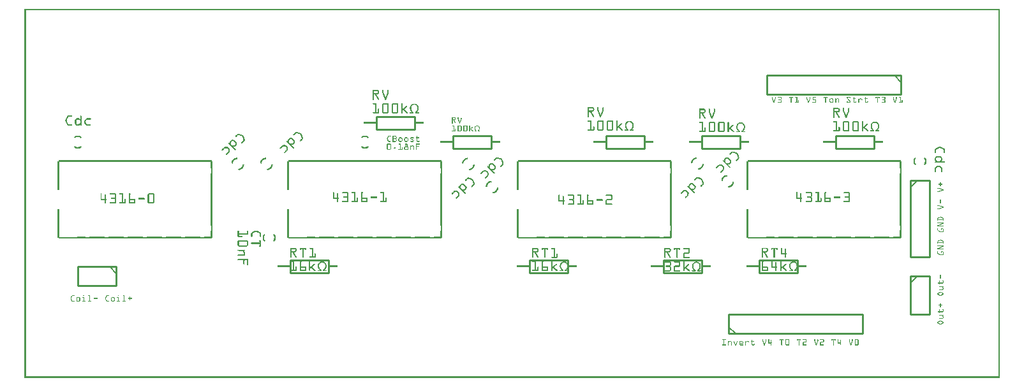
<source format=gto>
G04 MADE WITH FRITZING*
G04 WWW.FRITZING.ORG*
G04 DOUBLE SIDED*
G04 HOLES PLATED*
G04 CONTOUR ON CENTER OF CONTOUR VECTOR*
%ASAXBY*%
%FSLAX23Y23*%
%MOIN*%
%OFA0B0*%
%SFA1.0B1.0*%
%ADD10C,0.010000*%
%ADD11C,0.005000*%
%ADD12R,0.001000X0.001000*%
%LNSILK1*%
G90*
G70*
G54D10*
X1388Y615D02*
X1588Y615D01*
D02*
X1588Y615D02*
X1588Y549D01*
D02*
X1588Y549D02*
X1388Y549D01*
D02*
X1388Y549D02*
X1388Y615D01*
D02*
X3038Y1265D02*
X3238Y1265D01*
D02*
X3238Y1265D02*
X3238Y1199D01*
D02*
X3238Y1199D02*
X3038Y1199D01*
D02*
X3038Y1199D02*
X3038Y1265D01*
D02*
X2238Y1265D02*
X2438Y1265D01*
D02*
X2438Y1265D02*
X2438Y1199D01*
D02*
X2438Y1199D02*
X2238Y1199D01*
D02*
X2238Y1199D02*
X2238Y1265D01*
D02*
X1838Y1365D02*
X2038Y1365D01*
D02*
X2038Y1365D02*
X2038Y1299D01*
D02*
X2038Y1299D02*
X1838Y1299D01*
D02*
X1838Y1299D02*
X1838Y1365D01*
D02*
X3538Y1265D02*
X3738Y1265D01*
D02*
X3738Y1265D02*
X3738Y1199D01*
D02*
X3738Y1199D02*
X3538Y1199D01*
D02*
X3538Y1199D02*
X3538Y1265D01*
D02*
X4238Y1265D02*
X4438Y1265D01*
D02*
X4438Y1265D02*
X4438Y1199D01*
D02*
X4438Y1199D02*
X4238Y1199D01*
D02*
X4238Y1199D02*
X4238Y1265D01*
D02*
X3838Y615D02*
X4038Y615D01*
D02*
X4038Y615D02*
X4038Y549D01*
D02*
X4038Y549D02*
X3838Y549D01*
D02*
X3838Y549D02*
X3838Y615D01*
D02*
X3338Y615D02*
X3538Y615D01*
D02*
X3538Y615D02*
X3538Y549D01*
D02*
X3538Y549D02*
X3338Y549D01*
D02*
X3338Y549D02*
X3338Y615D01*
D02*
X2638Y615D02*
X2838Y615D01*
D02*
X2838Y615D02*
X2838Y549D01*
D02*
X2838Y549D02*
X2638Y549D01*
D02*
X2638Y549D02*
X2638Y615D01*
D02*
X3679Y232D02*
X4379Y232D01*
D02*
X4379Y232D02*
X4379Y332D01*
D02*
X4379Y332D02*
X3679Y332D01*
D02*
X3679Y332D02*
X3679Y232D01*
G54D11*
D02*
X3714Y232D02*
X3679Y267D01*
G54D10*
D02*
X4579Y1582D02*
X3879Y1582D01*
D02*
X3879Y1582D02*
X3879Y1482D01*
D02*
X3879Y1482D02*
X4579Y1482D01*
D02*
X4579Y1482D02*
X4579Y1582D01*
G54D11*
D02*
X4544Y1582D02*
X4579Y1547D01*
G54D10*
D02*
X4629Y532D02*
X4629Y332D01*
D02*
X4629Y332D02*
X4729Y332D01*
D02*
X4729Y332D02*
X4729Y532D01*
D02*
X4729Y532D02*
X4629Y532D01*
G54D11*
D02*
X4629Y497D02*
X4664Y532D01*
G54D10*
D02*
X479Y582D02*
X279Y582D01*
D02*
X279Y582D02*
X279Y482D01*
D02*
X279Y482D02*
X479Y482D01*
D02*
X479Y482D02*
X479Y582D01*
G54D11*
D02*
X444Y582D02*
X479Y547D01*
G54D10*
D02*
X4629Y1032D02*
X4629Y632D01*
D02*
X4629Y632D02*
X4729Y632D01*
D02*
X4729Y632D02*
X4729Y1032D01*
D02*
X4729Y1032D02*
X4629Y1032D01*
G54D11*
D02*
X4629Y997D02*
X4664Y1032D01*
G54D12*
X0Y1929D02*
X5096Y1929D01*
X0Y1928D02*
X5096Y1928D01*
X0Y1927D02*
X5096Y1927D01*
X0Y1926D02*
X5096Y1926D01*
X0Y1925D02*
X5096Y1925D01*
X0Y1924D02*
X5096Y1924D01*
X0Y1923D02*
X5096Y1923D01*
X0Y1922D02*
X5096Y1922D01*
X0Y1921D02*
X7Y1921D01*
X5089Y1921D02*
X5096Y1921D01*
X0Y1920D02*
X7Y1920D01*
X5089Y1920D02*
X5096Y1920D01*
X0Y1919D02*
X7Y1919D01*
X5089Y1919D02*
X5096Y1919D01*
X0Y1918D02*
X7Y1918D01*
X5089Y1918D02*
X5096Y1918D01*
X0Y1917D02*
X7Y1917D01*
X5089Y1917D02*
X5096Y1917D01*
X0Y1916D02*
X7Y1916D01*
X5089Y1916D02*
X5096Y1916D01*
X0Y1915D02*
X7Y1915D01*
X5089Y1915D02*
X5096Y1915D01*
X0Y1914D02*
X7Y1914D01*
X5089Y1914D02*
X5096Y1914D01*
X0Y1913D02*
X7Y1913D01*
X5089Y1913D02*
X5096Y1913D01*
X0Y1912D02*
X7Y1912D01*
X5089Y1912D02*
X5096Y1912D01*
X0Y1911D02*
X7Y1911D01*
X5089Y1911D02*
X5096Y1911D01*
X0Y1910D02*
X7Y1910D01*
X5089Y1910D02*
X5096Y1910D01*
X0Y1909D02*
X7Y1909D01*
X5089Y1909D02*
X5096Y1909D01*
X0Y1908D02*
X7Y1908D01*
X5089Y1908D02*
X5096Y1908D01*
X0Y1907D02*
X7Y1907D01*
X5089Y1907D02*
X5096Y1907D01*
X0Y1906D02*
X7Y1906D01*
X5089Y1906D02*
X5096Y1906D01*
X0Y1905D02*
X7Y1905D01*
X5089Y1905D02*
X5096Y1905D01*
X0Y1904D02*
X7Y1904D01*
X5089Y1904D02*
X5096Y1904D01*
X0Y1903D02*
X7Y1903D01*
X5089Y1903D02*
X5096Y1903D01*
X0Y1902D02*
X7Y1902D01*
X5089Y1902D02*
X5096Y1902D01*
X0Y1901D02*
X7Y1901D01*
X5089Y1901D02*
X5096Y1901D01*
X0Y1900D02*
X7Y1900D01*
X5089Y1900D02*
X5096Y1900D01*
X0Y1899D02*
X7Y1899D01*
X5089Y1899D02*
X5096Y1899D01*
X0Y1898D02*
X7Y1898D01*
X5089Y1898D02*
X5096Y1898D01*
X0Y1897D02*
X7Y1897D01*
X5089Y1897D02*
X5096Y1897D01*
X0Y1896D02*
X7Y1896D01*
X5089Y1896D02*
X5096Y1896D01*
X0Y1895D02*
X7Y1895D01*
X5089Y1895D02*
X5096Y1895D01*
X0Y1894D02*
X7Y1894D01*
X5089Y1894D02*
X5096Y1894D01*
X0Y1893D02*
X7Y1893D01*
X5089Y1893D02*
X5096Y1893D01*
X0Y1892D02*
X7Y1892D01*
X5089Y1892D02*
X5096Y1892D01*
X0Y1891D02*
X7Y1891D01*
X5089Y1891D02*
X5096Y1891D01*
X0Y1890D02*
X7Y1890D01*
X5089Y1890D02*
X5096Y1890D01*
X0Y1889D02*
X7Y1889D01*
X5089Y1889D02*
X5096Y1889D01*
X0Y1888D02*
X7Y1888D01*
X5089Y1888D02*
X5096Y1888D01*
X0Y1887D02*
X7Y1887D01*
X5089Y1887D02*
X5096Y1887D01*
X0Y1886D02*
X7Y1886D01*
X5089Y1886D02*
X5096Y1886D01*
X0Y1885D02*
X7Y1885D01*
X5089Y1885D02*
X5096Y1885D01*
X0Y1884D02*
X7Y1884D01*
X5089Y1884D02*
X5096Y1884D01*
X0Y1883D02*
X7Y1883D01*
X5089Y1883D02*
X5096Y1883D01*
X0Y1882D02*
X7Y1882D01*
X5089Y1882D02*
X5096Y1882D01*
X0Y1881D02*
X7Y1881D01*
X5089Y1881D02*
X5096Y1881D01*
X0Y1880D02*
X7Y1880D01*
X5089Y1880D02*
X5096Y1880D01*
X0Y1879D02*
X7Y1879D01*
X5089Y1879D02*
X5096Y1879D01*
X0Y1878D02*
X7Y1878D01*
X5089Y1878D02*
X5096Y1878D01*
X0Y1877D02*
X7Y1877D01*
X5089Y1877D02*
X5096Y1877D01*
X0Y1876D02*
X7Y1876D01*
X5089Y1876D02*
X5096Y1876D01*
X0Y1875D02*
X7Y1875D01*
X5089Y1875D02*
X5096Y1875D01*
X0Y1874D02*
X7Y1874D01*
X5089Y1874D02*
X5096Y1874D01*
X0Y1873D02*
X7Y1873D01*
X5089Y1873D02*
X5096Y1873D01*
X0Y1872D02*
X7Y1872D01*
X5089Y1872D02*
X5096Y1872D01*
X0Y1871D02*
X7Y1871D01*
X5089Y1871D02*
X5096Y1871D01*
X0Y1870D02*
X7Y1870D01*
X5089Y1870D02*
X5096Y1870D01*
X0Y1869D02*
X7Y1869D01*
X5089Y1869D02*
X5096Y1869D01*
X0Y1868D02*
X7Y1868D01*
X5089Y1868D02*
X5096Y1868D01*
X0Y1867D02*
X7Y1867D01*
X5089Y1867D02*
X5096Y1867D01*
X0Y1866D02*
X7Y1866D01*
X5089Y1866D02*
X5096Y1866D01*
X0Y1865D02*
X7Y1865D01*
X5089Y1865D02*
X5096Y1865D01*
X0Y1864D02*
X7Y1864D01*
X5089Y1864D02*
X5096Y1864D01*
X0Y1863D02*
X7Y1863D01*
X5089Y1863D02*
X5096Y1863D01*
X0Y1862D02*
X7Y1862D01*
X5089Y1862D02*
X5096Y1862D01*
X0Y1861D02*
X7Y1861D01*
X5089Y1861D02*
X5096Y1861D01*
X0Y1860D02*
X7Y1860D01*
X5089Y1860D02*
X5096Y1860D01*
X0Y1859D02*
X7Y1859D01*
X5089Y1859D02*
X5096Y1859D01*
X0Y1858D02*
X7Y1858D01*
X5089Y1858D02*
X5096Y1858D01*
X0Y1857D02*
X7Y1857D01*
X5089Y1857D02*
X5096Y1857D01*
X0Y1856D02*
X7Y1856D01*
X5089Y1856D02*
X5096Y1856D01*
X0Y1855D02*
X7Y1855D01*
X5089Y1855D02*
X5096Y1855D01*
X0Y1854D02*
X7Y1854D01*
X5089Y1854D02*
X5096Y1854D01*
X0Y1853D02*
X7Y1853D01*
X5089Y1853D02*
X5096Y1853D01*
X0Y1852D02*
X7Y1852D01*
X5089Y1852D02*
X5096Y1852D01*
X0Y1851D02*
X7Y1851D01*
X5089Y1851D02*
X5096Y1851D01*
X0Y1850D02*
X7Y1850D01*
X5089Y1850D02*
X5096Y1850D01*
X0Y1849D02*
X7Y1849D01*
X5089Y1849D02*
X5096Y1849D01*
X0Y1848D02*
X7Y1848D01*
X5089Y1848D02*
X5096Y1848D01*
X0Y1847D02*
X7Y1847D01*
X5089Y1847D02*
X5096Y1847D01*
X0Y1846D02*
X7Y1846D01*
X5089Y1846D02*
X5096Y1846D01*
X0Y1845D02*
X7Y1845D01*
X5089Y1845D02*
X5096Y1845D01*
X0Y1844D02*
X7Y1844D01*
X5089Y1844D02*
X5096Y1844D01*
X0Y1843D02*
X7Y1843D01*
X5089Y1843D02*
X5096Y1843D01*
X0Y1842D02*
X7Y1842D01*
X5089Y1842D02*
X5096Y1842D01*
X0Y1841D02*
X7Y1841D01*
X5089Y1841D02*
X5096Y1841D01*
X0Y1840D02*
X7Y1840D01*
X5089Y1840D02*
X5096Y1840D01*
X0Y1839D02*
X7Y1839D01*
X5089Y1839D02*
X5096Y1839D01*
X0Y1838D02*
X7Y1838D01*
X5089Y1838D02*
X5096Y1838D01*
X0Y1837D02*
X7Y1837D01*
X5089Y1837D02*
X5096Y1837D01*
X0Y1836D02*
X7Y1836D01*
X5089Y1836D02*
X5096Y1836D01*
X0Y1835D02*
X7Y1835D01*
X5089Y1835D02*
X5096Y1835D01*
X0Y1834D02*
X7Y1834D01*
X5089Y1834D02*
X5096Y1834D01*
X0Y1833D02*
X7Y1833D01*
X5089Y1833D02*
X5096Y1833D01*
X0Y1832D02*
X7Y1832D01*
X5089Y1832D02*
X5096Y1832D01*
X0Y1831D02*
X7Y1831D01*
X5089Y1831D02*
X5096Y1831D01*
X0Y1830D02*
X7Y1830D01*
X5089Y1830D02*
X5096Y1830D01*
X0Y1829D02*
X7Y1829D01*
X5089Y1829D02*
X5096Y1829D01*
X0Y1828D02*
X7Y1828D01*
X5089Y1828D02*
X5096Y1828D01*
X0Y1827D02*
X7Y1827D01*
X5089Y1827D02*
X5096Y1827D01*
X0Y1826D02*
X7Y1826D01*
X5089Y1826D02*
X5096Y1826D01*
X0Y1825D02*
X7Y1825D01*
X5089Y1825D02*
X5096Y1825D01*
X0Y1824D02*
X7Y1824D01*
X5089Y1824D02*
X5096Y1824D01*
X0Y1823D02*
X7Y1823D01*
X5089Y1823D02*
X5096Y1823D01*
X0Y1822D02*
X7Y1822D01*
X5089Y1822D02*
X5096Y1822D01*
X0Y1821D02*
X7Y1821D01*
X5089Y1821D02*
X5096Y1821D01*
X0Y1820D02*
X7Y1820D01*
X5089Y1820D02*
X5096Y1820D01*
X0Y1819D02*
X7Y1819D01*
X5089Y1819D02*
X5096Y1819D01*
X0Y1818D02*
X7Y1818D01*
X5089Y1818D02*
X5096Y1818D01*
X0Y1817D02*
X7Y1817D01*
X5089Y1817D02*
X5096Y1817D01*
X0Y1816D02*
X7Y1816D01*
X5089Y1816D02*
X5096Y1816D01*
X0Y1815D02*
X7Y1815D01*
X5089Y1815D02*
X5096Y1815D01*
X0Y1814D02*
X7Y1814D01*
X5089Y1814D02*
X5096Y1814D01*
X0Y1813D02*
X7Y1813D01*
X5089Y1813D02*
X5096Y1813D01*
X0Y1812D02*
X7Y1812D01*
X5089Y1812D02*
X5096Y1812D01*
X0Y1811D02*
X7Y1811D01*
X5089Y1811D02*
X5096Y1811D01*
X0Y1810D02*
X7Y1810D01*
X5089Y1810D02*
X5096Y1810D01*
X0Y1809D02*
X7Y1809D01*
X5089Y1809D02*
X5096Y1809D01*
X0Y1808D02*
X7Y1808D01*
X5089Y1808D02*
X5096Y1808D01*
X0Y1807D02*
X7Y1807D01*
X5089Y1807D02*
X5096Y1807D01*
X0Y1806D02*
X7Y1806D01*
X5089Y1806D02*
X5096Y1806D01*
X0Y1805D02*
X7Y1805D01*
X5089Y1805D02*
X5096Y1805D01*
X0Y1804D02*
X7Y1804D01*
X5089Y1804D02*
X5096Y1804D01*
X0Y1803D02*
X7Y1803D01*
X5089Y1803D02*
X5096Y1803D01*
X0Y1802D02*
X7Y1802D01*
X5089Y1802D02*
X5096Y1802D01*
X0Y1801D02*
X7Y1801D01*
X5089Y1801D02*
X5096Y1801D01*
X0Y1800D02*
X7Y1800D01*
X5089Y1800D02*
X5096Y1800D01*
X0Y1799D02*
X7Y1799D01*
X5089Y1799D02*
X5096Y1799D01*
X0Y1798D02*
X7Y1798D01*
X5089Y1798D02*
X5096Y1798D01*
X0Y1797D02*
X7Y1797D01*
X5089Y1797D02*
X5096Y1797D01*
X0Y1796D02*
X7Y1796D01*
X5089Y1796D02*
X5096Y1796D01*
X0Y1795D02*
X7Y1795D01*
X5089Y1795D02*
X5096Y1795D01*
X0Y1794D02*
X7Y1794D01*
X5089Y1794D02*
X5096Y1794D01*
X0Y1793D02*
X7Y1793D01*
X5089Y1793D02*
X5096Y1793D01*
X0Y1792D02*
X7Y1792D01*
X5089Y1792D02*
X5096Y1792D01*
X0Y1791D02*
X7Y1791D01*
X5089Y1791D02*
X5096Y1791D01*
X0Y1790D02*
X7Y1790D01*
X5089Y1790D02*
X5096Y1790D01*
X0Y1789D02*
X7Y1789D01*
X5089Y1789D02*
X5096Y1789D01*
X0Y1788D02*
X7Y1788D01*
X5089Y1788D02*
X5096Y1788D01*
X0Y1787D02*
X7Y1787D01*
X5089Y1787D02*
X5096Y1787D01*
X0Y1786D02*
X7Y1786D01*
X5089Y1786D02*
X5096Y1786D01*
X0Y1785D02*
X7Y1785D01*
X5089Y1785D02*
X5096Y1785D01*
X0Y1784D02*
X7Y1784D01*
X5089Y1784D02*
X5096Y1784D01*
X0Y1783D02*
X7Y1783D01*
X5089Y1783D02*
X5096Y1783D01*
X0Y1782D02*
X7Y1782D01*
X5089Y1782D02*
X5096Y1782D01*
X0Y1781D02*
X7Y1781D01*
X5089Y1781D02*
X5096Y1781D01*
X0Y1780D02*
X7Y1780D01*
X5089Y1780D02*
X5096Y1780D01*
X0Y1779D02*
X7Y1779D01*
X5089Y1779D02*
X5096Y1779D01*
X0Y1778D02*
X7Y1778D01*
X5089Y1778D02*
X5096Y1778D01*
X0Y1777D02*
X7Y1777D01*
X5089Y1777D02*
X5096Y1777D01*
X0Y1776D02*
X7Y1776D01*
X5089Y1776D02*
X5096Y1776D01*
X0Y1775D02*
X7Y1775D01*
X5089Y1775D02*
X5096Y1775D01*
X0Y1774D02*
X7Y1774D01*
X5089Y1774D02*
X5096Y1774D01*
X0Y1773D02*
X7Y1773D01*
X5089Y1773D02*
X5096Y1773D01*
X0Y1772D02*
X7Y1772D01*
X5089Y1772D02*
X5096Y1772D01*
X0Y1771D02*
X7Y1771D01*
X5089Y1771D02*
X5096Y1771D01*
X0Y1770D02*
X7Y1770D01*
X5089Y1770D02*
X5096Y1770D01*
X0Y1769D02*
X7Y1769D01*
X5089Y1769D02*
X5096Y1769D01*
X0Y1768D02*
X7Y1768D01*
X5089Y1768D02*
X5096Y1768D01*
X0Y1767D02*
X7Y1767D01*
X5089Y1767D02*
X5096Y1767D01*
X0Y1766D02*
X7Y1766D01*
X5089Y1766D02*
X5096Y1766D01*
X0Y1765D02*
X7Y1765D01*
X5089Y1765D02*
X5096Y1765D01*
X0Y1764D02*
X7Y1764D01*
X5089Y1764D02*
X5096Y1764D01*
X0Y1763D02*
X7Y1763D01*
X5089Y1763D02*
X5096Y1763D01*
X0Y1762D02*
X7Y1762D01*
X5089Y1762D02*
X5096Y1762D01*
X0Y1761D02*
X7Y1761D01*
X5089Y1761D02*
X5096Y1761D01*
X0Y1760D02*
X7Y1760D01*
X5089Y1760D02*
X5096Y1760D01*
X0Y1759D02*
X7Y1759D01*
X5089Y1759D02*
X5096Y1759D01*
X0Y1758D02*
X7Y1758D01*
X5089Y1758D02*
X5096Y1758D01*
X0Y1757D02*
X7Y1757D01*
X5089Y1757D02*
X5096Y1757D01*
X0Y1756D02*
X7Y1756D01*
X5089Y1756D02*
X5096Y1756D01*
X0Y1755D02*
X7Y1755D01*
X5089Y1755D02*
X5096Y1755D01*
X0Y1754D02*
X7Y1754D01*
X5089Y1754D02*
X5096Y1754D01*
X0Y1753D02*
X7Y1753D01*
X5089Y1753D02*
X5096Y1753D01*
X0Y1752D02*
X7Y1752D01*
X5089Y1752D02*
X5096Y1752D01*
X0Y1751D02*
X7Y1751D01*
X5089Y1751D02*
X5096Y1751D01*
X0Y1750D02*
X7Y1750D01*
X5089Y1750D02*
X5096Y1750D01*
X0Y1749D02*
X7Y1749D01*
X5089Y1749D02*
X5096Y1749D01*
X0Y1748D02*
X7Y1748D01*
X5089Y1748D02*
X5096Y1748D01*
X0Y1747D02*
X7Y1747D01*
X5089Y1747D02*
X5096Y1747D01*
X0Y1746D02*
X7Y1746D01*
X5089Y1746D02*
X5096Y1746D01*
X0Y1745D02*
X7Y1745D01*
X5089Y1745D02*
X5096Y1745D01*
X0Y1744D02*
X7Y1744D01*
X5089Y1744D02*
X5096Y1744D01*
X0Y1743D02*
X7Y1743D01*
X5089Y1743D02*
X5096Y1743D01*
X0Y1742D02*
X7Y1742D01*
X5089Y1742D02*
X5096Y1742D01*
X0Y1741D02*
X7Y1741D01*
X5089Y1741D02*
X5096Y1741D01*
X0Y1740D02*
X7Y1740D01*
X5089Y1740D02*
X5096Y1740D01*
X0Y1739D02*
X7Y1739D01*
X5089Y1739D02*
X5096Y1739D01*
X0Y1738D02*
X7Y1738D01*
X5089Y1738D02*
X5096Y1738D01*
X0Y1737D02*
X7Y1737D01*
X5089Y1737D02*
X5096Y1737D01*
X0Y1736D02*
X7Y1736D01*
X5089Y1736D02*
X5096Y1736D01*
X0Y1735D02*
X7Y1735D01*
X5089Y1735D02*
X5096Y1735D01*
X0Y1734D02*
X7Y1734D01*
X5089Y1734D02*
X5096Y1734D01*
X0Y1733D02*
X7Y1733D01*
X5089Y1733D02*
X5096Y1733D01*
X0Y1732D02*
X7Y1732D01*
X5089Y1732D02*
X5096Y1732D01*
X0Y1731D02*
X7Y1731D01*
X5089Y1731D02*
X5096Y1731D01*
X0Y1730D02*
X7Y1730D01*
X5089Y1730D02*
X5096Y1730D01*
X0Y1729D02*
X7Y1729D01*
X5089Y1729D02*
X5096Y1729D01*
X0Y1728D02*
X7Y1728D01*
X5089Y1728D02*
X5096Y1728D01*
X0Y1727D02*
X7Y1727D01*
X5089Y1727D02*
X5096Y1727D01*
X0Y1726D02*
X7Y1726D01*
X5089Y1726D02*
X5096Y1726D01*
X0Y1725D02*
X7Y1725D01*
X5089Y1725D02*
X5096Y1725D01*
X0Y1724D02*
X7Y1724D01*
X5089Y1724D02*
X5096Y1724D01*
X0Y1723D02*
X7Y1723D01*
X5089Y1723D02*
X5096Y1723D01*
X0Y1722D02*
X7Y1722D01*
X5089Y1722D02*
X5096Y1722D01*
X0Y1721D02*
X7Y1721D01*
X5089Y1721D02*
X5096Y1721D01*
X0Y1720D02*
X7Y1720D01*
X5089Y1720D02*
X5096Y1720D01*
X0Y1719D02*
X7Y1719D01*
X5089Y1719D02*
X5096Y1719D01*
X0Y1718D02*
X7Y1718D01*
X5089Y1718D02*
X5096Y1718D01*
X0Y1717D02*
X7Y1717D01*
X5089Y1717D02*
X5096Y1717D01*
X0Y1716D02*
X7Y1716D01*
X5089Y1716D02*
X5096Y1716D01*
X0Y1715D02*
X7Y1715D01*
X5089Y1715D02*
X5096Y1715D01*
X0Y1714D02*
X7Y1714D01*
X5089Y1714D02*
X5096Y1714D01*
X0Y1713D02*
X7Y1713D01*
X5089Y1713D02*
X5096Y1713D01*
X0Y1712D02*
X7Y1712D01*
X5089Y1712D02*
X5096Y1712D01*
X0Y1711D02*
X7Y1711D01*
X5089Y1711D02*
X5096Y1711D01*
X0Y1710D02*
X7Y1710D01*
X5089Y1710D02*
X5096Y1710D01*
X0Y1709D02*
X7Y1709D01*
X5089Y1709D02*
X5096Y1709D01*
X0Y1708D02*
X7Y1708D01*
X5089Y1708D02*
X5096Y1708D01*
X0Y1707D02*
X7Y1707D01*
X5089Y1707D02*
X5096Y1707D01*
X0Y1706D02*
X7Y1706D01*
X5089Y1706D02*
X5096Y1706D01*
X0Y1705D02*
X7Y1705D01*
X5089Y1705D02*
X5096Y1705D01*
X0Y1704D02*
X7Y1704D01*
X5089Y1704D02*
X5096Y1704D01*
X0Y1703D02*
X7Y1703D01*
X5089Y1703D02*
X5096Y1703D01*
X0Y1702D02*
X7Y1702D01*
X5089Y1702D02*
X5096Y1702D01*
X0Y1701D02*
X7Y1701D01*
X5089Y1701D02*
X5096Y1701D01*
X0Y1700D02*
X7Y1700D01*
X5089Y1700D02*
X5096Y1700D01*
X0Y1699D02*
X7Y1699D01*
X5089Y1699D02*
X5096Y1699D01*
X0Y1698D02*
X7Y1698D01*
X5089Y1698D02*
X5096Y1698D01*
X0Y1697D02*
X7Y1697D01*
X5089Y1697D02*
X5096Y1697D01*
X0Y1696D02*
X7Y1696D01*
X5089Y1696D02*
X5096Y1696D01*
X0Y1695D02*
X7Y1695D01*
X5089Y1695D02*
X5096Y1695D01*
X0Y1694D02*
X7Y1694D01*
X5089Y1694D02*
X5096Y1694D01*
X0Y1693D02*
X7Y1693D01*
X5089Y1693D02*
X5096Y1693D01*
X0Y1692D02*
X7Y1692D01*
X5089Y1692D02*
X5096Y1692D01*
X0Y1691D02*
X7Y1691D01*
X5089Y1691D02*
X5096Y1691D01*
X0Y1690D02*
X7Y1690D01*
X5089Y1690D02*
X5096Y1690D01*
X0Y1689D02*
X7Y1689D01*
X5089Y1689D02*
X5096Y1689D01*
X0Y1688D02*
X7Y1688D01*
X5089Y1688D02*
X5096Y1688D01*
X0Y1687D02*
X7Y1687D01*
X5089Y1687D02*
X5096Y1687D01*
X0Y1686D02*
X7Y1686D01*
X5089Y1686D02*
X5096Y1686D01*
X0Y1685D02*
X7Y1685D01*
X5089Y1685D02*
X5096Y1685D01*
X0Y1684D02*
X7Y1684D01*
X5089Y1684D02*
X5096Y1684D01*
X0Y1683D02*
X7Y1683D01*
X5089Y1683D02*
X5096Y1683D01*
X0Y1682D02*
X7Y1682D01*
X5089Y1682D02*
X5096Y1682D01*
X0Y1681D02*
X7Y1681D01*
X5089Y1681D02*
X5096Y1681D01*
X0Y1680D02*
X7Y1680D01*
X5089Y1680D02*
X5096Y1680D01*
X0Y1679D02*
X7Y1679D01*
X5089Y1679D02*
X5096Y1679D01*
X0Y1678D02*
X7Y1678D01*
X5089Y1678D02*
X5096Y1678D01*
X0Y1677D02*
X7Y1677D01*
X5089Y1677D02*
X5096Y1677D01*
X0Y1676D02*
X7Y1676D01*
X5089Y1676D02*
X5096Y1676D01*
X0Y1675D02*
X7Y1675D01*
X5089Y1675D02*
X5096Y1675D01*
X0Y1674D02*
X7Y1674D01*
X5089Y1674D02*
X5096Y1674D01*
X0Y1673D02*
X7Y1673D01*
X5089Y1673D02*
X5096Y1673D01*
X0Y1672D02*
X7Y1672D01*
X5089Y1672D02*
X5096Y1672D01*
X0Y1671D02*
X7Y1671D01*
X5089Y1671D02*
X5096Y1671D01*
X0Y1670D02*
X7Y1670D01*
X5089Y1670D02*
X5096Y1670D01*
X0Y1669D02*
X7Y1669D01*
X5089Y1669D02*
X5096Y1669D01*
X0Y1668D02*
X7Y1668D01*
X5089Y1668D02*
X5096Y1668D01*
X0Y1667D02*
X7Y1667D01*
X5089Y1667D02*
X5096Y1667D01*
X0Y1666D02*
X7Y1666D01*
X5089Y1666D02*
X5096Y1666D01*
X0Y1665D02*
X7Y1665D01*
X5089Y1665D02*
X5096Y1665D01*
X0Y1664D02*
X7Y1664D01*
X5089Y1664D02*
X5096Y1664D01*
X0Y1663D02*
X7Y1663D01*
X5089Y1663D02*
X5096Y1663D01*
X0Y1662D02*
X7Y1662D01*
X5089Y1662D02*
X5096Y1662D01*
X0Y1661D02*
X7Y1661D01*
X5089Y1661D02*
X5096Y1661D01*
X0Y1660D02*
X7Y1660D01*
X5089Y1660D02*
X5096Y1660D01*
X0Y1659D02*
X7Y1659D01*
X5089Y1659D02*
X5096Y1659D01*
X0Y1658D02*
X7Y1658D01*
X5089Y1658D02*
X5096Y1658D01*
X0Y1657D02*
X7Y1657D01*
X5089Y1657D02*
X5096Y1657D01*
X0Y1656D02*
X7Y1656D01*
X5089Y1656D02*
X5096Y1656D01*
X0Y1655D02*
X7Y1655D01*
X5089Y1655D02*
X5096Y1655D01*
X0Y1654D02*
X7Y1654D01*
X5089Y1654D02*
X5096Y1654D01*
X0Y1653D02*
X7Y1653D01*
X5089Y1653D02*
X5096Y1653D01*
X0Y1652D02*
X7Y1652D01*
X5089Y1652D02*
X5096Y1652D01*
X0Y1651D02*
X7Y1651D01*
X5089Y1651D02*
X5096Y1651D01*
X0Y1650D02*
X7Y1650D01*
X5089Y1650D02*
X5096Y1650D01*
X0Y1649D02*
X7Y1649D01*
X5089Y1649D02*
X5096Y1649D01*
X0Y1648D02*
X7Y1648D01*
X5089Y1648D02*
X5096Y1648D01*
X0Y1647D02*
X7Y1647D01*
X5089Y1647D02*
X5096Y1647D01*
X0Y1646D02*
X7Y1646D01*
X5089Y1646D02*
X5096Y1646D01*
X0Y1645D02*
X7Y1645D01*
X5089Y1645D02*
X5096Y1645D01*
X0Y1644D02*
X7Y1644D01*
X5089Y1644D02*
X5096Y1644D01*
X0Y1643D02*
X7Y1643D01*
X5089Y1643D02*
X5096Y1643D01*
X0Y1642D02*
X7Y1642D01*
X5089Y1642D02*
X5096Y1642D01*
X0Y1641D02*
X7Y1641D01*
X5089Y1641D02*
X5096Y1641D01*
X0Y1640D02*
X7Y1640D01*
X5089Y1640D02*
X5096Y1640D01*
X0Y1639D02*
X7Y1639D01*
X5089Y1639D02*
X5096Y1639D01*
X0Y1638D02*
X7Y1638D01*
X5089Y1638D02*
X5096Y1638D01*
X0Y1637D02*
X7Y1637D01*
X5089Y1637D02*
X5096Y1637D01*
X0Y1636D02*
X7Y1636D01*
X5089Y1636D02*
X5096Y1636D01*
X0Y1635D02*
X7Y1635D01*
X5089Y1635D02*
X5096Y1635D01*
X0Y1634D02*
X7Y1634D01*
X5089Y1634D02*
X5096Y1634D01*
X0Y1633D02*
X7Y1633D01*
X5089Y1633D02*
X5096Y1633D01*
X0Y1632D02*
X7Y1632D01*
X5089Y1632D02*
X5096Y1632D01*
X0Y1631D02*
X7Y1631D01*
X5089Y1631D02*
X5096Y1631D01*
X0Y1630D02*
X7Y1630D01*
X5089Y1630D02*
X5096Y1630D01*
X0Y1629D02*
X7Y1629D01*
X5089Y1629D02*
X5096Y1629D01*
X0Y1628D02*
X7Y1628D01*
X5089Y1628D02*
X5096Y1628D01*
X0Y1627D02*
X7Y1627D01*
X5089Y1627D02*
X5096Y1627D01*
X0Y1626D02*
X7Y1626D01*
X5089Y1626D02*
X5096Y1626D01*
X0Y1625D02*
X7Y1625D01*
X5089Y1625D02*
X5096Y1625D01*
X0Y1624D02*
X7Y1624D01*
X5089Y1624D02*
X5096Y1624D01*
X0Y1623D02*
X7Y1623D01*
X5089Y1623D02*
X5096Y1623D01*
X0Y1622D02*
X7Y1622D01*
X5089Y1622D02*
X5096Y1622D01*
X0Y1621D02*
X7Y1621D01*
X5089Y1621D02*
X5096Y1621D01*
X0Y1620D02*
X7Y1620D01*
X5089Y1620D02*
X5096Y1620D01*
X0Y1619D02*
X7Y1619D01*
X5089Y1619D02*
X5096Y1619D01*
X0Y1618D02*
X7Y1618D01*
X5089Y1618D02*
X5096Y1618D01*
X0Y1617D02*
X7Y1617D01*
X5089Y1617D02*
X5096Y1617D01*
X0Y1616D02*
X7Y1616D01*
X5089Y1616D02*
X5096Y1616D01*
X0Y1615D02*
X7Y1615D01*
X5089Y1615D02*
X5096Y1615D01*
X0Y1614D02*
X7Y1614D01*
X5089Y1614D02*
X5096Y1614D01*
X0Y1613D02*
X7Y1613D01*
X5089Y1613D02*
X5096Y1613D01*
X0Y1612D02*
X7Y1612D01*
X5089Y1612D02*
X5096Y1612D01*
X0Y1611D02*
X7Y1611D01*
X5089Y1611D02*
X5096Y1611D01*
X0Y1610D02*
X7Y1610D01*
X5089Y1610D02*
X5096Y1610D01*
X0Y1609D02*
X7Y1609D01*
X5089Y1609D02*
X5096Y1609D01*
X0Y1608D02*
X7Y1608D01*
X5089Y1608D02*
X5096Y1608D01*
X0Y1607D02*
X7Y1607D01*
X5089Y1607D02*
X5096Y1607D01*
X0Y1606D02*
X7Y1606D01*
X5089Y1606D02*
X5096Y1606D01*
X0Y1605D02*
X7Y1605D01*
X5089Y1605D02*
X5096Y1605D01*
X0Y1604D02*
X7Y1604D01*
X5089Y1604D02*
X5096Y1604D01*
X0Y1603D02*
X7Y1603D01*
X5089Y1603D02*
X5096Y1603D01*
X0Y1602D02*
X7Y1602D01*
X5089Y1602D02*
X5096Y1602D01*
X0Y1601D02*
X7Y1601D01*
X5089Y1601D02*
X5096Y1601D01*
X0Y1600D02*
X7Y1600D01*
X5089Y1600D02*
X5096Y1600D01*
X0Y1599D02*
X7Y1599D01*
X5089Y1599D02*
X5096Y1599D01*
X0Y1598D02*
X7Y1598D01*
X5089Y1598D02*
X5096Y1598D01*
X0Y1597D02*
X7Y1597D01*
X5089Y1597D02*
X5096Y1597D01*
X0Y1596D02*
X7Y1596D01*
X5089Y1596D02*
X5096Y1596D01*
X0Y1595D02*
X7Y1595D01*
X5089Y1595D02*
X5096Y1595D01*
X0Y1594D02*
X7Y1594D01*
X5089Y1594D02*
X5096Y1594D01*
X0Y1593D02*
X7Y1593D01*
X5089Y1593D02*
X5096Y1593D01*
X0Y1592D02*
X7Y1592D01*
X5089Y1592D02*
X5096Y1592D01*
X0Y1591D02*
X7Y1591D01*
X5089Y1591D02*
X5096Y1591D01*
X0Y1590D02*
X7Y1590D01*
X5089Y1590D02*
X5096Y1590D01*
X0Y1589D02*
X7Y1589D01*
X5089Y1589D02*
X5096Y1589D01*
X0Y1588D02*
X7Y1588D01*
X5089Y1588D02*
X5096Y1588D01*
X0Y1587D02*
X7Y1587D01*
X5089Y1587D02*
X5096Y1587D01*
X0Y1586D02*
X7Y1586D01*
X5089Y1586D02*
X5096Y1586D01*
X0Y1585D02*
X7Y1585D01*
X5089Y1585D02*
X5096Y1585D01*
X0Y1584D02*
X7Y1584D01*
X5089Y1584D02*
X5096Y1584D01*
X0Y1583D02*
X7Y1583D01*
X5089Y1583D02*
X5096Y1583D01*
X0Y1582D02*
X7Y1582D01*
X5089Y1582D02*
X5096Y1582D01*
X0Y1581D02*
X7Y1581D01*
X5089Y1581D02*
X5096Y1581D01*
X0Y1580D02*
X7Y1580D01*
X5089Y1580D02*
X5096Y1580D01*
X0Y1579D02*
X7Y1579D01*
X5089Y1579D02*
X5096Y1579D01*
X0Y1578D02*
X7Y1578D01*
X5089Y1578D02*
X5096Y1578D01*
X0Y1577D02*
X7Y1577D01*
X5089Y1577D02*
X5096Y1577D01*
X0Y1576D02*
X7Y1576D01*
X5089Y1576D02*
X5096Y1576D01*
X0Y1575D02*
X7Y1575D01*
X5089Y1575D02*
X5096Y1575D01*
X0Y1574D02*
X7Y1574D01*
X5089Y1574D02*
X5096Y1574D01*
X0Y1573D02*
X7Y1573D01*
X5089Y1573D02*
X5096Y1573D01*
X0Y1572D02*
X7Y1572D01*
X5089Y1572D02*
X5096Y1572D01*
X0Y1571D02*
X7Y1571D01*
X5089Y1571D02*
X5096Y1571D01*
X0Y1570D02*
X7Y1570D01*
X5089Y1570D02*
X5096Y1570D01*
X0Y1569D02*
X7Y1569D01*
X5089Y1569D02*
X5096Y1569D01*
X0Y1568D02*
X7Y1568D01*
X5089Y1568D02*
X5096Y1568D01*
X0Y1567D02*
X7Y1567D01*
X5089Y1567D02*
X5096Y1567D01*
X0Y1566D02*
X7Y1566D01*
X5089Y1566D02*
X5096Y1566D01*
X0Y1565D02*
X7Y1565D01*
X5089Y1565D02*
X5096Y1565D01*
X0Y1564D02*
X7Y1564D01*
X5089Y1564D02*
X5096Y1564D01*
X0Y1563D02*
X7Y1563D01*
X5089Y1563D02*
X5096Y1563D01*
X0Y1562D02*
X7Y1562D01*
X5089Y1562D02*
X5096Y1562D01*
X0Y1561D02*
X7Y1561D01*
X5089Y1561D02*
X5096Y1561D01*
X0Y1560D02*
X7Y1560D01*
X5089Y1560D02*
X5096Y1560D01*
X0Y1559D02*
X7Y1559D01*
X5089Y1559D02*
X5096Y1559D01*
X0Y1558D02*
X7Y1558D01*
X5089Y1558D02*
X5096Y1558D01*
X0Y1557D02*
X7Y1557D01*
X5089Y1557D02*
X5096Y1557D01*
X0Y1556D02*
X7Y1556D01*
X5089Y1556D02*
X5096Y1556D01*
X0Y1555D02*
X7Y1555D01*
X5089Y1555D02*
X5096Y1555D01*
X0Y1554D02*
X7Y1554D01*
X5089Y1554D02*
X5096Y1554D01*
X0Y1553D02*
X7Y1553D01*
X5089Y1553D02*
X5096Y1553D01*
X0Y1552D02*
X7Y1552D01*
X5089Y1552D02*
X5096Y1552D01*
X0Y1551D02*
X7Y1551D01*
X5089Y1551D02*
X5096Y1551D01*
X0Y1550D02*
X7Y1550D01*
X5089Y1550D02*
X5096Y1550D01*
X0Y1549D02*
X7Y1549D01*
X5089Y1549D02*
X5096Y1549D01*
X0Y1548D02*
X7Y1548D01*
X5089Y1548D02*
X5096Y1548D01*
X0Y1547D02*
X7Y1547D01*
X5089Y1547D02*
X5096Y1547D01*
X0Y1546D02*
X7Y1546D01*
X5089Y1546D02*
X5096Y1546D01*
X0Y1545D02*
X7Y1545D01*
X5089Y1545D02*
X5096Y1545D01*
X0Y1544D02*
X7Y1544D01*
X5089Y1544D02*
X5096Y1544D01*
X0Y1543D02*
X7Y1543D01*
X5089Y1543D02*
X5096Y1543D01*
X0Y1542D02*
X7Y1542D01*
X5089Y1542D02*
X5096Y1542D01*
X0Y1541D02*
X7Y1541D01*
X5089Y1541D02*
X5096Y1541D01*
X0Y1540D02*
X7Y1540D01*
X5089Y1540D02*
X5096Y1540D01*
X0Y1539D02*
X7Y1539D01*
X5089Y1539D02*
X5096Y1539D01*
X0Y1538D02*
X7Y1538D01*
X5089Y1538D02*
X5096Y1538D01*
X0Y1537D02*
X7Y1537D01*
X5089Y1537D02*
X5096Y1537D01*
X0Y1536D02*
X7Y1536D01*
X5089Y1536D02*
X5096Y1536D01*
X0Y1535D02*
X7Y1535D01*
X5089Y1535D02*
X5096Y1535D01*
X0Y1534D02*
X7Y1534D01*
X5089Y1534D02*
X5096Y1534D01*
X0Y1533D02*
X7Y1533D01*
X5089Y1533D02*
X5096Y1533D01*
X0Y1532D02*
X7Y1532D01*
X5089Y1532D02*
X5096Y1532D01*
X0Y1531D02*
X7Y1531D01*
X5089Y1531D02*
X5096Y1531D01*
X0Y1530D02*
X7Y1530D01*
X5089Y1530D02*
X5096Y1530D01*
X0Y1529D02*
X7Y1529D01*
X5089Y1529D02*
X5096Y1529D01*
X0Y1528D02*
X7Y1528D01*
X5089Y1528D02*
X5096Y1528D01*
X0Y1527D02*
X7Y1527D01*
X5089Y1527D02*
X5096Y1527D01*
X0Y1526D02*
X7Y1526D01*
X5089Y1526D02*
X5096Y1526D01*
X0Y1525D02*
X7Y1525D01*
X5089Y1525D02*
X5096Y1525D01*
X0Y1524D02*
X7Y1524D01*
X5089Y1524D02*
X5096Y1524D01*
X0Y1523D02*
X7Y1523D01*
X5089Y1523D02*
X5096Y1523D01*
X0Y1522D02*
X7Y1522D01*
X5089Y1522D02*
X5096Y1522D01*
X0Y1521D02*
X7Y1521D01*
X5089Y1521D02*
X5096Y1521D01*
X0Y1520D02*
X7Y1520D01*
X5089Y1520D02*
X5096Y1520D01*
X0Y1519D02*
X7Y1519D01*
X5089Y1519D02*
X5096Y1519D01*
X0Y1518D02*
X7Y1518D01*
X5089Y1518D02*
X5096Y1518D01*
X0Y1517D02*
X7Y1517D01*
X5089Y1517D02*
X5096Y1517D01*
X0Y1516D02*
X7Y1516D01*
X5089Y1516D02*
X5096Y1516D01*
X0Y1515D02*
X7Y1515D01*
X5089Y1515D02*
X5096Y1515D01*
X0Y1514D02*
X7Y1514D01*
X5089Y1514D02*
X5096Y1514D01*
X0Y1513D02*
X7Y1513D01*
X5089Y1513D02*
X5096Y1513D01*
X0Y1512D02*
X7Y1512D01*
X5089Y1512D02*
X5096Y1512D01*
X0Y1511D02*
X7Y1511D01*
X5089Y1511D02*
X5096Y1511D01*
X0Y1510D02*
X7Y1510D01*
X5089Y1510D02*
X5096Y1510D01*
X0Y1509D02*
X7Y1509D01*
X5089Y1509D02*
X5096Y1509D01*
X0Y1508D02*
X7Y1508D01*
X5089Y1508D02*
X5096Y1508D01*
X0Y1507D02*
X7Y1507D01*
X5089Y1507D02*
X5096Y1507D01*
X0Y1506D02*
X7Y1506D01*
X5089Y1506D02*
X5096Y1506D01*
X0Y1505D02*
X7Y1505D01*
X1820Y1505D02*
X1847Y1505D01*
X1871Y1505D02*
X1874Y1505D01*
X1898Y1505D02*
X1902Y1505D01*
X5089Y1505D02*
X5096Y1505D01*
X0Y1504D02*
X7Y1504D01*
X1820Y1504D02*
X1849Y1504D01*
X1870Y1504D02*
X1875Y1504D01*
X1897Y1504D02*
X1902Y1504D01*
X5089Y1504D02*
X5096Y1504D01*
X0Y1503D02*
X7Y1503D01*
X1820Y1503D02*
X1850Y1503D01*
X1870Y1503D02*
X1875Y1503D01*
X1897Y1503D02*
X1903Y1503D01*
X5089Y1503D02*
X5096Y1503D01*
X0Y1502D02*
X7Y1502D01*
X1820Y1502D02*
X1851Y1502D01*
X1870Y1502D02*
X1876Y1502D01*
X1897Y1502D02*
X1903Y1502D01*
X5089Y1502D02*
X5096Y1502D01*
X0Y1501D02*
X7Y1501D01*
X1820Y1501D02*
X1851Y1501D01*
X1870Y1501D02*
X1876Y1501D01*
X1897Y1501D02*
X1903Y1501D01*
X5089Y1501D02*
X5096Y1501D01*
X0Y1500D02*
X7Y1500D01*
X1820Y1500D02*
X1852Y1500D01*
X1870Y1500D02*
X1876Y1500D01*
X1897Y1500D02*
X1903Y1500D01*
X5089Y1500D02*
X5096Y1500D01*
X0Y1499D02*
X7Y1499D01*
X1820Y1499D02*
X1826Y1499D01*
X1844Y1499D02*
X1852Y1499D01*
X1870Y1499D02*
X1876Y1499D01*
X1897Y1499D02*
X1903Y1499D01*
X5089Y1499D02*
X5096Y1499D01*
X0Y1498D02*
X7Y1498D01*
X1820Y1498D02*
X1826Y1498D01*
X1846Y1498D02*
X1853Y1498D01*
X1870Y1498D02*
X1876Y1498D01*
X1897Y1498D02*
X1903Y1498D01*
X5089Y1498D02*
X5096Y1498D01*
X0Y1497D02*
X7Y1497D01*
X1820Y1497D02*
X1826Y1497D01*
X1847Y1497D02*
X1853Y1497D01*
X1870Y1497D02*
X1876Y1497D01*
X1897Y1497D02*
X1903Y1497D01*
X5089Y1497D02*
X5096Y1497D01*
X0Y1496D02*
X7Y1496D01*
X1820Y1496D02*
X1826Y1496D01*
X1847Y1496D02*
X1853Y1496D01*
X1870Y1496D02*
X1876Y1496D01*
X1897Y1496D02*
X1903Y1496D01*
X5089Y1496D02*
X5096Y1496D01*
X0Y1495D02*
X7Y1495D01*
X1820Y1495D02*
X1826Y1495D01*
X1847Y1495D02*
X1853Y1495D01*
X1870Y1495D02*
X1876Y1495D01*
X1897Y1495D02*
X1903Y1495D01*
X5089Y1495D02*
X5096Y1495D01*
X0Y1494D02*
X7Y1494D01*
X1820Y1494D02*
X1826Y1494D01*
X1847Y1494D02*
X1853Y1494D01*
X1870Y1494D02*
X1876Y1494D01*
X1897Y1494D02*
X1903Y1494D01*
X5089Y1494D02*
X5096Y1494D01*
X0Y1493D02*
X7Y1493D01*
X1820Y1493D02*
X1826Y1493D01*
X1847Y1493D02*
X1853Y1493D01*
X1870Y1493D02*
X1876Y1493D01*
X1897Y1493D02*
X1903Y1493D01*
X5089Y1493D02*
X5096Y1493D01*
X0Y1492D02*
X7Y1492D01*
X1820Y1492D02*
X1826Y1492D01*
X1847Y1492D02*
X1853Y1492D01*
X1870Y1492D02*
X1876Y1492D01*
X1897Y1492D02*
X1903Y1492D01*
X5089Y1492D02*
X5096Y1492D01*
X0Y1491D02*
X7Y1491D01*
X1820Y1491D02*
X1826Y1491D01*
X1847Y1491D02*
X1853Y1491D01*
X1870Y1491D02*
X1876Y1491D01*
X1897Y1491D02*
X1903Y1491D01*
X5089Y1491D02*
X5096Y1491D01*
X0Y1490D02*
X7Y1490D01*
X1820Y1490D02*
X1826Y1490D01*
X1846Y1490D02*
X1853Y1490D01*
X1870Y1490D02*
X1876Y1490D01*
X1896Y1490D02*
X1903Y1490D01*
X5089Y1490D02*
X5096Y1490D01*
X0Y1489D02*
X7Y1489D01*
X1820Y1489D02*
X1826Y1489D01*
X1845Y1489D02*
X1853Y1489D01*
X1870Y1489D02*
X1876Y1489D01*
X1896Y1489D02*
X1902Y1489D01*
X5089Y1489D02*
X5096Y1489D01*
X0Y1488D02*
X7Y1488D01*
X1820Y1488D02*
X1852Y1488D01*
X1870Y1488D02*
X1877Y1488D01*
X1895Y1488D02*
X1902Y1488D01*
X5089Y1488D02*
X5096Y1488D01*
X0Y1487D02*
X7Y1487D01*
X1820Y1487D02*
X1852Y1487D01*
X1871Y1487D02*
X1877Y1487D01*
X1895Y1487D02*
X1902Y1487D01*
X5089Y1487D02*
X5096Y1487D01*
X0Y1486D02*
X7Y1486D01*
X1820Y1486D02*
X1851Y1486D01*
X1871Y1486D02*
X1878Y1486D01*
X1895Y1486D02*
X1901Y1486D01*
X5089Y1486D02*
X5096Y1486D01*
X0Y1485D02*
X7Y1485D01*
X1820Y1485D02*
X1850Y1485D01*
X1872Y1485D02*
X1878Y1485D01*
X1894Y1485D02*
X1901Y1485D01*
X5089Y1485D02*
X5096Y1485D01*
X0Y1484D02*
X7Y1484D01*
X1820Y1484D02*
X1849Y1484D01*
X1872Y1484D02*
X1878Y1484D01*
X1894Y1484D02*
X1900Y1484D01*
X5089Y1484D02*
X5096Y1484D01*
X0Y1483D02*
X7Y1483D01*
X1820Y1483D02*
X1848Y1483D01*
X1872Y1483D02*
X1879Y1483D01*
X1894Y1483D02*
X1900Y1483D01*
X5089Y1483D02*
X5096Y1483D01*
X0Y1482D02*
X7Y1482D01*
X1820Y1482D02*
X1846Y1482D01*
X1873Y1482D02*
X1879Y1482D01*
X1893Y1482D02*
X1900Y1482D01*
X5089Y1482D02*
X5096Y1482D01*
X0Y1481D02*
X7Y1481D01*
X1820Y1481D02*
X1826Y1481D01*
X1832Y1481D02*
X1839Y1481D01*
X1873Y1481D02*
X1880Y1481D01*
X1893Y1481D02*
X1899Y1481D01*
X5089Y1481D02*
X5096Y1481D01*
X0Y1480D02*
X7Y1480D01*
X1820Y1480D02*
X1826Y1480D01*
X1832Y1480D02*
X1840Y1480D01*
X1873Y1480D02*
X1880Y1480D01*
X1892Y1480D02*
X1899Y1480D01*
X5089Y1480D02*
X5096Y1480D01*
X0Y1479D02*
X7Y1479D01*
X1820Y1479D02*
X1826Y1479D01*
X1833Y1479D02*
X1840Y1479D01*
X1874Y1479D02*
X1880Y1479D01*
X1892Y1479D02*
X1898Y1479D01*
X5089Y1479D02*
X5096Y1479D01*
X0Y1478D02*
X7Y1478D01*
X1820Y1478D02*
X1826Y1478D01*
X1834Y1478D02*
X1841Y1478D01*
X1874Y1478D02*
X1881Y1478D01*
X1892Y1478D02*
X1898Y1478D01*
X5089Y1478D02*
X5096Y1478D01*
X0Y1477D02*
X7Y1477D01*
X1820Y1477D02*
X1826Y1477D01*
X1834Y1477D02*
X1841Y1477D01*
X1875Y1477D02*
X1881Y1477D01*
X1891Y1477D02*
X1898Y1477D01*
X5089Y1477D02*
X5096Y1477D01*
X0Y1476D02*
X7Y1476D01*
X1820Y1476D02*
X1826Y1476D01*
X1835Y1476D02*
X1842Y1476D01*
X1875Y1476D02*
X1882Y1476D01*
X1891Y1476D02*
X1897Y1476D01*
X5089Y1476D02*
X5096Y1476D01*
X0Y1475D02*
X7Y1475D01*
X1820Y1475D02*
X1826Y1475D01*
X1835Y1475D02*
X1842Y1475D01*
X1875Y1475D02*
X1882Y1475D01*
X1890Y1475D02*
X1897Y1475D01*
X5089Y1475D02*
X5096Y1475D01*
X0Y1474D02*
X7Y1474D01*
X1820Y1474D02*
X1826Y1474D01*
X1836Y1474D02*
X1843Y1474D01*
X1876Y1474D02*
X1882Y1474D01*
X1890Y1474D02*
X1896Y1474D01*
X5089Y1474D02*
X5096Y1474D01*
X0Y1473D02*
X7Y1473D01*
X1820Y1473D02*
X1826Y1473D01*
X1837Y1473D02*
X1844Y1473D01*
X1876Y1473D02*
X1883Y1473D01*
X1890Y1473D02*
X1896Y1473D01*
X5089Y1473D02*
X5096Y1473D01*
X0Y1472D02*
X7Y1472D01*
X1820Y1472D02*
X1826Y1472D01*
X1837Y1472D02*
X1844Y1472D01*
X1877Y1472D02*
X1883Y1472D01*
X1889Y1472D02*
X1896Y1472D01*
X5089Y1472D02*
X5096Y1472D01*
X0Y1471D02*
X7Y1471D01*
X1820Y1471D02*
X1826Y1471D01*
X1838Y1471D02*
X1845Y1471D01*
X1877Y1471D02*
X1884Y1471D01*
X1889Y1471D02*
X1895Y1471D01*
X5089Y1471D02*
X5096Y1471D01*
X0Y1470D02*
X7Y1470D01*
X1820Y1470D02*
X1826Y1470D01*
X1838Y1470D02*
X1845Y1470D01*
X1877Y1470D02*
X1884Y1470D01*
X1888Y1470D02*
X1895Y1470D01*
X3906Y1470D02*
X3907Y1470D01*
X3923Y1470D02*
X3923Y1470D01*
X3936Y1470D02*
X3952Y1470D01*
X3996Y1470D02*
X4015Y1470D01*
X4027Y1470D02*
X4037Y1470D01*
X4087Y1470D02*
X4088Y1470D01*
X4104Y1470D02*
X4104Y1470D01*
X4120Y1470D02*
X4134Y1470D01*
X4176Y1470D02*
X4196Y1470D01*
X4300Y1470D02*
X4312Y1470D01*
X4447Y1470D02*
X4467Y1470D01*
X4479Y1470D02*
X4494Y1470D01*
X4539Y1470D02*
X4539Y1470D01*
X4555Y1470D02*
X4556Y1470D01*
X4569Y1470D02*
X4579Y1470D01*
X5089Y1470D02*
X5096Y1470D01*
X0Y1469D02*
X7Y1469D01*
X1820Y1469D02*
X1826Y1469D01*
X1839Y1469D02*
X1846Y1469D01*
X1878Y1469D02*
X1884Y1469D01*
X1888Y1469D02*
X1895Y1469D01*
X3905Y1469D02*
X3908Y1469D01*
X3922Y1469D02*
X3924Y1469D01*
X3935Y1469D02*
X3953Y1469D01*
X3995Y1469D02*
X4015Y1469D01*
X4026Y1469D02*
X4037Y1469D01*
X4086Y1469D02*
X4089Y1469D01*
X4103Y1469D02*
X4105Y1469D01*
X4120Y1469D02*
X4135Y1469D01*
X4176Y1469D02*
X4196Y1469D01*
X4298Y1469D02*
X4314Y1469D01*
X4447Y1469D02*
X4467Y1469D01*
X4478Y1469D02*
X4496Y1469D01*
X4538Y1469D02*
X4541Y1469D01*
X4554Y1469D02*
X4557Y1469D01*
X4568Y1469D02*
X4579Y1469D01*
X5089Y1469D02*
X5096Y1469D01*
X0Y1468D02*
X7Y1468D01*
X1820Y1468D02*
X1826Y1468D01*
X1839Y1468D02*
X1847Y1468D01*
X1878Y1468D02*
X1885Y1468D01*
X1888Y1468D02*
X1894Y1468D01*
X3905Y1468D02*
X3908Y1468D01*
X3922Y1468D02*
X3925Y1468D01*
X3935Y1468D02*
X3954Y1468D01*
X3995Y1468D02*
X4015Y1468D01*
X4026Y1468D02*
X4037Y1468D01*
X4086Y1468D02*
X4089Y1468D01*
X4102Y1468D02*
X4105Y1468D01*
X4120Y1468D02*
X4136Y1468D01*
X4176Y1468D02*
X4196Y1468D01*
X4297Y1468D02*
X4315Y1468D01*
X4332Y1468D02*
X4333Y1468D01*
X4392Y1468D02*
X4393Y1468D01*
X4447Y1468D02*
X4467Y1468D01*
X4477Y1468D02*
X4497Y1468D01*
X4538Y1468D02*
X4541Y1468D01*
X4554Y1468D02*
X4557Y1468D01*
X4568Y1468D02*
X4579Y1468D01*
X5089Y1468D02*
X5096Y1468D01*
X0Y1467D02*
X7Y1467D01*
X1820Y1467D02*
X1826Y1467D01*
X1840Y1467D02*
X1847Y1467D01*
X1879Y1467D02*
X1885Y1467D01*
X1887Y1467D02*
X1894Y1467D01*
X3905Y1467D02*
X3908Y1467D01*
X3922Y1467D02*
X3925Y1467D01*
X3936Y1467D02*
X3955Y1467D01*
X3995Y1467D02*
X4015Y1467D01*
X4026Y1467D02*
X4037Y1467D01*
X4086Y1467D02*
X4089Y1467D01*
X4102Y1467D02*
X4106Y1467D01*
X4120Y1467D02*
X4135Y1467D01*
X4176Y1467D02*
X4196Y1467D01*
X4297Y1467D02*
X4316Y1467D01*
X4331Y1467D02*
X4334Y1467D01*
X4391Y1467D02*
X4394Y1467D01*
X4447Y1467D02*
X4467Y1467D01*
X4478Y1467D02*
X4497Y1467D01*
X4538Y1467D02*
X4541Y1467D01*
X4554Y1467D02*
X4557Y1467D01*
X4568Y1467D02*
X4579Y1467D01*
X5089Y1467D02*
X5096Y1467D01*
X0Y1466D02*
X7Y1466D01*
X1820Y1466D02*
X1826Y1466D01*
X1841Y1466D02*
X1848Y1466D01*
X1879Y1466D02*
X1893Y1466D01*
X3905Y1466D02*
X3908Y1466D01*
X3922Y1466D02*
X3925Y1466D01*
X3951Y1466D02*
X3955Y1466D01*
X3995Y1466D02*
X3999Y1466D01*
X4003Y1466D02*
X4007Y1466D01*
X4011Y1466D02*
X4015Y1466D01*
X4033Y1466D02*
X4037Y1466D01*
X4086Y1466D02*
X4089Y1466D01*
X4102Y1466D02*
X4106Y1466D01*
X4120Y1466D02*
X4124Y1466D01*
X4176Y1466D02*
X4180Y1466D01*
X4184Y1466D02*
X4188Y1466D01*
X4192Y1466D02*
X4196Y1466D01*
X4297Y1466D02*
X4301Y1466D01*
X4311Y1466D02*
X4316Y1466D01*
X4331Y1466D02*
X4334Y1466D01*
X4391Y1466D02*
X4394Y1466D01*
X4447Y1466D02*
X4451Y1466D01*
X4455Y1466D02*
X4459Y1466D01*
X4463Y1466D02*
X4467Y1466D01*
X4493Y1466D02*
X4497Y1466D01*
X4538Y1466D02*
X4541Y1466D01*
X4554Y1466D02*
X4557Y1466D01*
X4575Y1466D02*
X4579Y1466D01*
X5089Y1466D02*
X5096Y1466D01*
X0Y1465D02*
X7Y1465D01*
X1820Y1465D02*
X1826Y1465D01*
X1841Y1465D02*
X1848Y1465D01*
X1879Y1465D02*
X1893Y1465D01*
X3905Y1465D02*
X3908Y1465D01*
X3922Y1465D02*
X3925Y1465D01*
X3952Y1465D02*
X3955Y1465D01*
X3995Y1465D02*
X3999Y1465D01*
X4004Y1465D02*
X4007Y1465D01*
X4012Y1465D02*
X4015Y1465D01*
X4034Y1465D02*
X4037Y1465D01*
X4086Y1465D02*
X4089Y1465D01*
X4102Y1465D02*
X4106Y1465D01*
X4120Y1465D02*
X4123Y1465D01*
X4176Y1465D02*
X4179Y1465D01*
X4184Y1465D02*
X4188Y1465D01*
X4193Y1465D02*
X4196Y1465D01*
X4297Y1465D02*
X4300Y1465D01*
X4313Y1465D02*
X4316Y1465D01*
X4331Y1465D02*
X4334Y1465D01*
X4391Y1465D02*
X4394Y1465D01*
X4447Y1465D02*
X4450Y1465D01*
X4455Y1465D02*
X4459Y1465D01*
X4464Y1465D02*
X4467Y1465D01*
X4494Y1465D02*
X4497Y1465D01*
X4538Y1465D02*
X4541Y1465D01*
X4554Y1465D02*
X4557Y1465D01*
X4576Y1465D02*
X4579Y1465D01*
X5089Y1465D02*
X5096Y1465D01*
X0Y1464D02*
X7Y1464D01*
X1820Y1464D02*
X1826Y1464D01*
X1842Y1464D02*
X1849Y1464D01*
X1880Y1464D02*
X1893Y1464D01*
X3905Y1464D02*
X3908Y1464D01*
X3922Y1464D02*
X3925Y1464D01*
X3952Y1464D02*
X3955Y1464D01*
X3995Y1464D02*
X3998Y1464D01*
X4004Y1464D02*
X4007Y1464D01*
X4012Y1464D02*
X4015Y1464D01*
X4034Y1464D02*
X4037Y1464D01*
X4086Y1464D02*
X4089Y1464D01*
X4102Y1464D02*
X4106Y1464D01*
X4120Y1464D02*
X4123Y1464D01*
X4176Y1464D02*
X4179Y1464D01*
X4184Y1464D02*
X4188Y1464D01*
X4193Y1464D02*
X4196Y1464D01*
X4297Y1464D02*
X4301Y1464D01*
X4313Y1464D02*
X4316Y1464D01*
X4331Y1464D02*
X4334Y1464D01*
X4391Y1464D02*
X4394Y1464D01*
X4447Y1464D02*
X4450Y1464D01*
X4455Y1464D02*
X4459Y1464D01*
X4464Y1464D02*
X4467Y1464D01*
X4494Y1464D02*
X4497Y1464D01*
X4538Y1464D02*
X4541Y1464D01*
X4554Y1464D02*
X4557Y1464D01*
X4576Y1464D02*
X4579Y1464D01*
X5089Y1464D02*
X5096Y1464D01*
X0Y1463D02*
X7Y1463D01*
X1820Y1463D02*
X1826Y1463D01*
X1842Y1463D02*
X1849Y1463D01*
X1880Y1463D02*
X1892Y1463D01*
X3905Y1463D02*
X3908Y1463D01*
X3922Y1463D02*
X3925Y1463D01*
X3952Y1463D02*
X3955Y1463D01*
X3996Y1463D02*
X3998Y1463D01*
X4004Y1463D02*
X4007Y1463D01*
X4013Y1463D02*
X4014Y1463D01*
X4034Y1463D02*
X4037Y1463D01*
X4086Y1463D02*
X4089Y1463D01*
X4102Y1463D02*
X4106Y1463D01*
X4120Y1463D02*
X4123Y1463D01*
X4177Y1463D02*
X4179Y1463D01*
X4184Y1463D02*
X4188Y1463D01*
X4193Y1463D02*
X4195Y1463D01*
X4297Y1463D02*
X4302Y1463D01*
X4314Y1463D02*
X4316Y1463D01*
X4331Y1463D02*
X4334Y1463D01*
X4391Y1463D02*
X4394Y1463D01*
X4448Y1463D02*
X4450Y1463D01*
X4455Y1463D02*
X4459Y1463D01*
X4465Y1463D02*
X4466Y1463D01*
X4494Y1463D02*
X4497Y1463D01*
X4538Y1463D02*
X4541Y1463D01*
X4554Y1463D02*
X4557Y1463D01*
X4576Y1463D02*
X4579Y1463D01*
X5089Y1463D02*
X5096Y1463D01*
X0Y1462D02*
X7Y1462D01*
X1820Y1462D02*
X1826Y1462D01*
X1843Y1462D02*
X1850Y1462D01*
X1880Y1462D02*
X1892Y1462D01*
X3905Y1462D02*
X3908Y1462D01*
X3922Y1462D02*
X3925Y1462D01*
X3952Y1462D02*
X3955Y1462D01*
X4004Y1462D02*
X4007Y1462D01*
X4034Y1462D02*
X4037Y1462D01*
X4086Y1462D02*
X4089Y1462D01*
X4102Y1462D02*
X4106Y1462D01*
X4120Y1462D02*
X4123Y1462D01*
X4184Y1462D02*
X4188Y1462D01*
X4298Y1462D02*
X4302Y1462D01*
X4331Y1462D02*
X4334Y1462D01*
X4391Y1462D02*
X4394Y1462D01*
X4455Y1462D02*
X4459Y1462D01*
X4494Y1462D02*
X4497Y1462D01*
X4538Y1462D02*
X4541Y1462D01*
X4554Y1462D02*
X4557Y1462D01*
X4576Y1462D02*
X4579Y1462D01*
X5089Y1462D02*
X5096Y1462D01*
X0Y1461D02*
X7Y1461D01*
X1820Y1461D02*
X1826Y1461D01*
X1844Y1461D02*
X1851Y1461D01*
X1881Y1461D02*
X1891Y1461D01*
X3905Y1461D02*
X3908Y1461D01*
X3921Y1461D02*
X3925Y1461D01*
X3952Y1461D02*
X3955Y1461D01*
X4004Y1461D02*
X4007Y1461D01*
X4034Y1461D02*
X4037Y1461D01*
X4086Y1461D02*
X4089Y1461D01*
X4102Y1461D02*
X4105Y1461D01*
X4120Y1461D02*
X4123Y1461D01*
X4184Y1461D02*
X4188Y1461D01*
X4212Y1461D02*
X4220Y1461D01*
X4237Y1461D02*
X4239Y1461D01*
X4246Y1461D02*
X4252Y1461D01*
X4299Y1461D02*
X4303Y1461D01*
X4328Y1461D02*
X4343Y1461D01*
X4358Y1461D02*
X4359Y1461D01*
X4366Y1461D02*
X4372Y1461D01*
X4388Y1461D02*
X4404Y1461D01*
X4455Y1461D02*
X4459Y1461D01*
X4494Y1461D02*
X4497Y1461D01*
X4538Y1461D02*
X4541Y1461D01*
X4554Y1461D02*
X4557Y1461D01*
X4576Y1461D02*
X4579Y1461D01*
X5089Y1461D02*
X5096Y1461D01*
X0Y1460D02*
X7Y1460D01*
X1820Y1460D02*
X1826Y1460D01*
X1844Y1460D02*
X1851Y1460D01*
X1881Y1460D02*
X1891Y1460D01*
X3905Y1460D02*
X3909Y1460D01*
X3921Y1460D02*
X3925Y1460D01*
X3952Y1460D02*
X3955Y1460D01*
X4004Y1460D02*
X4007Y1460D01*
X4034Y1460D02*
X4037Y1460D01*
X4086Y1460D02*
X4090Y1460D01*
X4102Y1460D02*
X4105Y1460D01*
X4120Y1460D02*
X4123Y1460D01*
X4184Y1460D02*
X4188Y1460D01*
X4210Y1460D02*
X4222Y1460D01*
X4237Y1460D02*
X4239Y1460D01*
X4244Y1460D02*
X4253Y1460D01*
X4300Y1460D02*
X4304Y1460D01*
X4327Y1460D02*
X4344Y1460D01*
X4357Y1460D02*
X4360Y1460D01*
X4365Y1460D02*
X4374Y1460D01*
X4387Y1460D02*
X4404Y1460D01*
X4455Y1460D02*
X4459Y1460D01*
X4494Y1460D02*
X4497Y1460D01*
X4538Y1460D02*
X4541Y1460D01*
X4554Y1460D02*
X4557Y1460D01*
X4576Y1460D02*
X4579Y1460D01*
X5089Y1460D02*
X5096Y1460D01*
X0Y1459D02*
X7Y1459D01*
X1820Y1459D02*
X1826Y1459D01*
X1845Y1459D02*
X1852Y1459D01*
X1882Y1459D02*
X1891Y1459D01*
X3906Y1459D02*
X3909Y1459D01*
X3921Y1459D02*
X3924Y1459D01*
X3952Y1459D02*
X3955Y1459D01*
X4004Y1459D02*
X4007Y1459D01*
X4034Y1459D02*
X4037Y1459D01*
X4086Y1459D02*
X4090Y1459D01*
X4101Y1459D02*
X4105Y1459D01*
X4120Y1459D02*
X4123Y1459D01*
X4184Y1459D02*
X4188Y1459D01*
X4209Y1459D02*
X4223Y1459D01*
X4236Y1459D02*
X4240Y1459D01*
X4242Y1459D02*
X4254Y1459D01*
X4300Y1459D02*
X4305Y1459D01*
X4327Y1459D02*
X4344Y1459D01*
X4357Y1459D02*
X4360Y1459D01*
X4364Y1459D02*
X4375Y1459D01*
X4387Y1459D02*
X4405Y1459D01*
X4455Y1459D02*
X4459Y1459D01*
X4494Y1459D02*
X4497Y1459D01*
X4538Y1459D02*
X4542Y1459D01*
X4553Y1459D02*
X4557Y1459D01*
X4576Y1459D02*
X4579Y1459D01*
X5089Y1459D02*
X5096Y1459D01*
X0Y1458D02*
X7Y1458D01*
X1820Y1458D02*
X1826Y1458D01*
X1845Y1458D02*
X1852Y1458D01*
X1882Y1458D02*
X1890Y1458D01*
X3906Y1458D02*
X3910Y1458D01*
X3920Y1458D02*
X3924Y1458D01*
X3952Y1458D02*
X3955Y1458D01*
X4004Y1458D02*
X4007Y1458D01*
X4034Y1458D02*
X4037Y1458D01*
X4087Y1458D02*
X4090Y1458D01*
X4101Y1458D02*
X4104Y1458D01*
X4120Y1458D02*
X4123Y1458D01*
X4184Y1458D02*
X4188Y1458D01*
X4208Y1458D02*
X4224Y1458D01*
X4236Y1458D02*
X4255Y1458D01*
X4301Y1458D02*
X4305Y1458D01*
X4327Y1458D02*
X4344Y1458D01*
X4357Y1458D02*
X4360Y1458D01*
X4362Y1458D02*
X4376Y1458D01*
X4388Y1458D02*
X4404Y1458D01*
X4455Y1458D02*
X4459Y1458D01*
X4494Y1458D02*
X4497Y1458D01*
X4539Y1458D02*
X4542Y1458D01*
X4553Y1458D02*
X4556Y1458D01*
X4576Y1458D02*
X4579Y1458D01*
X5089Y1458D02*
X5096Y1458D01*
X0Y1457D02*
X7Y1457D01*
X1820Y1457D02*
X1826Y1457D01*
X1846Y1457D02*
X1853Y1457D01*
X1882Y1457D02*
X1890Y1457D01*
X3906Y1457D02*
X3910Y1457D01*
X3920Y1457D02*
X3923Y1457D01*
X3951Y1457D02*
X3955Y1457D01*
X4004Y1457D02*
X4007Y1457D01*
X4034Y1457D02*
X4037Y1457D01*
X4087Y1457D02*
X4091Y1457D01*
X4101Y1457D02*
X4104Y1457D01*
X4120Y1457D02*
X4123Y1457D01*
X4184Y1457D02*
X4188Y1457D01*
X4207Y1457D02*
X4212Y1457D01*
X4220Y1457D02*
X4225Y1457D01*
X4236Y1457D02*
X4246Y1457D01*
X4251Y1457D02*
X4256Y1457D01*
X4302Y1457D02*
X4306Y1457D01*
X4331Y1457D02*
X4334Y1457D01*
X4357Y1457D02*
X4367Y1457D01*
X4372Y1457D02*
X4376Y1457D01*
X4391Y1457D02*
X4395Y1457D01*
X4455Y1457D02*
X4459Y1457D01*
X4493Y1457D02*
X4497Y1457D01*
X4539Y1457D02*
X4543Y1457D01*
X4552Y1457D02*
X4556Y1457D01*
X4576Y1457D02*
X4579Y1457D01*
X5089Y1457D02*
X5096Y1457D01*
X0Y1456D02*
X7Y1456D01*
X1820Y1456D02*
X1826Y1456D01*
X1846Y1456D02*
X1853Y1456D01*
X1883Y1456D02*
X1889Y1456D01*
X3907Y1456D02*
X3910Y1456D01*
X3919Y1456D02*
X3923Y1456D01*
X3941Y1456D02*
X3954Y1456D01*
X4004Y1456D02*
X4007Y1456D01*
X4034Y1456D02*
X4037Y1456D01*
X4088Y1456D02*
X4091Y1456D01*
X4100Y1456D02*
X4104Y1456D01*
X4120Y1456D02*
X4132Y1456D01*
X4184Y1456D02*
X4188Y1456D01*
X4207Y1456D02*
X4211Y1456D01*
X4222Y1456D02*
X4226Y1456D01*
X4236Y1456D02*
X4245Y1456D01*
X4252Y1456D02*
X4256Y1456D01*
X4303Y1456D02*
X4307Y1456D01*
X4331Y1456D02*
X4334Y1456D01*
X4357Y1456D02*
X4366Y1456D01*
X4373Y1456D02*
X4377Y1456D01*
X4391Y1456D02*
X4394Y1456D01*
X4455Y1456D02*
X4459Y1456D01*
X4483Y1456D02*
X4497Y1456D01*
X4539Y1456D02*
X4543Y1456D01*
X4552Y1456D02*
X4556Y1456D01*
X4576Y1456D02*
X4579Y1456D01*
X5089Y1456D02*
X5096Y1456D01*
X0Y1455D02*
X7Y1455D01*
X1820Y1455D02*
X1826Y1455D01*
X1847Y1455D02*
X1853Y1455D01*
X1883Y1455D02*
X1889Y1455D01*
X3907Y1455D02*
X3911Y1455D01*
X3919Y1455D02*
X3923Y1455D01*
X3940Y1455D02*
X3954Y1455D01*
X4004Y1455D02*
X4007Y1455D01*
X4034Y1455D02*
X4037Y1455D01*
X4088Y1455D02*
X4091Y1455D01*
X4100Y1455D02*
X4103Y1455D01*
X4120Y1455D02*
X4134Y1455D01*
X4184Y1455D02*
X4188Y1455D01*
X4206Y1455D02*
X4210Y1455D01*
X4222Y1455D02*
X4226Y1455D01*
X4236Y1455D02*
X4243Y1455D01*
X4253Y1455D02*
X4256Y1455D01*
X4303Y1455D02*
X4308Y1455D01*
X4331Y1455D02*
X4334Y1455D01*
X4357Y1455D02*
X4364Y1455D01*
X4373Y1455D02*
X4377Y1455D01*
X4391Y1455D02*
X4394Y1455D01*
X4455Y1455D02*
X4459Y1455D01*
X4482Y1455D02*
X4496Y1455D01*
X4540Y1455D02*
X4543Y1455D01*
X4552Y1455D02*
X4555Y1455D01*
X4576Y1455D02*
X4579Y1455D01*
X5089Y1455D02*
X5096Y1455D01*
X0Y1454D02*
X7Y1454D01*
X1820Y1454D02*
X1825Y1454D01*
X1848Y1454D02*
X1852Y1454D01*
X1884Y1454D02*
X1889Y1454D01*
X3908Y1454D02*
X3911Y1454D01*
X3919Y1454D02*
X3922Y1454D01*
X3939Y1454D02*
X3953Y1454D01*
X4004Y1454D02*
X4007Y1454D01*
X4034Y1454D02*
X4037Y1454D01*
X4088Y1454D02*
X4092Y1454D01*
X4099Y1454D02*
X4103Y1454D01*
X4120Y1454D02*
X4135Y1454D01*
X4184Y1454D02*
X4188Y1454D01*
X4206Y1454D02*
X4209Y1454D01*
X4223Y1454D02*
X4226Y1454D01*
X4236Y1454D02*
X4241Y1454D01*
X4253Y1454D02*
X4256Y1454D01*
X4304Y1454D02*
X4309Y1454D01*
X4331Y1454D02*
X4334Y1454D01*
X4357Y1454D02*
X4363Y1454D01*
X4373Y1454D02*
X4377Y1454D01*
X4391Y1454D02*
X4394Y1454D01*
X4455Y1454D02*
X4459Y1454D01*
X4482Y1454D02*
X4496Y1454D01*
X4540Y1454D02*
X4544Y1454D01*
X4551Y1454D02*
X4555Y1454D01*
X4576Y1454D02*
X4579Y1454D01*
X5089Y1454D02*
X5096Y1454D01*
X0Y1453D02*
X7Y1453D01*
X1821Y1453D02*
X1824Y1453D01*
X1849Y1453D02*
X1851Y1453D01*
X1885Y1453D02*
X1888Y1453D01*
X3908Y1453D02*
X3912Y1453D01*
X3918Y1453D02*
X3922Y1453D01*
X3940Y1453D02*
X3954Y1453D01*
X4004Y1453D02*
X4007Y1453D01*
X4034Y1453D02*
X4037Y1453D01*
X4089Y1453D02*
X4092Y1453D01*
X4099Y1453D02*
X4103Y1453D01*
X4120Y1453D02*
X4135Y1453D01*
X4184Y1453D02*
X4188Y1453D01*
X4206Y1453D02*
X4209Y1453D01*
X4223Y1453D02*
X4226Y1453D01*
X4236Y1453D02*
X4240Y1453D01*
X4253Y1453D02*
X4256Y1453D01*
X4305Y1453D02*
X4309Y1453D01*
X4331Y1453D02*
X4334Y1453D01*
X4357Y1453D02*
X4362Y1453D01*
X4374Y1453D02*
X4376Y1453D01*
X4391Y1453D02*
X4394Y1453D01*
X4455Y1453D02*
X4459Y1453D01*
X4482Y1453D02*
X4496Y1453D01*
X4541Y1453D02*
X4544Y1453D01*
X4551Y1453D02*
X4554Y1453D01*
X4576Y1453D02*
X4579Y1453D01*
X5089Y1453D02*
X5096Y1453D01*
X0Y1452D02*
X7Y1452D01*
X3908Y1452D02*
X3912Y1452D01*
X3918Y1452D02*
X3921Y1452D01*
X3941Y1452D02*
X3954Y1452D01*
X4004Y1452D02*
X4007Y1452D01*
X4034Y1452D02*
X4037Y1452D01*
X4043Y1452D02*
X4044Y1452D01*
X4089Y1452D02*
X4093Y1452D01*
X4099Y1452D02*
X4102Y1452D01*
X4120Y1452D02*
X4136Y1452D01*
X4184Y1452D02*
X4188Y1452D01*
X4206Y1452D02*
X4209Y1452D01*
X4223Y1452D02*
X4226Y1452D01*
X4236Y1452D02*
X4240Y1452D01*
X4253Y1452D02*
X4256Y1452D01*
X4306Y1452D02*
X4310Y1452D01*
X4331Y1452D02*
X4334Y1452D01*
X4357Y1452D02*
X4361Y1452D01*
X4375Y1452D02*
X4375Y1452D01*
X4391Y1452D02*
X4394Y1452D01*
X4455Y1452D02*
X4459Y1452D01*
X4483Y1452D02*
X4497Y1452D01*
X4541Y1452D02*
X4544Y1452D01*
X4550Y1452D02*
X4554Y1452D01*
X4576Y1452D02*
X4579Y1452D01*
X4585Y1452D02*
X4587Y1452D01*
X5089Y1452D02*
X5096Y1452D01*
X0Y1451D02*
X7Y1451D01*
X3909Y1451D02*
X3912Y1451D01*
X3917Y1451D02*
X3921Y1451D01*
X3951Y1451D02*
X3955Y1451D01*
X4004Y1451D02*
X4007Y1451D01*
X4034Y1451D02*
X4037Y1451D01*
X4042Y1451D02*
X4045Y1451D01*
X4089Y1451D02*
X4093Y1451D01*
X4098Y1451D02*
X4102Y1451D01*
X4132Y1451D02*
X4136Y1451D01*
X4184Y1451D02*
X4188Y1451D01*
X4206Y1451D02*
X4209Y1451D01*
X4223Y1451D02*
X4226Y1451D01*
X4236Y1451D02*
X4240Y1451D01*
X4253Y1451D02*
X4256Y1451D01*
X4307Y1451D02*
X4311Y1451D01*
X4331Y1451D02*
X4334Y1451D01*
X4357Y1451D02*
X4360Y1451D01*
X4391Y1451D02*
X4394Y1451D01*
X4455Y1451D02*
X4459Y1451D01*
X4493Y1451D02*
X4497Y1451D01*
X4541Y1451D02*
X4545Y1451D01*
X4550Y1451D02*
X4554Y1451D01*
X4576Y1451D02*
X4579Y1451D01*
X4584Y1451D02*
X4587Y1451D01*
X5089Y1451D02*
X5096Y1451D01*
X0Y1450D02*
X7Y1450D01*
X3909Y1450D02*
X3913Y1450D01*
X3917Y1450D02*
X3921Y1450D01*
X3952Y1450D02*
X3955Y1450D01*
X4004Y1450D02*
X4007Y1450D01*
X4034Y1450D02*
X4037Y1450D01*
X4042Y1450D02*
X4045Y1450D01*
X4090Y1450D02*
X4093Y1450D01*
X4098Y1450D02*
X4101Y1450D01*
X4132Y1450D02*
X4136Y1450D01*
X4184Y1450D02*
X4188Y1450D01*
X4206Y1450D02*
X4209Y1450D01*
X4223Y1450D02*
X4226Y1450D01*
X4236Y1450D02*
X4240Y1450D01*
X4253Y1450D02*
X4256Y1450D01*
X4307Y1450D02*
X4312Y1450D01*
X4331Y1450D02*
X4334Y1450D01*
X4357Y1450D02*
X4360Y1450D01*
X4391Y1450D02*
X4394Y1450D01*
X4455Y1450D02*
X4459Y1450D01*
X4494Y1450D02*
X4497Y1450D01*
X4542Y1450D02*
X4545Y1450D01*
X4550Y1450D02*
X4553Y1450D01*
X4576Y1450D02*
X4579Y1450D01*
X4584Y1450D02*
X4587Y1450D01*
X5089Y1450D02*
X5096Y1450D01*
X0Y1449D02*
X7Y1449D01*
X3910Y1449D02*
X3913Y1449D01*
X3917Y1449D02*
X3920Y1449D01*
X3952Y1449D02*
X3955Y1449D01*
X4004Y1449D02*
X4007Y1449D01*
X4034Y1449D02*
X4037Y1449D01*
X4042Y1449D02*
X4045Y1449D01*
X4090Y1449D02*
X4094Y1449D01*
X4097Y1449D02*
X4101Y1449D01*
X4132Y1449D02*
X4136Y1449D01*
X4184Y1449D02*
X4188Y1449D01*
X4206Y1449D02*
X4209Y1449D01*
X4223Y1449D02*
X4226Y1449D01*
X4236Y1449D02*
X4240Y1449D01*
X4253Y1449D02*
X4256Y1449D01*
X4308Y1449D02*
X4312Y1449D01*
X4331Y1449D02*
X4334Y1449D01*
X4357Y1449D02*
X4360Y1449D01*
X4391Y1449D02*
X4394Y1449D01*
X4455Y1449D02*
X4459Y1449D01*
X4494Y1449D02*
X4497Y1449D01*
X4542Y1449D02*
X4546Y1449D01*
X4549Y1449D02*
X4553Y1449D01*
X4576Y1449D02*
X4579Y1449D01*
X4584Y1449D02*
X4587Y1449D01*
X5089Y1449D02*
X5096Y1449D01*
X0Y1448D02*
X7Y1448D01*
X3910Y1448D02*
X3913Y1448D01*
X3916Y1448D02*
X3920Y1448D01*
X3952Y1448D02*
X3955Y1448D01*
X4004Y1448D02*
X4007Y1448D01*
X4034Y1448D02*
X4037Y1448D01*
X4042Y1448D02*
X4045Y1448D01*
X4091Y1448D02*
X4094Y1448D01*
X4097Y1448D02*
X4101Y1448D01*
X4132Y1448D02*
X4136Y1448D01*
X4184Y1448D02*
X4188Y1448D01*
X4206Y1448D02*
X4209Y1448D01*
X4223Y1448D02*
X4226Y1448D01*
X4236Y1448D02*
X4240Y1448D01*
X4253Y1448D02*
X4256Y1448D01*
X4309Y1448D02*
X4313Y1448D01*
X4331Y1448D02*
X4334Y1448D01*
X4357Y1448D02*
X4360Y1448D01*
X4391Y1448D02*
X4394Y1448D01*
X4455Y1448D02*
X4459Y1448D01*
X4494Y1448D02*
X4497Y1448D01*
X4542Y1448D02*
X4546Y1448D01*
X4549Y1448D02*
X4552Y1448D01*
X4576Y1448D02*
X4579Y1448D01*
X4584Y1448D02*
X4587Y1448D01*
X5089Y1448D02*
X5096Y1448D01*
X0Y1447D02*
X7Y1447D01*
X3910Y1447D02*
X3914Y1447D01*
X3916Y1447D02*
X3919Y1447D01*
X3952Y1447D02*
X3955Y1447D01*
X4004Y1447D02*
X4007Y1447D01*
X4034Y1447D02*
X4037Y1447D01*
X4042Y1447D02*
X4045Y1447D01*
X4091Y1447D02*
X4095Y1447D01*
X4097Y1447D02*
X4100Y1447D01*
X4132Y1447D02*
X4136Y1447D01*
X4184Y1447D02*
X4188Y1447D01*
X4206Y1447D02*
X4209Y1447D01*
X4223Y1447D02*
X4226Y1447D01*
X4236Y1447D02*
X4240Y1447D01*
X4253Y1447D02*
X4256Y1447D01*
X4310Y1447D02*
X4314Y1447D01*
X4331Y1447D02*
X4334Y1447D01*
X4357Y1447D02*
X4360Y1447D01*
X4391Y1447D02*
X4394Y1447D01*
X4455Y1447D02*
X4459Y1447D01*
X4494Y1447D02*
X4497Y1447D01*
X4543Y1447D02*
X4546Y1447D01*
X4548Y1447D02*
X4552Y1447D01*
X4576Y1447D02*
X4579Y1447D01*
X4584Y1447D02*
X4587Y1447D01*
X5089Y1447D02*
X5096Y1447D01*
X0Y1446D02*
X7Y1446D01*
X3911Y1446D02*
X3919Y1446D01*
X3952Y1446D02*
X3955Y1446D01*
X4004Y1446D02*
X4007Y1446D01*
X4034Y1446D02*
X4037Y1446D01*
X4042Y1446D02*
X4045Y1446D01*
X4091Y1446D02*
X4100Y1446D01*
X4132Y1446D02*
X4136Y1446D01*
X4184Y1446D02*
X4188Y1446D01*
X4206Y1446D02*
X4209Y1446D01*
X4223Y1446D02*
X4226Y1446D01*
X4236Y1446D02*
X4240Y1446D01*
X4253Y1446D02*
X4256Y1446D01*
X4310Y1446D02*
X4315Y1446D01*
X4331Y1446D02*
X4334Y1446D01*
X4357Y1446D02*
X4360Y1446D01*
X4391Y1446D02*
X4394Y1446D01*
X4455Y1446D02*
X4459Y1446D01*
X4494Y1446D02*
X4497Y1446D01*
X4543Y1446D02*
X4552Y1446D01*
X4576Y1446D02*
X4579Y1446D01*
X4584Y1446D02*
X4587Y1446D01*
X5089Y1446D02*
X5096Y1446D01*
X0Y1445D02*
X7Y1445D01*
X3911Y1445D02*
X3919Y1445D01*
X3952Y1445D02*
X3955Y1445D01*
X4004Y1445D02*
X4007Y1445D01*
X4034Y1445D02*
X4037Y1445D01*
X4042Y1445D02*
X4045Y1445D01*
X4092Y1445D02*
X4099Y1445D01*
X4132Y1445D02*
X4136Y1445D01*
X4184Y1445D02*
X4188Y1445D01*
X4206Y1445D02*
X4210Y1445D01*
X4223Y1445D02*
X4226Y1445D01*
X4236Y1445D02*
X4240Y1445D01*
X4253Y1445D02*
X4256Y1445D01*
X4297Y1445D02*
X4299Y1445D01*
X4311Y1445D02*
X4316Y1445D01*
X4331Y1445D02*
X4334Y1445D01*
X4344Y1445D02*
X4346Y1445D01*
X4357Y1445D02*
X4360Y1445D01*
X4391Y1445D02*
X4394Y1445D01*
X4404Y1445D02*
X4406Y1445D01*
X4455Y1445D02*
X4459Y1445D01*
X4494Y1445D02*
X4497Y1445D01*
X4544Y1445D02*
X4551Y1445D01*
X4576Y1445D02*
X4579Y1445D01*
X4584Y1445D02*
X4587Y1445D01*
X5089Y1445D02*
X5096Y1445D01*
X0Y1444D02*
X7Y1444D01*
X3911Y1444D02*
X3918Y1444D01*
X3952Y1444D02*
X3955Y1444D01*
X4004Y1444D02*
X4007Y1444D01*
X4034Y1444D02*
X4037Y1444D01*
X4042Y1444D02*
X4045Y1444D01*
X4092Y1444D02*
X4099Y1444D01*
X4132Y1444D02*
X4136Y1444D01*
X4184Y1444D02*
X4188Y1444D01*
X4206Y1444D02*
X4210Y1444D01*
X4222Y1444D02*
X4226Y1444D01*
X4236Y1444D02*
X4240Y1444D01*
X4253Y1444D02*
X4256Y1444D01*
X4297Y1444D02*
X4300Y1444D01*
X4312Y1444D02*
X4316Y1444D01*
X4331Y1444D02*
X4334Y1444D01*
X4343Y1444D02*
X4346Y1444D01*
X4357Y1444D02*
X4360Y1444D01*
X4391Y1444D02*
X4394Y1444D01*
X4404Y1444D02*
X4407Y1444D01*
X4455Y1444D02*
X4459Y1444D01*
X4494Y1444D02*
X4497Y1444D01*
X4544Y1444D02*
X4551Y1444D01*
X4576Y1444D02*
X4579Y1444D01*
X4584Y1444D02*
X4587Y1444D01*
X5089Y1444D02*
X5096Y1444D01*
X0Y1443D02*
X7Y1443D01*
X3912Y1443D02*
X3918Y1443D01*
X3952Y1443D02*
X3955Y1443D01*
X4004Y1443D02*
X4007Y1443D01*
X4034Y1443D02*
X4037Y1443D01*
X4042Y1443D02*
X4045Y1443D01*
X4093Y1443D02*
X4099Y1443D01*
X4116Y1443D02*
X4119Y1443D01*
X4132Y1443D02*
X4136Y1443D01*
X4184Y1443D02*
X4188Y1443D01*
X4207Y1443D02*
X4211Y1443D01*
X4221Y1443D02*
X4226Y1443D01*
X4236Y1443D02*
X4240Y1443D01*
X4253Y1443D02*
X4256Y1443D01*
X4297Y1443D02*
X4300Y1443D01*
X4313Y1443D02*
X4316Y1443D01*
X4331Y1443D02*
X4334Y1443D01*
X4343Y1443D02*
X4346Y1443D01*
X4357Y1443D02*
X4360Y1443D01*
X4391Y1443D02*
X4395Y1443D01*
X4403Y1443D02*
X4407Y1443D01*
X4455Y1443D02*
X4459Y1443D01*
X4494Y1443D02*
X4497Y1443D01*
X4544Y1443D02*
X4550Y1443D01*
X4576Y1443D02*
X4579Y1443D01*
X4584Y1443D02*
X4587Y1443D01*
X5089Y1443D02*
X5096Y1443D01*
X0Y1442D02*
X7Y1442D01*
X3912Y1442D02*
X3917Y1442D01*
X3951Y1442D02*
X3955Y1442D01*
X4004Y1442D02*
X4007Y1442D01*
X4033Y1442D02*
X4037Y1442D01*
X4042Y1442D02*
X4045Y1442D01*
X4093Y1442D02*
X4098Y1442D01*
X4116Y1442D02*
X4121Y1442D01*
X4132Y1442D02*
X4136Y1442D01*
X4184Y1442D02*
X4188Y1442D01*
X4207Y1442D02*
X4213Y1442D01*
X4219Y1442D02*
X4225Y1442D01*
X4236Y1442D02*
X4240Y1442D01*
X4253Y1442D02*
X4256Y1442D01*
X4297Y1442D02*
X4301Y1442D01*
X4313Y1442D02*
X4316Y1442D01*
X4331Y1442D02*
X4336Y1442D01*
X4342Y1442D02*
X4346Y1442D01*
X4357Y1442D02*
X4360Y1442D01*
X4391Y1442D02*
X4396Y1442D01*
X4402Y1442D02*
X4406Y1442D01*
X4455Y1442D02*
X4459Y1442D01*
X4494Y1442D02*
X4497Y1442D01*
X4545Y1442D02*
X4550Y1442D01*
X4576Y1442D02*
X4580Y1442D01*
X4584Y1442D02*
X4587Y1442D01*
X5089Y1442D02*
X5096Y1442D01*
X0Y1441D02*
X7Y1441D01*
X3913Y1441D02*
X3917Y1441D01*
X3936Y1441D02*
X3955Y1441D01*
X4004Y1441D02*
X4007Y1441D01*
X4026Y1441D02*
X4045Y1441D01*
X4093Y1441D02*
X4098Y1441D01*
X4116Y1441D02*
X4135Y1441D01*
X4184Y1441D02*
X4188Y1441D01*
X4208Y1441D02*
X4224Y1441D01*
X4236Y1441D02*
X4240Y1441D01*
X4253Y1441D02*
X4256Y1441D01*
X4297Y1441D02*
X4316Y1441D01*
X4332Y1441D02*
X4346Y1441D01*
X4357Y1441D02*
X4360Y1441D01*
X4392Y1441D02*
X4406Y1441D01*
X4455Y1441D02*
X4459Y1441D01*
X4478Y1441D02*
X4497Y1441D01*
X4545Y1441D02*
X4550Y1441D01*
X4568Y1441D02*
X4587Y1441D01*
X5089Y1441D02*
X5096Y1441D01*
X0Y1440D02*
X7Y1440D01*
X3913Y1440D02*
X3917Y1440D01*
X3935Y1440D02*
X3954Y1440D01*
X4004Y1440D02*
X4007Y1440D01*
X4026Y1440D02*
X4045Y1440D01*
X4094Y1440D02*
X4097Y1440D01*
X4117Y1440D02*
X4135Y1440D01*
X4184Y1440D02*
X4188Y1440D01*
X4209Y1440D02*
X4223Y1440D01*
X4236Y1440D02*
X4240Y1440D01*
X4253Y1440D02*
X4256Y1440D01*
X4298Y1440D02*
X4316Y1440D01*
X4332Y1440D02*
X4345Y1440D01*
X4357Y1440D02*
X4360Y1440D01*
X4393Y1440D02*
X4405Y1440D01*
X4455Y1440D02*
X4459Y1440D01*
X4477Y1440D02*
X4497Y1440D01*
X4546Y1440D02*
X4549Y1440D01*
X4568Y1440D02*
X4587Y1440D01*
X5089Y1440D02*
X5096Y1440D01*
X0Y1439D02*
X7Y1439D01*
X3913Y1439D02*
X3916Y1439D01*
X3935Y1439D02*
X3954Y1439D01*
X4004Y1439D02*
X4007Y1439D01*
X4026Y1439D02*
X4045Y1439D01*
X4094Y1439D02*
X4097Y1439D01*
X4118Y1439D02*
X4134Y1439D01*
X4185Y1439D02*
X4187Y1439D01*
X4210Y1439D02*
X4222Y1439D01*
X4237Y1439D02*
X4239Y1439D01*
X4253Y1439D02*
X4256Y1439D01*
X4299Y1439D02*
X4315Y1439D01*
X4334Y1439D02*
X4344Y1439D01*
X4357Y1439D02*
X4360Y1439D01*
X4394Y1439D02*
X4404Y1439D01*
X4456Y1439D02*
X4458Y1439D01*
X4478Y1439D02*
X4496Y1439D01*
X4546Y1439D02*
X4549Y1439D01*
X4568Y1439D02*
X4587Y1439D01*
X5089Y1439D02*
X5096Y1439D01*
X0Y1438D02*
X7Y1438D01*
X3914Y1438D02*
X3915Y1438D01*
X3936Y1438D02*
X3952Y1438D01*
X4005Y1438D02*
X4006Y1438D01*
X4027Y1438D02*
X4044Y1438D01*
X4095Y1438D02*
X4096Y1438D01*
X4121Y1438D02*
X4133Y1438D01*
X4186Y1438D02*
X4186Y1438D01*
X4212Y1438D02*
X4220Y1438D01*
X4237Y1438D02*
X4238Y1438D01*
X4254Y1438D02*
X4255Y1438D01*
X4301Y1438D02*
X4313Y1438D01*
X4335Y1438D02*
X4342Y1438D01*
X4358Y1438D02*
X4359Y1438D01*
X4396Y1438D02*
X4402Y1438D01*
X4457Y1438D02*
X4458Y1438D01*
X4478Y1438D02*
X4494Y1438D01*
X4547Y1438D02*
X4548Y1438D01*
X4569Y1438D02*
X4586Y1438D01*
X5089Y1438D02*
X5096Y1438D01*
X0Y1437D02*
X7Y1437D01*
X5089Y1437D02*
X5096Y1437D01*
X0Y1436D02*
X7Y1436D01*
X1822Y1436D02*
X1839Y1436D01*
X1874Y1436D02*
X1898Y1436D01*
X1924Y1436D02*
X1948Y1436D01*
X1971Y1436D02*
X1973Y1436D01*
X5089Y1436D02*
X5096Y1436D01*
X0Y1435D02*
X7Y1435D01*
X1821Y1435D02*
X1839Y1435D01*
X1872Y1435D02*
X1900Y1435D01*
X1922Y1435D02*
X1950Y1435D01*
X1970Y1435D02*
X1974Y1435D01*
X5089Y1435D02*
X5096Y1435D01*
X0Y1434D02*
X7Y1434D01*
X1820Y1434D02*
X1839Y1434D01*
X1871Y1434D02*
X1901Y1434D01*
X1921Y1434D02*
X1951Y1434D01*
X1969Y1434D02*
X1975Y1434D01*
X5089Y1434D02*
X5096Y1434D01*
X0Y1433D02*
X7Y1433D01*
X1820Y1433D02*
X1839Y1433D01*
X1870Y1433D02*
X1902Y1433D01*
X1920Y1433D02*
X1952Y1433D01*
X1969Y1433D02*
X1975Y1433D01*
X2031Y1433D02*
X2042Y1433D01*
X5089Y1433D02*
X5096Y1433D01*
X0Y1432D02*
X7Y1432D01*
X1820Y1432D02*
X1839Y1432D01*
X1870Y1432D02*
X1902Y1432D01*
X1920Y1432D02*
X1952Y1432D01*
X1969Y1432D02*
X1975Y1432D01*
X2028Y1432D02*
X2045Y1432D01*
X5089Y1432D02*
X5096Y1432D01*
X0Y1431D02*
X7Y1431D01*
X1821Y1431D02*
X1839Y1431D01*
X1870Y1431D02*
X1903Y1431D01*
X1919Y1431D02*
X1952Y1431D01*
X1969Y1431D02*
X1975Y1431D01*
X2026Y1431D02*
X2047Y1431D01*
X5089Y1431D02*
X5096Y1431D01*
X0Y1430D02*
X7Y1430D01*
X1822Y1430D02*
X1839Y1430D01*
X1870Y1430D02*
X1903Y1430D01*
X1919Y1430D02*
X1952Y1430D01*
X1969Y1430D02*
X1975Y1430D01*
X2024Y1430D02*
X2049Y1430D01*
X5089Y1430D02*
X5096Y1430D01*
X0Y1429D02*
X7Y1429D01*
X1833Y1429D02*
X1839Y1429D01*
X1870Y1429D02*
X1876Y1429D01*
X1897Y1429D02*
X1903Y1429D01*
X1919Y1429D02*
X1925Y1429D01*
X1947Y1429D02*
X1952Y1429D01*
X1969Y1429D02*
X1975Y1429D01*
X2023Y1429D02*
X2050Y1429D01*
X5089Y1429D02*
X5096Y1429D01*
X0Y1428D02*
X7Y1428D01*
X1833Y1428D02*
X1839Y1428D01*
X1870Y1428D02*
X1876Y1428D01*
X1897Y1428D02*
X1903Y1428D01*
X1919Y1428D02*
X1925Y1428D01*
X1947Y1428D02*
X1952Y1428D01*
X1969Y1428D02*
X1975Y1428D01*
X2022Y1428D02*
X2052Y1428D01*
X5089Y1428D02*
X5096Y1428D01*
X0Y1427D02*
X7Y1427D01*
X1833Y1427D02*
X1839Y1427D01*
X1870Y1427D02*
X1876Y1427D01*
X1897Y1427D02*
X1903Y1427D01*
X1919Y1427D02*
X1925Y1427D01*
X1947Y1427D02*
X1952Y1427D01*
X1969Y1427D02*
X1975Y1427D01*
X2020Y1427D02*
X2031Y1427D01*
X2042Y1427D02*
X2053Y1427D01*
X5089Y1427D02*
X5096Y1427D01*
X0Y1426D02*
X7Y1426D01*
X1833Y1426D02*
X1839Y1426D01*
X1870Y1426D02*
X1876Y1426D01*
X1897Y1426D02*
X1903Y1426D01*
X1919Y1426D02*
X1925Y1426D01*
X1947Y1426D02*
X1952Y1426D01*
X1969Y1426D02*
X1975Y1426D01*
X2020Y1426D02*
X2028Y1426D01*
X2045Y1426D02*
X2054Y1426D01*
X5089Y1426D02*
X5096Y1426D01*
X0Y1425D02*
X7Y1425D01*
X1833Y1425D02*
X1839Y1425D01*
X1870Y1425D02*
X1876Y1425D01*
X1897Y1425D02*
X1903Y1425D01*
X1919Y1425D02*
X1925Y1425D01*
X1947Y1425D02*
X1952Y1425D01*
X1969Y1425D02*
X1975Y1425D01*
X2019Y1425D02*
X2027Y1425D01*
X2047Y1425D02*
X2054Y1425D01*
X5089Y1425D02*
X5096Y1425D01*
X0Y1424D02*
X7Y1424D01*
X1833Y1424D02*
X1839Y1424D01*
X1870Y1424D02*
X1876Y1424D01*
X1897Y1424D02*
X1903Y1424D01*
X1919Y1424D02*
X1925Y1424D01*
X1947Y1424D02*
X1952Y1424D01*
X1969Y1424D02*
X1975Y1424D01*
X2018Y1424D02*
X2026Y1424D01*
X2048Y1424D02*
X2055Y1424D01*
X5089Y1424D02*
X5096Y1424D01*
X0Y1423D02*
X7Y1423D01*
X1833Y1423D02*
X1839Y1423D01*
X1870Y1423D02*
X1876Y1423D01*
X1897Y1423D02*
X1903Y1423D01*
X1919Y1423D02*
X1925Y1423D01*
X1947Y1423D02*
X1952Y1423D01*
X1969Y1423D02*
X1975Y1423D01*
X2017Y1423D02*
X2024Y1423D01*
X2049Y1423D02*
X2056Y1423D01*
X5089Y1423D02*
X5096Y1423D01*
X0Y1422D02*
X7Y1422D01*
X1833Y1422D02*
X1839Y1422D01*
X1870Y1422D02*
X1876Y1422D01*
X1897Y1422D02*
X1903Y1422D01*
X1919Y1422D02*
X1925Y1422D01*
X1947Y1422D02*
X1952Y1422D01*
X1969Y1422D02*
X1975Y1422D01*
X2017Y1422D02*
X2024Y1422D01*
X2050Y1422D02*
X2056Y1422D01*
X5089Y1422D02*
X5096Y1422D01*
X0Y1421D02*
X7Y1421D01*
X1833Y1421D02*
X1839Y1421D01*
X1870Y1421D02*
X1876Y1421D01*
X1897Y1421D02*
X1903Y1421D01*
X1919Y1421D02*
X1925Y1421D01*
X1947Y1421D02*
X1952Y1421D01*
X1969Y1421D02*
X1975Y1421D01*
X1994Y1421D02*
X1998Y1421D01*
X2016Y1421D02*
X2023Y1421D01*
X2050Y1421D02*
X2057Y1421D01*
X5089Y1421D02*
X5096Y1421D01*
X0Y1420D02*
X7Y1420D01*
X1833Y1420D02*
X1839Y1420D01*
X1870Y1420D02*
X1876Y1420D01*
X1897Y1420D02*
X1903Y1420D01*
X1919Y1420D02*
X1925Y1420D01*
X1947Y1420D02*
X1952Y1420D01*
X1969Y1420D02*
X1975Y1420D01*
X1993Y1420D02*
X1998Y1420D01*
X2016Y1420D02*
X2022Y1420D01*
X2051Y1420D02*
X2057Y1420D01*
X5089Y1420D02*
X5096Y1420D01*
X0Y1419D02*
X7Y1419D01*
X1833Y1419D02*
X1839Y1419D01*
X1870Y1419D02*
X1876Y1419D01*
X1897Y1419D02*
X1903Y1419D01*
X1919Y1419D02*
X1925Y1419D01*
X1947Y1419D02*
X1952Y1419D01*
X1969Y1419D02*
X1975Y1419D01*
X1992Y1419D02*
X1999Y1419D01*
X2016Y1419D02*
X2022Y1419D01*
X2051Y1419D02*
X2058Y1419D01*
X5089Y1419D02*
X5096Y1419D01*
X0Y1418D02*
X7Y1418D01*
X1833Y1418D02*
X1839Y1418D01*
X1870Y1418D02*
X1876Y1418D01*
X1897Y1418D02*
X1903Y1418D01*
X1919Y1418D02*
X1925Y1418D01*
X1947Y1418D02*
X1952Y1418D01*
X1969Y1418D02*
X1975Y1418D01*
X1990Y1418D02*
X1999Y1418D01*
X2015Y1418D02*
X2021Y1418D01*
X2052Y1418D02*
X2058Y1418D01*
X5089Y1418D02*
X5096Y1418D01*
X0Y1417D02*
X7Y1417D01*
X1833Y1417D02*
X1839Y1417D01*
X1870Y1417D02*
X1876Y1417D01*
X1897Y1417D02*
X1903Y1417D01*
X1919Y1417D02*
X1925Y1417D01*
X1947Y1417D02*
X1952Y1417D01*
X1969Y1417D02*
X1975Y1417D01*
X1989Y1417D02*
X1998Y1417D01*
X2015Y1417D02*
X2021Y1417D01*
X2052Y1417D02*
X2058Y1417D01*
X5089Y1417D02*
X5096Y1417D01*
X0Y1416D02*
X7Y1416D01*
X1833Y1416D02*
X1839Y1416D01*
X1870Y1416D02*
X1876Y1416D01*
X1897Y1416D02*
X1903Y1416D01*
X1919Y1416D02*
X1925Y1416D01*
X1947Y1416D02*
X1952Y1416D01*
X1969Y1416D02*
X1975Y1416D01*
X1988Y1416D02*
X1998Y1416D01*
X2015Y1416D02*
X2021Y1416D01*
X2052Y1416D02*
X2059Y1416D01*
X5089Y1416D02*
X5096Y1416D01*
X0Y1415D02*
X7Y1415D01*
X1833Y1415D02*
X1839Y1415D01*
X1870Y1415D02*
X1876Y1415D01*
X1897Y1415D02*
X1903Y1415D01*
X1919Y1415D02*
X1925Y1415D01*
X1947Y1415D02*
X1952Y1415D01*
X1969Y1415D02*
X1975Y1415D01*
X1987Y1415D02*
X1997Y1415D01*
X2014Y1415D02*
X2021Y1415D01*
X2053Y1415D02*
X2059Y1415D01*
X2943Y1415D02*
X2969Y1415D01*
X2995Y1415D02*
X2997Y1415D01*
X3022Y1415D02*
X3024Y1415D01*
X5089Y1415D02*
X5096Y1415D01*
X0Y1414D02*
X7Y1414D01*
X1833Y1414D02*
X1839Y1414D01*
X1870Y1414D02*
X1876Y1414D01*
X1897Y1414D02*
X1903Y1414D01*
X1919Y1414D02*
X1925Y1414D01*
X1947Y1414D02*
X1952Y1414D01*
X1969Y1414D02*
X1975Y1414D01*
X1986Y1414D02*
X1995Y1414D01*
X2014Y1414D02*
X2020Y1414D01*
X2053Y1414D02*
X2059Y1414D01*
X2943Y1414D02*
X2971Y1414D01*
X2994Y1414D02*
X2998Y1414D01*
X3021Y1414D02*
X3025Y1414D01*
X5089Y1414D02*
X5096Y1414D01*
X0Y1413D02*
X7Y1413D01*
X1833Y1413D02*
X1839Y1413D01*
X1870Y1413D02*
X1876Y1413D01*
X1897Y1413D02*
X1903Y1413D01*
X1919Y1413D02*
X1925Y1413D01*
X1947Y1413D02*
X1952Y1413D01*
X1969Y1413D02*
X1975Y1413D01*
X1984Y1413D02*
X1994Y1413D01*
X2014Y1413D02*
X2020Y1413D01*
X2053Y1413D02*
X2059Y1413D01*
X2943Y1413D02*
X2973Y1413D01*
X2993Y1413D02*
X2999Y1413D01*
X3020Y1413D02*
X3026Y1413D01*
X5089Y1413D02*
X5096Y1413D01*
X0Y1412D02*
X7Y1412D01*
X1833Y1412D02*
X1839Y1412D01*
X1870Y1412D02*
X1876Y1412D01*
X1897Y1412D02*
X1903Y1412D01*
X1919Y1412D02*
X1925Y1412D01*
X1947Y1412D02*
X1952Y1412D01*
X1969Y1412D02*
X1975Y1412D01*
X1983Y1412D02*
X1993Y1412D01*
X2014Y1412D02*
X2020Y1412D01*
X2053Y1412D02*
X2059Y1412D01*
X2943Y1412D02*
X2974Y1412D01*
X2993Y1412D02*
X2999Y1412D01*
X3020Y1412D02*
X3026Y1412D01*
X5089Y1412D02*
X5096Y1412D01*
X0Y1411D02*
X7Y1411D01*
X1833Y1411D02*
X1839Y1411D01*
X1870Y1411D02*
X1876Y1411D01*
X1897Y1411D02*
X1903Y1411D01*
X1919Y1411D02*
X1925Y1411D01*
X1947Y1411D02*
X1952Y1411D01*
X1969Y1411D02*
X1975Y1411D01*
X1982Y1411D02*
X1992Y1411D01*
X2014Y1411D02*
X2020Y1411D01*
X2053Y1411D02*
X2059Y1411D01*
X2943Y1411D02*
X2975Y1411D01*
X2993Y1411D02*
X2999Y1411D01*
X3020Y1411D02*
X3026Y1411D01*
X4226Y1411D02*
X4253Y1411D01*
X4277Y1411D02*
X4281Y1411D01*
X4305Y1411D02*
X4308Y1411D01*
X5089Y1411D02*
X5096Y1411D01*
X0Y1410D02*
X7Y1410D01*
X1833Y1410D02*
X1839Y1410D01*
X1870Y1410D02*
X1876Y1410D01*
X1897Y1410D02*
X1903Y1410D01*
X1919Y1410D02*
X1925Y1410D01*
X1947Y1410D02*
X1952Y1410D01*
X1969Y1410D02*
X1975Y1410D01*
X1981Y1410D02*
X1991Y1410D01*
X2014Y1410D02*
X2020Y1410D01*
X2053Y1410D02*
X2059Y1410D01*
X2943Y1410D02*
X2975Y1410D01*
X2993Y1410D02*
X2999Y1410D01*
X3020Y1410D02*
X3026Y1410D01*
X4226Y1410D02*
X4255Y1410D01*
X4276Y1410D02*
X4282Y1410D01*
X4304Y1410D02*
X4309Y1410D01*
X5089Y1410D02*
X5096Y1410D01*
X0Y1409D02*
X7Y1409D01*
X1833Y1409D02*
X1839Y1409D01*
X1870Y1409D02*
X1876Y1409D01*
X1897Y1409D02*
X1903Y1409D01*
X1919Y1409D02*
X1925Y1409D01*
X1947Y1409D02*
X1952Y1409D01*
X1969Y1409D02*
X1975Y1409D01*
X1980Y1409D02*
X1990Y1409D01*
X2014Y1409D02*
X2020Y1409D01*
X2053Y1409D02*
X2059Y1409D01*
X2943Y1409D02*
X2976Y1409D01*
X2993Y1409D02*
X2999Y1409D01*
X3020Y1409D02*
X3026Y1409D01*
X4226Y1409D02*
X4256Y1409D01*
X4276Y1409D02*
X4282Y1409D01*
X4303Y1409D02*
X4309Y1409D01*
X5089Y1409D02*
X5096Y1409D01*
X0Y1408D02*
X7Y1408D01*
X1833Y1408D02*
X1839Y1408D01*
X1870Y1408D02*
X1876Y1408D01*
X1897Y1408D02*
X1903Y1408D01*
X1919Y1408D02*
X1925Y1408D01*
X1947Y1408D02*
X1952Y1408D01*
X1969Y1408D02*
X1975Y1408D01*
X1979Y1408D02*
X1988Y1408D01*
X2014Y1408D02*
X2020Y1408D01*
X2053Y1408D02*
X2059Y1408D01*
X2943Y1408D02*
X2949Y1408D01*
X2969Y1408D02*
X2976Y1408D01*
X2993Y1408D02*
X2999Y1408D01*
X3020Y1408D02*
X3026Y1408D01*
X4226Y1408D02*
X4257Y1408D01*
X4276Y1408D02*
X4282Y1408D01*
X4303Y1408D02*
X4309Y1408D01*
X5089Y1408D02*
X5096Y1408D01*
X0Y1407D02*
X7Y1407D01*
X1833Y1407D02*
X1839Y1407D01*
X1849Y1407D02*
X1851Y1407D01*
X1870Y1407D02*
X1876Y1407D01*
X1897Y1407D02*
X1903Y1407D01*
X1919Y1407D02*
X1925Y1407D01*
X1947Y1407D02*
X1952Y1407D01*
X1969Y1407D02*
X1975Y1407D01*
X1977Y1407D02*
X1987Y1407D01*
X2014Y1407D02*
X2020Y1407D01*
X2053Y1407D02*
X2059Y1407D01*
X2943Y1407D02*
X2949Y1407D01*
X2970Y1407D02*
X2976Y1407D01*
X2993Y1407D02*
X2999Y1407D01*
X3020Y1407D02*
X3026Y1407D01*
X3525Y1407D02*
X3552Y1407D01*
X3576Y1407D02*
X3579Y1407D01*
X3603Y1407D02*
X3606Y1407D01*
X4226Y1407D02*
X4258Y1407D01*
X4276Y1407D02*
X4282Y1407D01*
X4303Y1407D02*
X4309Y1407D01*
X5089Y1407D02*
X5096Y1407D01*
X0Y1406D02*
X7Y1406D01*
X1833Y1406D02*
X1839Y1406D01*
X1848Y1406D02*
X1852Y1406D01*
X1870Y1406D02*
X1876Y1406D01*
X1897Y1406D02*
X1903Y1406D01*
X1919Y1406D02*
X1925Y1406D01*
X1947Y1406D02*
X1952Y1406D01*
X1969Y1406D02*
X1986Y1406D01*
X2014Y1406D02*
X2020Y1406D01*
X2053Y1406D02*
X2059Y1406D01*
X2943Y1406D02*
X2949Y1406D01*
X2970Y1406D02*
X2976Y1406D01*
X2993Y1406D02*
X2999Y1406D01*
X3020Y1406D02*
X3026Y1406D01*
X3525Y1406D02*
X3553Y1406D01*
X3575Y1406D02*
X3580Y1406D01*
X3603Y1406D02*
X3607Y1406D01*
X4226Y1406D02*
X4258Y1406D01*
X4276Y1406D02*
X4282Y1406D01*
X4303Y1406D02*
X4309Y1406D01*
X5089Y1406D02*
X5096Y1406D01*
X0Y1405D02*
X7Y1405D01*
X1833Y1405D02*
X1839Y1405D01*
X1847Y1405D02*
X1853Y1405D01*
X1870Y1405D02*
X1876Y1405D01*
X1897Y1405D02*
X1903Y1405D01*
X1919Y1405D02*
X1925Y1405D01*
X1947Y1405D02*
X1952Y1405D01*
X1969Y1405D02*
X1985Y1405D01*
X2014Y1405D02*
X2021Y1405D01*
X2053Y1405D02*
X2059Y1405D01*
X2943Y1405D02*
X2949Y1405D01*
X2971Y1405D02*
X2977Y1405D01*
X2993Y1405D02*
X2999Y1405D01*
X3020Y1405D02*
X3026Y1405D01*
X3525Y1405D02*
X3555Y1405D01*
X3575Y1405D02*
X3581Y1405D01*
X3602Y1405D02*
X3608Y1405D01*
X4226Y1405D02*
X4259Y1405D01*
X4276Y1405D02*
X4282Y1405D01*
X4303Y1405D02*
X4309Y1405D01*
X5089Y1405D02*
X5096Y1405D01*
X0Y1404D02*
X7Y1404D01*
X1833Y1404D02*
X1839Y1404D01*
X1847Y1404D02*
X1853Y1404D01*
X1870Y1404D02*
X1876Y1404D01*
X1897Y1404D02*
X1903Y1404D01*
X1919Y1404D02*
X1925Y1404D01*
X1947Y1404D02*
X1952Y1404D01*
X1969Y1404D02*
X1984Y1404D01*
X2015Y1404D02*
X2021Y1404D01*
X2052Y1404D02*
X2059Y1404D01*
X2943Y1404D02*
X2949Y1404D01*
X2971Y1404D02*
X2977Y1404D01*
X2993Y1404D02*
X2999Y1404D01*
X3020Y1404D02*
X3026Y1404D01*
X3525Y1404D02*
X3556Y1404D01*
X3575Y1404D02*
X3581Y1404D01*
X3602Y1404D02*
X3608Y1404D01*
X4226Y1404D02*
X4232Y1404D01*
X4252Y1404D02*
X4259Y1404D01*
X4276Y1404D02*
X4282Y1404D01*
X4303Y1404D02*
X4309Y1404D01*
X5089Y1404D02*
X5096Y1404D01*
X0Y1403D02*
X7Y1403D01*
X1833Y1403D02*
X1839Y1403D01*
X1847Y1403D02*
X1853Y1403D01*
X1870Y1403D02*
X1876Y1403D01*
X1897Y1403D02*
X1903Y1403D01*
X1919Y1403D02*
X1925Y1403D01*
X1947Y1403D02*
X1952Y1403D01*
X1969Y1403D02*
X1985Y1403D01*
X2015Y1403D02*
X2021Y1403D01*
X2052Y1403D02*
X2058Y1403D01*
X2943Y1403D02*
X2949Y1403D01*
X2971Y1403D02*
X2977Y1403D01*
X2993Y1403D02*
X2999Y1403D01*
X3020Y1403D02*
X3026Y1403D01*
X3525Y1403D02*
X3556Y1403D01*
X3575Y1403D02*
X3581Y1403D01*
X3602Y1403D02*
X3608Y1403D01*
X4226Y1403D02*
X4232Y1403D01*
X4253Y1403D02*
X4259Y1403D01*
X4276Y1403D02*
X4282Y1403D01*
X4303Y1403D02*
X4309Y1403D01*
X5089Y1403D02*
X5096Y1403D01*
X0Y1402D02*
X7Y1402D01*
X1833Y1402D02*
X1839Y1402D01*
X1847Y1402D02*
X1853Y1402D01*
X1870Y1402D02*
X1876Y1402D01*
X1897Y1402D02*
X1903Y1402D01*
X1919Y1402D02*
X1925Y1402D01*
X1947Y1402D02*
X1952Y1402D01*
X1969Y1402D02*
X1986Y1402D01*
X2015Y1402D02*
X2021Y1402D01*
X2052Y1402D02*
X2058Y1402D01*
X2943Y1402D02*
X2949Y1402D01*
X2971Y1402D02*
X2977Y1402D01*
X2993Y1402D02*
X2999Y1402D01*
X3020Y1402D02*
X3026Y1402D01*
X3525Y1402D02*
X3557Y1402D01*
X3575Y1402D02*
X3581Y1402D01*
X3602Y1402D02*
X3608Y1402D01*
X4226Y1402D02*
X4232Y1402D01*
X4253Y1402D02*
X4260Y1402D01*
X4276Y1402D02*
X4282Y1402D01*
X4303Y1402D02*
X4309Y1402D01*
X5089Y1402D02*
X5096Y1402D01*
X0Y1401D02*
X7Y1401D01*
X1833Y1401D02*
X1839Y1401D01*
X1847Y1401D02*
X1853Y1401D01*
X1870Y1401D02*
X1876Y1401D01*
X1897Y1401D02*
X1903Y1401D01*
X1919Y1401D02*
X1925Y1401D01*
X1947Y1401D02*
X1952Y1401D01*
X1969Y1401D02*
X1987Y1401D01*
X2015Y1401D02*
X2022Y1401D01*
X2051Y1401D02*
X2058Y1401D01*
X2943Y1401D02*
X2949Y1401D01*
X2970Y1401D02*
X2976Y1401D01*
X2993Y1401D02*
X2999Y1401D01*
X3020Y1401D02*
X3026Y1401D01*
X3525Y1401D02*
X3558Y1401D01*
X3575Y1401D02*
X3581Y1401D01*
X3602Y1401D02*
X3608Y1401D01*
X4226Y1401D02*
X4232Y1401D01*
X4254Y1401D02*
X4260Y1401D01*
X4276Y1401D02*
X4282Y1401D01*
X4303Y1401D02*
X4309Y1401D01*
X5089Y1401D02*
X5096Y1401D01*
X0Y1400D02*
X7Y1400D01*
X1833Y1400D02*
X1839Y1400D01*
X1847Y1400D02*
X1853Y1400D01*
X1870Y1400D02*
X1876Y1400D01*
X1897Y1400D02*
X1903Y1400D01*
X1919Y1400D02*
X1925Y1400D01*
X1947Y1400D02*
X1952Y1400D01*
X1969Y1400D02*
X1988Y1400D01*
X2016Y1400D02*
X2022Y1400D01*
X2051Y1400D02*
X2057Y1400D01*
X2943Y1400D02*
X2949Y1400D01*
X2970Y1400D02*
X2976Y1400D01*
X2993Y1400D02*
X2999Y1400D01*
X3020Y1400D02*
X3026Y1400D01*
X3525Y1400D02*
X3531Y1400D01*
X3551Y1400D02*
X3558Y1400D01*
X3575Y1400D02*
X3581Y1400D01*
X3602Y1400D02*
X3608Y1400D01*
X4226Y1400D02*
X4232Y1400D01*
X4254Y1400D02*
X4260Y1400D01*
X4276Y1400D02*
X4282Y1400D01*
X4303Y1400D02*
X4309Y1400D01*
X5089Y1400D02*
X5096Y1400D01*
X0Y1399D02*
X7Y1399D01*
X1833Y1399D02*
X1839Y1399D01*
X1847Y1399D02*
X1853Y1399D01*
X1870Y1399D02*
X1876Y1399D01*
X1897Y1399D02*
X1903Y1399D01*
X1919Y1399D02*
X1925Y1399D01*
X1947Y1399D02*
X1952Y1399D01*
X1969Y1399D02*
X1978Y1399D01*
X1980Y1399D02*
X1989Y1399D01*
X2016Y1399D02*
X2023Y1399D01*
X2051Y1399D02*
X2057Y1399D01*
X2943Y1399D02*
X2949Y1399D01*
X2969Y1399D02*
X2976Y1399D01*
X2993Y1399D02*
X3000Y1399D01*
X3020Y1399D02*
X3026Y1399D01*
X3525Y1399D02*
X3531Y1399D01*
X3552Y1399D02*
X3558Y1399D01*
X3575Y1399D02*
X3581Y1399D01*
X3602Y1399D02*
X3608Y1399D01*
X4226Y1399D02*
X4232Y1399D01*
X4254Y1399D02*
X4260Y1399D01*
X4276Y1399D02*
X4282Y1399D01*
X4303Y1399D02*
X4309Y1399D01*
X5089Y1399D02*
X5096Y1399D01*
X0Y1398D02*
X7Y1398D01*
X1833Y1398D02*
X1839Y1398D01*
X1847Y1398D02*
X1853Y1398D01*
X1870Y1398D02*
X1876Y1398D01*
X1897Y1398D02*
X1903Y1398D01*
X1919Y1398D02*
X1925Y1398D01*
X1947Y1398D02*
X1952Y1398D01*
X1969Y1398D02*
X1977Y1398D01*
X1981Y1398D02*
X1990Y1398D01*
X2017Y1398D02*
X2023Y1398D01*
X2050Y1398D02*
X2056Y1398D01*
X2943Y1398D02*
X2950Y1398D01*
X2967Y1398D02*
X2976Y1398D01*
X2994Y1398D02*
X3000Y1398D01*
X3019Y1398D02*
X3026Y1398D01*
X3525Y1398D02*
X3531Y1398D01*
X3552Y1398D02*
X3558Y1398D01*
X3575Y1398D02*
X3581Y1398D01*
X3602Y1398D02*
X3608Y1398D01*
X4226Y1398D02*
X4232Y1398D01*
X4254Y1398D02*
X4260Y1398D01*
X4276Y1398D02*
X4282Y1398D01*
X4303Y1398D02*
X4309Y1398D01*
X5089Y1398D02*
X5096Y1398D01*
X0Y1397D02*
X7Y1397D01*
X1833Y1397D02*
X1839Y1397D01*
X1847Y1397D02*
X1853Y1397D01*
X1870Y1397D02*
X1876Y1397D01*
X1897Y1397D02*
X1903Y1397D01*
X1919Y1397D02*
X1925Y1397D01*
X1947Y1397D02*
X1952Y1397D01*
X1969Y1397D02*
X1976Y1397D01*
X1982Y1397D02*
X1992Y1397D01*
X2017Y1397D02*
X2024Y1397D01*
X2049Y1397D02*
X2056Y1397D01*
X2943Y1397D02*
X2975Y1397D01*
X2994Y1397D02*
X3000Y1397D01*
X3019Y1397D02*
X3025Y1397D01*
X3525Y1397D02*
X3531Y1397D01*
X3552Y1397D02*
X3558Y1397D01*
X3575Y1397D02*
X3581Y1397D01*
X3602Y1397D02*
X3608Y1397D01*
X4226Y1397D02*
X4232Y1397D01*
X4253Y1397D02*
X4259Y1397D01*
X4276Y1397D02*
X4282Y1397D01*
X4303Y1397D02*
X4309Y1397D01*
X5089Y1397D02*
X5096Y1397D01*
X0Y1396D02*
X7Y1396D01*
X1833Y1396D02*
X1839Y1396D01*
X1847Y1396D02*
X1853Y1396D01*
X1870Y1396D02*
X1876Y1396D01*
X1897Y1396D02*
X1903Y1396D01*
X1919Y1396D02*
X1925Y1396D01*
X1947Y1396D02*
X1952Y1396D01*
X1969Y1396D02*
X1975Y1396D01*
X1983Y1396D02*
X1993Y1396D01*
X2018Y1396D02*
X2024Y1396D01*
X2049Y1396D02*
X2055Y1396D01*
X2943Y1396D02*
X2975Y1396D01*
X2994Y1396D02*
X3001Y1396D01*
X3018Y1396D02*
X3025Y1396D01*
X3525Y1396D02*
X3531Y1396D01*
X3552Y1396D02*
X3558Y1396D01*
X3575Y1396D02*
X3581Y1396D01*
X3602Y1396D02*
X3608Y1396D01*
X4226Y1396D02*
X4232Y1396D01*
X4253Y1396D02*
X4259Y1396D01*
X4276Y1396D02*
X4283Y1396D01*
X4303Y1396D02*
X4309Y1396D01*
X5089Y1396D02*
X5096Y1396D01*
X0Y1395D02*
X7Y1395D01*
X1833Y1395D02*
X1839Y1395D01*
X1847Y1395D02*
X1853Y1395D01*
X1870Y1395D02*
X1876Y1395D01*
X1897Y1395D02*
X1903Y1395D01*
X1919Y1395D02*
X1925Y1395D01*
X1947Y1395D02*
X1952Y1395D01*
X1969Y1395D02*
X1975Y1395D01*
X1984Y1395D02*
X1994Y1395D01*
X2019Y1395D02*
X2025Y1395D01*
X2048Y1395D02*
X2055Y1395D01*
X2943Y1395D02*
X2974Y1395D01*
X2995Y1395D02*
X3001Y1395D01*
X3018Y1395D02*
X3024Y1395D01*
X3525Y1395D02*
X3531Y1395D01*
X3552Y1395D02*
X3558Y1395D01*
X3575Y1395D02*
X3581Y1395D01*
X3602Y1395D02*
X3608Y1395D01*
X4226Y1395D02*
X4232Y1395D01*
X4252Y1395D02*
X4259Y1395D01*
X4276Y1395D02*
X4283Y1395D01*
X4302Y1395D02*
X4309Y1395D01*
X5089Y1395D02*
X5096Y1395D01*
X0Y1394D02*
X7Y1394D01*
X1833Y1394D02*
X1839Y1394D01*
X1847Y1394D02*
X1853Y1394D01*
X1870Y1394D02*
X1876Y1394D01*
X1897Y1394D02*
X1903Y1394D01*
X1919Y1394D02*
X1925Y1394D01*
X1947Y1394D02*
X1952Y1394D01*
X1969Y1394D02*
X1975Y1394D01*
X1985Y1394D02*
X1995Y1394D01*
X2019Y1394D02*
X2026Y1394D01*
X2047Y1394D02*
X2054Y1394D01*
X2943Y1394D02*
X2973Y1394D01*
X2995Y1394D02*
X3002Y1394D01*
X3018Y1394D02*
X3024Y1394D01*
X3525Y1394D02*
X3531Y1394D01*
X3552Y1394D02*
X3558Y1394D01*
X3575Y1394D02*
X3581Y1394D01*
X3602Y1394D02*
X3608Y1394D01*
X4226Y1394D02*
X4259Y1394D01*
X4277Y1394D02*
X4283Y1394D01*
X4302Y1394D02*
X4308Y1394D01*
X5089Y1394D02*
X5096Y1394D01*
X0Y1393D02*
X7Y1393D01*
X1833Y1393D02*
X1839Y1393D01*
X1847Y1393D02*
X1853Y1393D01*
X1870Y1393D02*
X1876Y1393D01*
X1897Y1393D02*
X1903Y1393D01*
X1919Y1393D02*
X1925Y1393D01*
X1947Y1393D02*
X1952Y1393D01*
X1969Y1393D02*
X1975Y1393D01*
X1987Y1393D02*
X1996Y1393D01*
X2020Y1393D02*
X2027Y1393D01*
X2046Y1393D02*
X2053Y1393D01*
X2943Y1393D02*
X2972Y1393D01*
X2996Y1393D02*
X3002Y1393D01*
X3017Y1393D02*
X3024Y1393D01*
X3525Y1393D02*
X3531Y1393D01*
X3552Y1393D02*
X3558Y1393D01*
X3575Y1393D02*
X3581Y1393D01*
X3602Y1393D02*
X3608Y1393D01*
X4226Y1393D02*
X4258Y1393D01*
X4277Y1393D02*
X4284Y1393D01*
X4302Y1393D02*
X4308Y1393D01*
X5089Y1393D02*
X5096Y1393D01*
X0Y1392D02*
X7Y1392D01*
X1833Y1392D02*
X1839Y1392D01*
X1847Y1392D02*
X1853Y1392D01*
X1870Y1392D02*
X1876Y1392D01*
X1897Y1392D02*
X1903Y1392D01*
X1919Y1392D02*
X1925Y1392D01*
X1947Y1392D02*
X1952Y1392D01*
X1969Y1392D02*
X1975Y1392D01*
X1988Y1392D02*
X1997Y1392D01*
X2021Y1392D02*
X2028Y1392D01*
X2045Y1392D02*
X2052Y1392D01*
X2943Y1392D02*
X2970Y1392D01*
X2996Y1392D02*
X3002Y1392D01*
X3017Y1392D02*
X3023Y1392D01*
X3525Y1392D02*
X3531Y1392D01*
X3552Y1392D02*
X3558Y1392D01*
X3575Y1392D02*
X3581Y1392D01*
X3602Y1392D02*
X3608Y1392D01*
X4226Y1392D02*
X4258Y1392D01*
X4278Y1392D02*
X4284Y1392D01*
X4301Y1392D02*
X4308Y1392D01*
X5089Y1392D02*
X5096Y1392D01*
X0Y1391D02*
X7Y1391D01*
X1833Y1391D02*
X1839Y1391D01*
X1847Y1391D02*
X1853Y1391D01*
X1870Y1391D02*
X1876Y1391D01*
X1897Y1391D02*
X1903Y1391D01*
X1919Y1391D02*
X1925Y1391D01*
X1947Y1391D02*
X1952Y1391D01*
X1969Y1391D02*
X1975Y1391D01*
X1989Y1391D02*
X1999Y1391D01*
X2022Y1391D02*
X2029Y1391D01*
X2044Y1391D02*
X2051Y1391D01*
X2943Y1391D02*
X2966Y1391D01*
X2996Y1391D02*
X3003Y1391D01*
X3016Y1391D02*
X3023Y1391D01*
X3525Y1391D02*
X3531Y1391D01*
X3551Y1391D02*
X3558Y1391D01*
X3575Y1391D02*
X3582Y1391D01*
X3601Y1391D02*
X3608Y1391D01*
X4226Y1391D02*
X4257Y1391D01*
X4278Y1391D02*
X4284Y1391D01*
X4301Y1391D02*
X4307Y1391D01*
X5089Y1391D02*
X5096Y1391D01*
X0Y1390D02*
X7Y1390D01*
X1833Y1390D02*
X1840Y1390D01*
X1847Y1390D02*
X1853Y1390D01*
X1870Y1390D02*
X1876Y1390D01*
X1897Y1390D02*
X1903Y1390D01*
X1919Y1390D02*
X1925Y1390D01*
X1946Y1390D02*
X1952Y1390D01*
X1969Y1390D02*
X1975Y1390D01*
X1990Y1390D02*
X2000Y1390D01*
X2023Y1390D02*
X2031Y1390D01*
X2042Y1390D02*
X2050Y1390D01*
X2943Y1390D02*
X2949Y1390D01*
X2956Y1390D02*
X2963Y1390D01*
X2997Y1390D02*
X3003Y1390D01*
X3016Y1390D02*
X3022Y1390D01*
X3525Y1390D02*
X3558Y1390D01*
X3575Y1390D02*
X3582Y1390D01*
X3601Y1390D02*
X3607Y1390D01*
X4226Y1390D02*
X4256Y1390D01*
X4278Y1390D02*
X4285Y1390D01*
X4300Y1390D02*
X4307Y1390D01*
X5089Y1390D02*
X5096Y1390D01*
X0Y1389D02*
X7Y1389D01*
X1821Y1389D02*
X1853Y1389D01*
X1870Y1389D02*
X1903Y1389D01*
X1919Y1389D02*
X1952Y1389D01*
X1969Y1389D02*
X1975Y1389D01*
X1991Y1389D02*
X2001Y1389D01*
X2024Y1389D02*
X2032Y1389D01*
X2041Y1389D02*
X2050Y1389D01*
X2943Y1389D02*
X2949Y1389D01*
X2956Y1389D02*
X2963Y1389D01*
X2997Y1389D02*
X3004Y1389D01*
X3016Y1389D02*
X3022Y1389D01*
X3525Y1389D02*
X3557Y1389D01*
X3576Y1389D02*
X3582Y1389D01*
X3600Y1389D02*
X3607Y1389D01*
X4226Y1389D02*
X4254Y1389D01*
X4279Y1389D02*
X4285Y1389D01*
X4300Y1389D02*
X4306Y1389D01*
X5089Y1389D02*
X5096Y1389D01*
X0Y1388D02*
X7Y1388D01*
X1820Y1388D02*
X1853Y1388D01*
X1870Y1388D02*
X1903Y1388D01*
X1920Y1388D02*
X1952Y1388D01*
X1969Y1388D02*
X1975Y1388D01*
X1992Y1388D02*
X2002Y1388D01*
X2013Y1388D02*
X2033Y1388D01*
X2041Y1388D02*
X2060Y1388D01*
X2943Y1388D02*
X2949Y1388D01*
X2957Y1388D02*
X2964Y1388D01*
X2997Y1388D02*
X3004Y1388D01*
X3015Y1388D02*
X3022Y1388D01*
X3525Y1388D02*
X3557Y1388D01*
X3576Y1388D02*
X3583Y1388D01*
X3600Y1388D02*
X3606Y1388D01*
X4226Y1388D02*
X4252Y1388D01*
X4279Y1388D02*
X4286Y1388D01*
X4300Y1388D02*
X4306Y1388D01*
X5089Y1388D02*
X5096Y1388D01*
X0Y1387D02*
X7Y1387D01*
X1820Y1387D02*
X1853Y1387D01*
X1870Y1387D02*
X1902Y1387D01*
X1920Y1387D02*
X1952Y1387D01*
X1969Y1387D02*
X1975Y1387D01*
X1994Y1387D02*
X2002Y1387D01*
X2013Y1387D02*
X2033Y1387D01*
X2041Y1387D02*
X2060Y1387D01*
X2943Y1387D02*
X2949Y1387D01*
X2957Y1387D02*
X2964Y1387D01*
X2998Y1387D02*
X3004Y1387D01*
X3015Y1387D02*
X3021Y1387D01*
X3525Y1387D02*
X3556Y1387D01*
X3577Y1387D02*
X3583Y1387D01*
X3600Y1387D02*
X3606Y1387D01*
X4226Y1387D02*
X4232Y1387D01*
X4238Y1387D02*
X4245Y1387D01*
X4280Y1387D02*
X4286Y1387D01*
X4299Y1387D02*
X4306Y1387D01*
X5089Y1387D02*
X5096Y1387D01*
X0Y1386D02*
X7Y1386D01*
X1820Y1386D02*
X1853Y1386D01*
X1871Y1386D02*
X1902Y1386D01*
X1920Y1386D02*
X1951Y1386D01*
X1969Y1386D02*
X1975Y1386D01*
X1995Y1386D02*
X2002Y1386D01*
X2013Y1386D02*
X2033Y1386D01*
X2041Y1386D02*
X2060Y1386D01*
X2943Y1386D02*
X2949Y1386D01*
X2958Y1386D02*
X2965Y1386D01*
X2998Y1386D02*
X3005Y1386D01*
X3014Y1386D02*
X3021Y1386D01*
X3525Y1386D02*
X3555Y1386D01*
X3577Y1386D02*
X3583Y1386D01*
X3599Y1386D02*
X3606Y1386D01*
X4226Y1386D02*
X4232Y1386D01*
X4239Y1386D02*
X4246Y1386D01*
X4280Y1386D02*
X4286Y1386D01*
X4299Y1386D02*
X4305Y1386D01*
X5089Y1386D02*
X5096Y1386D01*
X0Y1385D02*
X7Y1385D01*
X1820Y1385D02*
X1853Y1385D01*
X1872Y1385D02*
X1901Y1385D01*
X1921Y1385D02*
X1950Y1385D01*
X1969Y1385D02*
X1975Y1385D01*
X1996Y1385D02*
X2002Y1385D01*
X2013Y1385D02*
X2033Y1385D01*
X2041Y1385D02*
X2060Y1385D01*
X2943Y1385D02*
X2949Y1385D01*
X2958Y1385D02*
X2966Y1385D01*
X2999Y1385D02*
X3005Y1385D01*
X3014Y1385D02*
X3020Y1385D01*
X3525Y1385D02*
X3554Y1385D01*
X3577Y1385D02*
X3584Y1385D01*
X3599Y1385D02*
X3605Y1385D01*
X4226Y1385D02*
X4232Y1385D01*
X4239Y1385D02*
X4247Y1385D01*
X4280Y1385D02*
X4287Y1385D01*
X4298Y1385D02*
X4305Y1385D01*
X5089Y1385D02*
X5096Y1385D01*
X0Y1384D02*
X7Y1384D01*
X1821Y1384D02*
X1852Y1384D01*
X1873Y1384D02*
X1899Y1384D01*
X1923Y1384D02*
X1949Y1384D01*
X1970Y1384D02*
X1974Y1384D01*
X1997Y1384D02*
X2001Y1384D01*
X2013Y1384D02*
X2033Y1384D01*
X2041Y1384D02*
X2060Y1384D01*
X2943Y1384D02*
X2949Y1384D01*
X2959Y1384D02*
X2966Y1384D01*
X2999Y1384D02*
X3006Y1384D01*
X3014Y1384D02*
X3020Y1384D01*
X3525Y1384D02*
X3552Y1384D01*
X3578Y1384D02*
X3584Y1384D01*
X3598Y1384D02*
X3605Y1384D01*
X4226Y1384D02*
X4232Y1384D01*
X4240Y1384D02*
X4247Y1384D01*
X4281Y1384D02*
X4287Y1384D01*
X4298Y1384D02*
X4305Y1384D01*
X5089Y1384D02*
X5096Y1384D01*
X0Y1383D02*
X7Y1383D01*
X1823Y1383D02*
X1850Y1383D01*
X1876Y1383D02*
X1897Y1383D01*
X1925Y1383D02*
X1946Y1383D01*
X1972Y1383D02*
X1972Y1383D01*
X1999Y1383D02*
X1999Y1383D01*
X2014Y1383D02*
X2032Y1383D01*
X2041Y1383D02*
X2059Y1383D01*
X2943Y1383D02*
X2949Y1383D01*
X2960Y1383D02*
X2967Y1383D01*
X2999Y1383D02*
X3006Y1383D01*
X3013Y1383D02*
X3020Y1383D01*
X3525Y1383D02*
X3531Y1383D01*
X3537Y1383D02*
X3544Y1383D01*
X3578Y1383D02*
X3585Y1383D01*
X3598Y1383D02*
X3604Y1383D01*
X4226Y1383D02*
X4232Y1383D01*
X4241Y1383D02*
X4248Y1383D01*
X4281Y1383D02*
X4288Y1383D01*
X4298Y1383D02*
X4304Y1383D01*
X5089Y1383D02*
X5096Y1383D01*
X0Y1382D02*
X7Y1382D01*
X2943Y1382D02*
X2949Y1382D01*
X2960Y1382D02*
X2967Y1382D01*
X3000Y1382D02*
X3006Y1382D01*
X3013Y1382D02*
X3019Y1382D01*
X3525Y1382D02*
X3531Y1382D01*
X3537Y1382D02*
X3545Y1382D01*
X3579Y1382D02*
X3585Y1382D01*
X3598Y1382D02*
X3604Y1382D01*
X4226Y1382D02*
X4232Y1382D01*
X4241Y1382D02*
X4248Y1382D01*
X4281Y1382D02*
X4288Y1382D01*
X4297Y1382D02*
X4304Y1382D01*
X5089Y1382D02*
X5096Y1382D01*
X0Y1381D02*
X7Y1381D01*
X2943Y1381D02*
X2949Y1381D01*
X2961Y1381D02*
X2968Y1381D01*
X3000Y1381D02*
X3007Y1381D01*
X3012Y1381D02*
X3019Y1381D01*
X3525Y1381D02*
X3531Y1381D01*
X3538Y1381D02*
X3545Y1381D01*
X3579Y1381D02*
X3585Y1381D01*
X3597Y1381D02*
X3604Y1381D01*
X4226Y1381D02*
X4232Y1381D01*
X4242Y1381D02*
X4249Y1381D01*
X4282Y1381D02*
X4288Y1381D01*
X4297Y1381D02*
X4303Y1381D01*
X5089Y1381D02*
X5096Y1381D01*
X0Y1380D02*
X7Y1380D01*
X2943Y1380D02*
X2949Y1380D01*
X2961Y1380D02*
X2968Y1380D01*
X3001Y1380D02*
X3007Y1380D01*
X3012Y1380D02*
X3019Y1380D01*
X3525Y1380D02*
X3531Y1380D01*
X3539Y1380D02*
X3546Y1380D01*
X3579Y1380D02*
X3586Y1380D01*
X3597Y1380D02*
X3603Y1380D01*
X4226Y1380D02*
X4232Y1380D01*
X4242Y1380D02*
X4249Y1380D01*
X4282Y1380D02*
X4289Y1380D01*
X4296Y1380D02*
X4303Y1380D01*
X5089Y1380D02*
X5096Y1380D01*
X0Y1379D02*
X7Y1379D01*
X2943Y1379D02*
X2949Y1379D01*
X2962Y1379D02*
X2969Y1379D01*
X3001Y1379D02*
X3008Y1379D01*
X3012Y1379D02*
X3018Y1379D01*
X3525Y1379D02*
X3531Y1379D01*
X3539Y1379D02*
X3546Y1379D01*
X3580Y1379D02*
X3586Y1379D01*
X3596Y1379D02*
X3603Y1379D01*
X4226Y1379D02*
X4232Y1379D01*
X4243Y1379D02*
X4250Y1379D01*
X4283Y1379D02*
X4289Y1379D01*
X4296Y1379D02*
X4303Y1379D01*
X5089Y1379D02*
X5096Y1379D01*
X0Y1378D02*
X7Y1378D01*
X2943Y1378D02*
X2949Y1378D01*
X2963Y1378D02*
X2970Y1378D01*
X3001Y1378D02*
X3008Y1378D01*
X3011Y1378D02*
X3018Y1378D01*
X3525Y1378D02*
X3531Y1378D01*
X3540Y1378D02*
X3547Y1378D01*
X3580Y1378D02*
X3587Y1378D01*
X3596Y1378D02*
X3603Y1378D01*
X4226Y1378D02*
X4232Y1378D01*
X4244Y1378D02*
X4251Y1378D01*
X4283Y1378D02*
X4290Y1378D01*
X4296Y1378D02*
X4302Y1378D01*
X5089Y1378D02*
X5096Y1378D01*
X0Y1377D02*
X7Y1377D01*
X2943Y1377D02*
X2949Y1377D01*
X2963Y1377D02*
X2970Y1377D01*
X3002Y1377D02*
X3008Y1377D01*
X3011Y1377D02*
X3017Y1377D01*
X3525Y1377D02*
X3531Y1377D01*
X3540Y1377D02*
X3547Y1377D01*
X3580Y1377D02*
X3587Y1377D01*
X3596Y1377D02*
X3602Y1377D01*
X4226Y1377D02*
X4232Y1377D01*
X4244Y1377D02*
X4251Y1377D01*
X4283Y1377D02*
X4290Y1377D01*
X4295Y1377D02*
X4302Y1377D01*
X5089Y1377D02*
X5096Y1377D01*
X0Y1376D02*
X7Y1376D01*
X2943Y1376D02*
X2949Y1376D01*
X2964Y1376D02*
X2971Y1376D01*
X3002Y1376D02*
X3017Y1376D01*
X3525Y1376D02*
X3531Y1376D01*
X3541Y1376D02*
X3548Y1376D01*
X3581Y1376D02*
X3587Y1376D01*
X3595Y1376D02*
X3602Y1376D01*
X4226Y1376D02*
X4232Y1376D01*
X4245Y1376D02*
X4252Y1376D01*
X4284Y1376D02*
X4290Y1376D01*
X4295Y1376D02*
X4301Y1376D01*
X5089Y1376D02*
X5096Y1376D01*
X0Y1375D02*
X7Y1375D01*
X2943Y1375D02*
X2949Y1375D01*
X2964Y1375D02*
X2971Y1375D01*
X3003Y1375D02*
X3017Y1375D01*
X3525Y1375D02*
X3531Y1375D01*
X3542Y1375D02*
X3549Y1375D01*
X3581Y1375D02*
X3588Y1375D01*
X3595Y1375D02*
X3601Y1375D01*
X4226Y1375D02*
X4232Y1375D01*
X4245Y1375D02*
X4252Y1375D01*
X4284Y1375D02*
X4291Y1375D01*
X4295Y1375D02*
X4301Y1375D01*
X5089Y1375D02*
X5096Y1375D01*
X0Y1374D02*
X7Y1374D01*
X2943Y1374D02*
X2949Y1374D01*
X2965Y1374D02*
X2972Y1374D01*
X3003Y1374D02*
X3016Y1374D01*
X3525Y1374D02*
X3531Y1374D01*
X3542Y1374D02*
X3549Y1374D01*
X3582Y1374D02*
X3588Y1374D01*
X3595Y1374D02*
X3601Y1374D01*
X4226Y1374D02*
X4232Y1374D01*
X4246Y1374D02*
X4253Y1374D01*
X4285Y1374D02*
X4291Y1374D01*
X4294Y1374D02*
X4301Y1374D01*
X5089Y1374D02*
X5096Y1374D01*
X0Y1373D02*
X7Y1373D01*
X2943Y1373D02*
X2949Y1373D01*
X2965Y1373D02*
X2973Y1373D01*
X3003Y1373D02*
X3016Y1373D01*
X3525Y1373D02*
X3531Y1373D01*
X3543Y1373D02*
X3550Y1373D01*
X3582Y1373D02*
X3589Y1373D01*
X3594Y1373D02*
X3601Y1373D01*
X4226Y1373D02*
X4232Y1373D01*
X4246Y1373D02*
X4254Y1373D01*
X4285Y1373D02*
X4292Y1373D01*
X4294Y1373D02*
X4300Y1373D01*
X5089Y1373D02*
X5096Y1373D01*
X0Y1372D02*
X7Y1372D01*
X229Y1372D02*
X245Y1372D01*
X293Y1372D02*
X295Y1372D01*
X2943Y1372D02*
X2949Y1372D01*
X2966Y1372D02*
X2973Y1372D01*
X3004Y1372D02*
X3015Y1372D01*
X3525Y1372D02*
X3531Y1372D01*
X3543Y1372D02*
X3550Y1372D01*
X3582Y1372D02*
X3589Y1372D01*
X3594Y1372D02*
X3600Y1372D01*
X4226Y1372D02*
X4232Y1372D01*
X4247Y1372D02*
X4254Y1372D01*
X4285Y1372D02*
X4300Y1372D01*
X5089Y1372D02*
X5096Y1372D01*
X0Y1371D02*
X7Y1371D01*
X227Y1371D02*
X247Y1371D01*
X292Y1371D02*
X296Y1371D01*
X2943Y1371D02*
X2949Y1371D01*
X2967Y1371D02*
X2974Y1371D01*
X3004Y1371D02*
X3015Y1371D01*
X3525Y1371D02*
X3531Y1371D01*
X3544Y1371D02*
X3551Y1371D01*
X3583Y1371D02*
X3589Y1371D01*
X3593Y1371D02*
X3600Y1371D01*
X4226Y1371D02*
X4232Y1371D01*
X4248Y1371D02*
X4255Y1371D01*
X4286Y1371D02*
X4299Y1371D01*
X5089Y1371D02*
X5096Y1371D01*
X0Y1370D02*
X7Y1370D01*
X225Y1370D02*
X247Y1370D01*
X291Y1370D02*
X297Y1370D01*
X2943Y1370D02*
X2949Y1370D01*
X2967Y1370D02*
X2974Y1370D01*
X3004Y1370D02*
X3015Y1370D01*
X3525Y1370D02*
X3531Y1370D01*
X3544Y1370D02*
X3552Y1370D01*
X3583Y1370D02*
X3590Y1370D01*
X3593Y1370D02*
X3599Y1370D01*
X4226Y1370D02*
X4232Y1370D01*
X4248Y1370D02*
X4255Y1370D01*
X4286Y1370D02*
X4299Y1370D01*
X5089Y1370D02*
X5096Y1370D01*
X0Y1369D02*
X7Y1369D01*
X224Y1369D02*
X247Y1369D01*
X291Y1369D02*
X297Y1369D01*
X2943Y1369D02*
X2949Y1369D01*
X2968Y1369D02*
X2975Y1369D01*
X3005Y1369D02*
X3014Y1369D01*
X3525Y1369D02*
X3531Y1369D01*
X3545Y1369D02*
X3552Y1369D01*
X3584Y1369D02*
X3590Y1369D01*
X3593Y1369D02*
X3599Y1369D01*
X4226Y1369D02*
X4232Y1369D01*
X4249Y1369D02*
X4256Y1369D01*
X4287Y1369D02*
X4299Y1369D01*
X5089Y1369D02*
X5096Y1369D01*
X0Y1368D02*
X7Y1368D01*
X224Y1368D02*
X247Y1368D01*
X291Y1368D02*
X297Y1368D01*
X2943Y1368D02*
X2949Y1368D01*
X2968Y1368D02*
X2975Y1368D01*
X3005Y1368D02*
X3014Y1368D01*
X3525Y1368D02*
X3531Y1368D01*
X3546Y1368D02*
X3553Y1368D01*
X3584Y1368D02*
X3599Y1368D01*
X4226Y1368D02*
X4232Y1368D01*
X4249Y1368D02*
X4256Y1368D01*
X4287Y1368D02*
X4298Y1368D01*
X5089Y1368D02*
X5096Y1368D01*
X0Y1367D02*
X7Y1367D01*
X223Y1367D02*
X247Y1367D01*
X291Y1367D02*
X297Y1367D01*
X2943Y1367D02*
X2949Y1367D01*
X2969Y1367D02*
X2976Y1367D01*
X3006Y1367D02*
X3013Y1367D01*
X3525Y1367D02*
X3531Y1367D01*
X3546Y1367D02*
X3553Y1367D01*
X3584Y1367D02*
X3598Y1367D01*
X4226Y1367D02*
X4232Y1367D01*
X4250Y1367D02*
X4257Y1367D01*
X4287Y1367D02*
X4298Y1367D01*
X5089Y1367D02*
X5096Y1367D01*
X0Y1366D02*
X7Y1366D01*
X222Y1366D02*
X246Y1366D01*
X291Y1366D02*
X297Y1366D01*
X2943Y1366D02*
X2949Y1366D01*
X2970Y1366D02*
X2976Y1366D01*
X3006Y1366D02*
X3013Y1366D01*
X3525Y1366D02*
X3531Y1366D01*
X3547Y1366D02*
X3554Y1366D01*
X3585Y1366D02*
X3598Y1366D01*
X4226Y1366D02*
X4232Y1366D01*
X4251Y1366D02*
X4258Y1366D01*
X4288Y1366D02*
X4298Y1366D01*
X5089Y1366D02*
X5096Y1366D01*
X0Y1365D02*
X7Y1365D01*
X222Y1365D02*
X229Y1365D01*
X291Y1365D02*
X297Y1365D01*
X2943Y1365D02*
X2949Y1365D01*
X2970Y1365D02*
X2976Y1365D01*
X3006Y1365D02*
X3013Y1365D01*
X3525Y1365D02*
X3531Y1365D01*
X3547Y1365D02*
X3554Y1365D01*
X3585Y1365D02*
X3597Y1365D01*
X4226Y1365D02*
X4232Y1365D01*
X4251Y1365D02*
X4258Y1365D01*
X4288Y1365D02*
X4297Y1365D01*
X5089Y1365D02*
X5096Y1365D01*
X0Y1364D02*
X7Y1364D01*
X221Y1364D02*
X228Y1364D01*
X291Y1364D02*
X297Y1364D01*
X2944Y1364D02*
X2949Y1364D01*
X2971Y1364D02*
X2976Y1364D01*
X3007Y1364D02*
X3012Y1364D01*
X3525Y1364D02*
X3531Y1364D01*
X3548Y1364D02*
X3555Y1364D01*
X3586Y1364D02*
X3597Y1364D01*
X4226Y1364D02*
X4232Y1364D01*
X4252Y1364D02*
X4259Y1364D01*
X4288Y1364D02*
X4297Y1364D01*
X5089Y1364D02*
X5096Y1364D01*
X0Y1363D02*
X7Y1363D01*
X221Y1363D02*
X228Y1363D01*
X291Y1363D02*
X297Y1363D01*
X2944Y1363D02*
X2948Y1363D01*
X2972Y1363D02*
X2976Y1363D01*
X3007Y1363D02*
X3012Y1363D01*
X3525Y1363D02*
X3531Y1363D01*
X3549Y1363D02*
X3556Y1363D01*
X3586Y1363D02*
X3597Y1363D01*
X4226Y1363D02*
X4232Y1363D01*
X4252Y1363D02*
X4259Y1363D01*
X4289Y1363D02*
X4296Y1363D01*
X5089Y1363D02*
X5096Y1363D01*
X0Y1362D02*
X7Y1362D01*
X220Y1362D02*
X227Y1362D01*
X291Y1362D02*
X297Y1362D01*
X2234Y1362D02*
X2249Y1362D01*
X2265Y1362D02*
X2266Y1362D01*
X2281Y1362D02*
X2283Y1362D01*
X2946Y1362D02*
X2947Y1362D01*
X2973Y1362D02*
X2974Y1362D01*
X3009Y1362D02*
X3010Y1362D01*
X3525Y1362D02*
X3531Y1362D01*
X3549Y1362D02*
X3556Y1362D01*
X3586Y1362D02*
X3596Y1362D01*
X4226Y1362D02*
X4232Y1362D01*
X4253Y1362D02*
X4259Y1362D01*
X4289Y1362D02*
X4296Y1362D01*
X5089Y1362D02*
X5096Y1362D01*
X0Y1361D02*
X7Y1361D01*
X220Y1361D02*
X227Y1361D01*
X291Y1361D02*
X297Y1361D01*
X2234Y1361D02*
X2251Y1361D01*
X2264Y1361D02*
X2267Y1361D01*
X2281Y1361D02*
X2283Y1361D01*
X3525Y1361D02*
X3531Y1361D01*
X3550Y1361D02*
X3557Y1361D01*
X3587Y1361D02*
X3596Y1361D01*
X4226Y1361D02*
X4232Y1361D01*
X4253Y1361D02*
X4259Y1361D01*
X4290Y1361D02*
X4296Y1361D01*
X5089Y1361D02*
X5096Y1361D01*
X0Y1360D02*
X7Y1360D01*
X219Y1360D02*
X226Y1360D01*
X291Y1360D02*
X297Y1360D01*
X2234Y1360D02*
X2252Y1360D01*
X2264Y1360D02*
X2267Y1360D01*
X2280Y1360D02*
X2284Y1360D01*
X3525Y1360D02*
X3531Y1360D01*
X3550Y1360D02*
X3557Y1360D01*
X3587Y1360D02*
X3596Y1360D01*
X4227Y1360D02*
X4232Y1360D01*
X4254Y1360D02*
X4259Y1360D01*
X4290Y1360D02*
X4295Y1360D01*
X5089Y1360D02*
X5096Y1360D01*
X0Y1359D02*
X7Y1359D01*
X219Y1359D02*
X226Y1359D01*
X291Y1359D02*
X297Y1359D01*
X2234Y1359D02*
X2253Y1359D01*
X2264Y1359D02*
X2267Y1359D01*
X2280Y1359D02*
X2284Y1359D01*
X3525Y1359D02*
X3531Y1359D01*
X3551Y1359D02*
X3558Y1359D01*
X3587Y1359D02*
X3595Y1359D01*
X4228Y1359D02*
X4231Y1359D01*
X4255Y1359D02*
X4258Y1359D01*
X4291Y1359D02*
X4294Y1359D01*
X5089Y1359D02*
X5096Y1359D01*
X0Y1358D02*
X7Y1358D01*
X218Y1358D02*
X225Y1358D01*
X291Y1358D02*
X297Y1358D01*
X2234Y1358D02*
X2237Y1358D01*
X2249Y1358D02*
X2253Y1358D01*
X2264Y1358D02*
X2267Y1358D01*
X2280Y1358D02*
X2284Y1358D01*
X3525Y1358D02*
X3531Y1358D01*
X3551Y1358D02*
X3558Y1358D01*
X3588Y1358D02*
X3595Y1358D01*
X5089Y1358D02*
X5096Y1358D01*
X0Y1357D02*
X7Y1357D01*
X218Y1357D02*
X225Y1357D01*
X272Y1357D02*
X285Y1357D01*
X291Y1357D02*
X297Y1357D01*
X326Y1357D02*
X345Y1357D01*
X2234Y1357D02*
X2237Y1357D01*
X2250Y1357D02*
X2253Y1357D01*
X2264Y1357D02*
X2267Y1357D01*
X2280Y1357D02*
X2284Y1357D01*
X3525Y1357D02*
X3531Y1357D01*
X3552Y1357D02*
X3558Y1357D01*
X3588Y1357D02*
X3594Y1357D01*
X5089Y1357D02*
X5096Y1357D01*
X0Y1356D02*
X7Y1356D01*
X217Y1356D02*
X224Y1356D01*
X271Y1356D02*
X287Y1356D01*
X291Y1356D02*
X297Y1356D01*
X324Y1356D02*
X346Y1356D01*
X2234Y1356D02*
X2237Y1356D01*
X2250Y1356D02*
X2253Y1356D01*
X2264Y1356D02*
X2267Y1356D01*
X2280Y1356D02*
X2284Y1356D01*
X3525Y1356D02*
X3531Y1356D01*
X3553Y1356D02*
X3558Y1356D01*
X3589Y1356D02*
X3594Y1356D01*
X5089Y1356D02*
X5096Y1356D01*
X0Y1355D02*
X7Y1355D01*
X217Y1355D02*
X224Y1355D01*
X269Y1355D02*
X288Y1355D01*
X291Y1355D02*
X297Y1355D01*
X322Y1355D02*
X347Y1355D01*
X2234Y1355D02*
X2237Y1355D01*
X2250Y1355D02*
X2253Y1355D01*
X2264Y1355D02*
X2267Y1355D01*
X2280Y1355D02*
X2284Y1355D01*
X3526Y1355D02*
X3530Y1355D01*
X3554Y1355D02*
X3557Y1355D01*
X3589Y1355D02*
X3593Y1355D01*
X5089Y1355D02*
X5096Y1355D01*
X0Y1354D02*
X7Y1354D01*
X216Y1354D02*
X223Y1354D01*
X268Y1354D02*
X289Y1354D01*
X291Y1354D02*
X297Y1354D01*
X321Y1354D02*
X347Y1354D01*
X2234Y1354D02*
X2237Y1354D01*
X2250Y1354D02*
X2253Y1354D01*
X2264Y1354D02*
X2267Y1354D01*
X2280Y1354D02*
X2284Y1354D01*
X5089Y1354D02*
X5096Y1354D01*
X0Y1353D02*
X7Y1353D01*
X216Y1353D02*
X223Y1353D01*
X267Y1353D02*
X297Y1353D01*
X320Y1353D02*
X346Y1353D01*
X2234Y1353D02*
X2237Y1353D01*
X2250Y1353D02*
X2253Y1353D01*
X2264Y1353D02*
X2267Y1353D01*
X2280Y1353D02*
X2284Y1353D01*
X5089Y1353D02*
X5096Y1353D01*
X0Y1352D02*
X7Y1352D01*
X216Y1352D02*
X222Y1352D01*
X266Y1352D02*
X297Y1352D01*
X319Y1352D02*
X346Y1352D01*
X2234Y1352D02*
X2237Y1352D01*
X2249Y1352D02*
X2253Y1352D01*
X2264Y1352D02*
X2268Y1352D01*
X2280Y1352D02*
X2283Y1352D01*
X5089Y1352D02*
X5096Y1352D01*
X0Y1351D02*
X7Y1351D01*
X215Y1351D02*
X222Y1351D01*
X265Y1351D02*
X297Y1351D01*
X318Y1351D02*
X344Y1351D01*
X2234Y1351D02*
X2253Y1351D01*
X2265Y1351D02*
X2268Y1351D01*
X2279Y1351D02*
X2283Y1351D01*
X5089Y1351D02*
X5096Y1351D01*
X0Y1350D02*
X7Y1350D01*
X215Y1350D02*
X221Y1350D01*
X265Y1350D02*
X273Y1350D01*
X284Y1350D02*
X297Y1350D01*
X317Y1350D02*
X326Y1350D01*
X2234Y1350D02*
X2252Y1350D01*
X2265Y1350D02*
X2268Y1350D01*
X2279Y1350D02*
X2282Y1350D01*
X5089Y1350D02*
X5096Y1350D01*
X0Y1349D02*
X7Y1349D01*
X215Y1349D02*
X221Y1349D01*
X264Y1349D02*
X272Y1349D01*
X285Y1349D02*
X297Y1349D01*
X316Y1349D02*
X325Y1349D01*
X2234Y1349D02*
X2251Y1349D01*
X2265Y1349D02*
X2269Y1349D01*
X2279Y1349D02*
X2282Y1349D01*
X5089Y1349D02*
X5096Y1349D01*
X0Y1348D02*
X7Y1348D01*
X214Y1348D02*
X220Y1348D01*
X264Y1348D02*
X271Y1348D01*
X286Y1348D02*
X297Y1348D01*
X315Y1348D02*
X324Y1348D01*
X2234Y1348D02*
X2249Y1348D01*
X2266Y1348D02*
X2269Y1348D01*
X2278Y1348D02*
X2282Y1348D01*
X5089Y1348D02*
X5096Y1348D01*
X0Y1347D02*
X7Y1347D01*
X214Y1347D02*
X220Y1347D01*
X264Y1347D02*
X270Y1347D01*
X288Y1347D02*
X297Y1347D01*
X315Y1347D02*
X323Y1347D01*
X2234Y1347D02*
X2237Y1347D01*
X2241Y1347D02*
X2245Y1347D01*
X2266Y1347D02*
X2270Y1347D01*
X2278Y1347D02*
X2281Y1347D01*
X5089Y1347D02*
X5096Y1347D01*
X0Y1346D02*
X7Y1346D01*
X214Y1346D02*
X220Y1346D01*
X264Y1346D02*
X270Y1346D01*
X289Y1346D02*
X297Y1346D01*
X314Y1346D02*
X322Y1346D01*
X2234Y1346D02*
X2237Y1346D01*
X2242Y1346D02*
X2246Y1346D01*
X2266Y1346D02*
X2270Y1346D01*
X2277Y1346D02*
X2281Y1346D01*
X2947Y1346D02*
X2962Y1346D01*
X3000Y1346D02*
X3019Y1346D01*
X3050Y1346D02*
X3069Y1346D01*
X5089Y1346D02*
X5096Y1346D01*
X0Y1345D02*
X7Y1345D01*
X214Y1345D02*
X220Y1345D01*
X264Y1345D02*
X270Y1345D01*
X290Y1345D02*
X297Y1345D01*
X314Y1345D02*
X321Y1345D01*
X2234Y1345D02*
X2237Y1345D01*
X2242Y1345D02*
X2246Y1345D01*
X2267Y1345D02*
X2270Y1345D01*
X2277Y1345D02*
X2281Y1345D01*
X2944Y1345D02*
X2963Y1345D01*
X2996Y1345D02*
X3023Y1345D01*
X3046Y1345D02*
X3072Y1345D01*
X3093Y1345D02*
X3097Y1345D01*
X5089Y1345D02*
X5096Y1345D01*
X0Y1344D02*
X7Y1344D01*
X214Y1344D02*
X220Y1344D01*
X264Y1344D02*
X270Y1344D01*
X291Y1344D02*
X297Y1344D01*
X314Y1344D02*
X320Y1344D01*
X2234Y1344D02*
X2237Y1344D01*
X2243Y1344D02*
X2247Y1344D01*
X2267Y1344D02*
X2271Y1344D01*
X2277Y1344D02*
X2280Y1344D01*
X2944Y1344D02*
X2963Y1344D01*
X2995Y1344D02*
X3024Y1344D01*
X3045Y1344D02*
X3074Y1344D01*
X3093Y1344D02*
X3098Y1344D01*
X5089Y1344D02*
X5096Y1344D01*
X0Y1343D02*
X7Y1343D01*
X214Y1343D02*
X221Y1343D01*
X264Y1343D02*
X270Y1343D01*
X291Y1343D02*
X297Y1343D01*
X314Y1343D02*
X320Y1343D01*
X2234Y1343D02*
X2237Y1343D01*
X2243Y1343D02*
X2247Y1343D01*
X2268Y1343D02*
X2271Y1343D01*
X2276Y1343D02*
X2280Y1343D01*
X2943Y1343D02*
X2963Y1343D01*
X2994Y1343D02*
X3025Y1343D01*
X3044Y1343D02*
X3075Y1343D01*
X3092Y1343D02*
X3098Y1343D01*
X3158Y1343D02*
X3162Y1343D01*
X5089Y1343D02*
X5096Y1343D01*
X0Y1342D02*
X7Y1342D01*
X215Y1342D02*
X221Y1342D01*
X264Y1342D02*
X270Y1342D01*
X291Y1342D02*
X297Y1342D01*
X314Y1342D02*
X319Y1342D01*
X2234Y1342D02*
X2237Y1342D01*
X2244Y1342D02*
X2248Y1342D01*
X2268Y1342D02*
X2272Y1342D01*
X2276Y1342D02*
X2279Y1342D01*
X2943Y1342D02*
X2963Y1342D01*
X2994Y1342D02*
X3026Y1342D01*
X3043Y1342D02*
X3075Y1342D01*
X3092Y1342D02*
X3098Y1342D01*
X3153Y1342D02*
X3167Y1342D01*
X4228Y1342D02*
X4246Y1342D01*
X4281Y1342D02*
X4305Y1342D01*
X4330Y1342D02*
X4354Y1342D01*
X4377Y1342D02*
X4380Y1342D01*
X5089Y1342D02*
X5096Y1342D01*
X0Y1341D02*
X7Y1341D01*
X215Y1341D02*
X221Y1341D01*
X264Y1341D02*
X270Y1341D01*
X291Y1341D02*
X297Y1341D01*
X314Y1341D02*
X319Y1341D01*
X2234Y1341D02*
X2237Y1341D01*
X2245Y1341D02*
X2249Y1341D01*
X2268Y1341D02*
X2272Y1341D01*
X2275Y1341D02*
X2279Y1341D01*
X2944Y1341D02*
X2963Y1341D01*
X2993Y1341D02*
X3026Y1341D01*
X3043Y1341D02*
X3076Y1341D01*
X3092Y1341D02*
X3098Y1341D01*
X3150Y1341D02*
X3170Y1341D01*
X4227Y1341D02*
X4246Y1341D01*
X4279Y1341D02*
X4306Y1341D01*
X4328Y1341D02*
X4356Y1341D01*
X4376Y1341D02*
X4381Y1341D01*
X5089Y1341D02*
X5096Y1341D01*
X0Y1340D02*
X7Y1340D01*
X215Y1340D02*
X222Y1340D01*
X264Y1340D02*
X270Y1340D01*
X291Y1340D02*
X297Y1340D01*
X314Y1340D02*
X319Y1340D01*
X2234Y1340D02*
X2237Y1340D01*
X2245Y1340D02*
X2249Y1340D01*
X2269Y1340D02*
X2272Y1340D01*
X2275Y1340D02*
X2279Y1340D01*
X2944Y1340D02*
X2963Y1340D01*
X2993Y1340D02*
X3026Y1340D01*
X3043Y1340D02*
X3076Y1340D01*
X3092Y1340D02*
X3098Y1340D01*
X3148Y1340D02*
X3172Y1340D01*
X4227Y1340D02*
X4246Y1340D01*
X4278Y1340D02*
X4308Y1340D01*
X4327Y1340D02*
X4357Y1340D01*
X4376Y1340D02*
X4381Y1340D01*
X5089Y1340D02*
X5096Y1340D01*
X0Y1339D02*
X7Y1339D01*
X216Y1339D02*
X222Y1339D01*
X264Y1339D02*
X270Y1339D01*
X291Y1339D02*
X297Y1339D01*
X314Y1339D02*
X319Y1339D01*
X2234Y1339D02*
X2237Y1339D01*
X2246Y1339D02*
X2250Y1339D01*
X2269Y1339D02*
X2273Y1339D01*
X2275Y1339D02*
X2278Y1339D01*
X2956Y1339D02*
X2963Y1339D01*
X2993Y1339D02*
X2999Y1339D01*
X3020Y1339D02*
X3026Y1339D01*
X3043Y1339D02*
X3049Y1339D01*
X3070Y1339D02*
X3076Y1339D01*
X3092Y1339D02*
X3098Y1339D01*
X3147Y1339D02*
X3173Y1339D01*
X4226Y1339D02*
X4246Y1339D01*
X4277Y1339D02*
X4308Y1339D01*
X4327Y1339D02*
X4358Y1339D01*
X4375Y1339D02*
X4381Y1339D01*
X4438Y1339D02*
X4448Y1339D01*
X5089Y1339D02*
X5096Y1339D01*
X0Y1338D02*
X7Y1338D01*
X216Y1338D02*
X223Y1338D01*
X264Y1338D02*
X270Y1338D01*
X291Y1338D02*
X297Y1338D01*
X314Y1338D02*
X319Y1338D01*
X2234Y1338D02*
X2237Y1338D01*
X2246Y1338D02*
X2250Y1338D01*
X2270Y1338D02*
X2278Y1338D01*
X2957Y1338D02*
X2963Y1338D01*
X2993Y1338D02*
X2999Y1338D01*
X3020Y1338D02*
X3026Y1338D01*
X3043Y1338D02*
X3049Y1338D01*
X3070Y1338D02*
X3076Y1338D01*
X3092Y1338D02*
X3098Y1338D01*
X3146Y1338D02*
X3174Y1338D01*
X3527Y1338D02*
X3544Y1338D01*
X3580Y1338D02*
X3603Y1338D01*
X3630Y1338D02*
X3652Y1338D01*
X3676Y1338D02*
X3678Y1338D01*
X4227Y1338D02*
X4246Y1338D01*
X4276Y1338D02*
X4309Y1338D01*
X4326Y1338D02*
X4358Y1338D01*
X4375Y1338D02*
X4381Y1338D01*
X4435Y1338D02*
X4452Y1338D01*
X5089Y1338D02*
X5096Y1338D01*
X0Y1337D02*
X7Y1337D01*
X217Y1337D02*
X223Y1337D01*
X264Y1337D02*
X270Y1337D01*
X291Y1337D02*
X297Y1337D01*
X314Y1337D02*
X319Y1337D01*
X1771Y1337D02*
X1837Y1337D01*
X2038Y1337D02*
X2086Y1337D01*
X2234Y1337D02*
X2237Y1337D01*
X2247Y1337D02*
X2251Y1337D01*
X2270Y1337D02*
X2277Y1337D01*
X2957Y1337D02*
X2963Y1337D01*
X2993Y1337D02*
X2999Y1337D01*
X3020Y1337D02*
X3026Y1337D01*
X3043Y1337D02*
X3049Y1337D01*
X3070Y1337D02*
X3076Y1337D01*
X3092Y1337D02*
X3098Y1337D01*
X3144Y1337D02*
X3156Y1337D01*
X3164Y1337D02*
X3176Y1337D01*
X3526Y1337D02*
X3545Y1337D01*
X3578Y1337D02*
X3605Y1337D01*
X3627Y1337D02*
X3654Y1337D01*
X3675Y1337D02*
X3679Y1337D01*
X4227Y1337D02*
X4246Y1337D01*
X4276Y1337D02*
X4309Y1337D01*
X4326Y1337D02*
X4359Y1337D01*
X4375Y1337D02*
X4381Y1337D01*
X4433Y1337D02*
X4454Y1337D01*
X5089Y1337D02*
X5096Y1337D01*
X0Y1336D02*
X7Y1336D01*
X217Y1336D02*
X224Y1336D01*
X264Y1336D02*
X270Y1336D01*
X291Y1336D02*
X297Y1336D01*
X314Y1336D02*
X319Y1336D01*
X1771Y1336D02*
X1837Y1336D01*
X2038Y1336D02*
X2086Y1336D01*
X2234Y1336D02*
X2237Y1336D01*
X2248Y1336D02*
X2251Y1336D01*
X2270Y1336D02*
X2277Y1336D01*
X2957Y1336D02*
X2963Y1336D01*
X2993Y1336D02*
X2999Y1336D01*
X3020Y1336D02*
X3026Y1336D01*
X3043Y1336D02*
X3049Y1336D01*
X3070Y1336D02*
X3076Y1336D01*
X3092Y1336D02*
X3098Y1336D01*
X3144Y1336D02*
X3153Y1336D01*
X3167Y1336D02*
X3177Y1336D01*
X3525Y1336D02*
X3545Y1336D01*
X3577Y1336D02*
X3606Y1336D01*
X3626Y1336D02*
X3656Y1336D01*
X3674Y1336D02*
X3680Y1336D01*
X4228Y1336D02*
X4246Y1336D01*
X4276Y1336D02*
X4309Y1336D01*
X4326Y1336D02*
X4359Y1336D01*
X4375Y1336D02*
X4381Y1336D01*
X4431Y1336D02*
X4455Y1336D01*
X5089Y1336D02*
X5096Y1336D01*
X0Y1335D02*
X7Y1335D01*
X218Y1335D02*
X224Y1335D01*
X264Y1335D02*
X270Y1335D01*
X291Y1335D02*
X297Y1335D01*
X314Y1335D02*
X319Y1335D01*
X1771Y1335D02*
X1837Y1335D01*
X2038Y1335D02*
X2086Y1335D01*
X2234Y1335D02*
X2237Y1335D01*
X2248Y1335D02*
X2252Y1335D01*
X2271Y1335D02*
X2277Y1335D01*
X2957Y1335D02*
X2963Y1335D01*
X2993Y1335D02*
X2999Y1335D01*
X3020Y1335D02*
X3026Y1335D01*
X3043Y1335D02*
X3049Y1335D01*
X3070Y1335D02*
X3076Y1335D01*
X3092Y1335D02*
X3098Y1335D01*
X3143Y1335D02*
X3151Y1335D01*
X3169Y1335D02*
X3177Y1335D01*
X3525Y1335D02*
X3545Y1335D01*
X3576Y1335D02*
X3607Y1335D01*
X3626Y1335D02*
X3657Y1335D01*
X3674Y1335D02*
X3680Y1335D01*
X3738Y1335D02*
X3746Y1335D01*
X4240Y1335D02*
X4246Y1335D01*
X4276Y1335D02*
X4282Y1335D01*
X4303Y1335D02*
X4309Y1335D01*
X4326Y1335D02*
X4332Y1335D01*
X4353Y1335D02*
X4359Y1335D01*
X4375Y1335D02*
X4381Y1335D01*
X4429Y1335D02*
X4457Y1335D01*
X5089Y1335D02*
X5096Y1335D01*
X0Y1334D02*
X7Y1334D01*
X218Y1334D02*
X225Y1334D01*
X264Y1334D02*
X270Y1334D01*
X291Y1334D02*
X297Y1334D01*
X314Y1334D02*
X320Y1334D01*
X1771Y1334D02*
X1837Y1334D01*
X2038Y1334D02*
X2085Y1334D01*
X2234Y1334D02*
X2237Y1334D01*
X2249Y1334D02*
X2253Y1334D01*
X2271Y1334D02*
X2276Y1334D01*
X2957Y1334D02*
X2963Y1334D01*
X2993Y1334D02*
X2999Y1334D01*
X3020Y1334D02*
X3026Y1334D01*
X3043Y1334D02*
X3049Y1334D01*
X3070Y1334D02*
X3076Y1334D01*
X3092Y1334D02*
X3098Y1334D01*
X3142Y1334D02*
X3150Y1334D01*
X3170Y1334D02*
X3178Y1334D01*
X3525Y1334D02*
X3545Y1334D01*
X3575Y1334D02*
X3607Y1334D01*
X3625Y1334D02*
X3657Y1334D01*
X3674Y1334D02*
X3680Y1334D01*
X3734Y1334D02*
X3750Y1334D01*
X4240Y1334D02*
X4246Y1334D01*
X4276Y1334D02*
X4282Y1334D01*
X4303Y1334D02*
X4309Y1334D01*
X4326Y1334D02*
X4332Y1334D01*
X4353Y1334D02*
X4359Y1334D01*
X4375Y1334D02*
X4381Y1334D01*
X4428Y1334D02*
X4458Y1334D01*
X5089Y1334D02*
X5096Y1334D01*
X0Y1333D02*
X7Y1333D01*
X219Y1333D02*
X225Y1333D01*
X264Y1333D02*
X270Y1333D01*
X291Y1333D02*
X297Y1333D01*
X314Y1333D02*
X320Y1333D01*
X1771Y1333D02*
X1837Y1333D01*
X2038Y1333D02*
X2085Y1333D01*
X2234Y1333D02*
X2237Y1333D01*
X2249Y1333D02*
X2253Y1333D01*
X2272Y1333D02*
X2276Y1333D01*
X2957Y1333D02*
X2963Y1333D01*
X2993Y1333D02*
X2999Y1333D01*
X3020Y1333D02*
X3026Y1333D01*
X3043Y1333D02*
X3049Y1333D01*
X3070Y1333D02*
X3076Y1333D01*
X3092Y1333D02*
X3098Y1333D01*
X3141Y1333D02*
X3148Y1333D01*
X3172Y1333D02*
X3179Y1333D01*
X3526Y1333D02*
X3545Y1333D01*
X3575Y1333D02*
X3608Y1333D01*
X3625Y1333D02*
X3657Y1333D01*
X3674Y1333D02*
X3680Y1333D01*
X3732Y1333D02*
X3752Y1333D01*
X4240Y1333D02*
X4246Y1333D01*
X4276Y1333D02*
X4282Y1333D01*
X4303Y1333D02*
X4309Y1333D01*
X4326Y1333D02*
X4332Y1333D01*
X4353Y1333D02*
X4359Y1333D01*
X4375Y1333D02*
X4381Y1333D01*
X4427Y1333D02*
X4437Y1333D01*
X4449Y1333D02*
X4459Y1333D01*
X5089Y1333D02*
X5096Y1333D01*
X0Y1332D02*
X7Y1332D01*
X219Y1332D02*
X226Y1332D01*
X264Y1332D02*
X270Y1332D01*
X290Y1332D02*
X297Y1332D01*
X314Y1332D02*
X320Y1332D01*
X1771Y1332D02*
X1837Y1332D01*
X2038Y1332D02*
X2085Y1332D01*
X2234Y1332D02*
X2237Y1332D01*
X2250Y1332D02*
X2253Y1332D01*
X2272Y1332D02*
X2275Y1332D01*
X2957Y1332D02*
X2963Y1332D01*
X2993Y1332D02*
X2999Y1332D01*
X3020Y1332D02*
X3026Y1332D01*
X3043Y1332D02*
X3049Y1332D01*
X3070Y1332D02*
X3076Y1332D01*
X3092Y1332D02*
X3098Y1332D01*
X3141Y1332D02*
X3148Y1332D01*
X3173Y1332D02*
X3180Y1332D01*
X3527Y1332D02*
X3545Y1332D01*
X3575Y1332D02*
X3608Y1332D01*
X3624Y1332D02*
X3658Y1332D01*
X3674Y1332D02*
X3680Y1332D01*
X3730Y1332D02*
X3754Y1332D01*
X4240Y1332D02*
X4246Y1332D01*
X4276Y1332D02*
X4282Y1332D01*
X4303Y1332D02*
X4309Y1332D01*
X4326Y1332D02*
X4332Y1332D01*
X4353Y1332D02*
X4359Y1332D01*
X4375Y1332D02*
X4381Y1332D01*
X4426Y1332D02*
X4435Y1332D01*
X4451Y1332D02*
X4460Y1332D01*
X5089Y1332D02*
X5096Y1332D01*
X0Y1331D02*
X7Y1331D01*
X220Y1331D02*
X226Y1331D01*
X264Y1331D02*
X270Y1331D01*
X289Y1331D02*
X297Y1331D01*
X314Y1331D02*
X321Y1331D01*
X1771Y1331D02*
X1837Y1331D01*
X2038Y1331D02*
X2086Y1331D01*
X2234Y1331D02*
X2237Y1331D01*
X2251Y1331D02*
X2253Y1331D01*
X2272Y1331D02*
X2275Y1331D01*
X2957Y1331D02*
X2963Y1331D01*
X2993Y1331D02*
X2999Y1331D01*
X3020Y1331D02*
X3026Y1331D01*
X3043Y1331D02*
X3049Y1331D01*
X3070Y1331D02*
X3076Y1331D01*
X3092Y1331D02*
X3098Y1331D01*
X3118Y1331D02*
X3120Y1331D01*
X3140Y1331D02*
X3147Y1331D01*
X3173Y1331D02*
X3180Y1331D01*
X3539Y1331D02*
X3545Y1331D01*
X3575Y1331D02*
X3581Y1331D01*
X3602Y1331D02*
X3608Y1331D01*
X3624Y1331D02*
X3630Y1331D01*
X3652Y1331D02*
X3658Y1331D01*
X3674Y1331D02*
X3680Y1331D01*
X3728Y1331D02*
X3755Y1331D01*
X4240Y1331D02*
X4246Y1331D01*
X4276Y1331D02*
X4282Y1331D01*
X4303Y1331D02*
X4309Y1331D01*
X4326Y1331D02*
X4332Y1331D01*
X4353Y1331D02*
X4359Y1331D01*
X4375Y1331D02*
X4381Y1331D01*
X4425Y1331D02*
X4433Y1331D01*
X4453Y1331D02*
X4461Y1331D01*
X5089Y1331D02*
X5096Y1331D01*
X0Y1330D02*
X7Y1330D01*
X220Y1330D02*
X227Y1330D01*
X264Y1330D02*
X270Y1330D01*
X288Y1330D02*
X297Y1330D01*
X314Y1330D02*
X323Y1330D01*
X1771Y1330D02*
X1837Y1330D01*
X2038Y1330D02*
X2086Y1330D01*
X2235Y1330D02*
X2235Y1330D01*
X2252Y1330D02*
X2252Y1330D01*
X2957Y1330D02*
X2963Y1330D01*
X2993Y1330D02*
X2999Y1330D01*
X3020Y1330D02*
X3026Y1330D01*
X3043Y1330D02*
X3049Y1330D01*
X3070Y1330D02*
X3076Y1330D01*
X3092Y1330D02*
X3098Y1330D01*
X3117Y1330D02*
X3121Y1330D01*
X3140Y1330D02*
X3146Y1330D01*
X3174Y1330D02*
X3181Y1330D01*
X3539Y1330D02*
X3545Y1330D01*
X3575Y1330D02*
X3581Y1330D01*
X3602Y1330D02*
X3608Y1330D01*
X3624Y1330D02*
X3630Y1330D01*
X3652Y1330D02*
X3658Y1330D01*
X3674Y1330D02*
X3680Y1330D01*
X3727Y1330D02*
X3756Y1330D01*
X4240Y1330D02*
X4246Y1330D01*
X4276Y1330D02*
X4282Y1330D01*
X4303Y1330D02*
X4309Y1330D01*
X4326Y1330D02*
X4332Y1330D01*
X4353Y1330D02*
X4359Y1330D01*
X4375Y1330D02*
X4381Y1330D01*
X4425Y1330D02*
X4432Y1330D01*
X4454Y1330D02*
X4462Y1330D01*
X5089Y1330D02*
X5096Y1330D01*
X0Y1329D02*
X7Y1329D01*
X221Y1329D02*
X227Y1329D01*
X264Y1329D02*
X271Y1329D01*
X287Y1329D02*
X297Y1329D01*
X315Y1329D02*
X324Y1329D01*
X1771Y1329D02*
X1837Y1329D01*
X2038Y1329D02*
X2086Y1329D01*
X2957Y1329D02*
X2963Y1329D01*
X2993Y1329D02*
X2999Y1329D01*
X3020Y1329D02*
X3026Y1329D01*
X3043Y1329D02*
X3049Y1329D01*
X3070Y1329D02*
X3076Y1329D01*
X3092Y1329D02*
X3098Y1329D01*
X3116Y1329D02*
X3122Y1329D01*
X3139Y1329D02*
X3146Y1329D01*
X3175Y1329D02*
X3181Y1329D01*
X3539Y1329D02*
X3545Y1329D01*
X3575Y1329D02*
X3581Y1329D01*
X3602Y1329D02*
X3608Y1329D01*
X3624Y1329D02*
X3630Y1329D01*
X3652Y1329D02*
X3658Y1329D01*
X3674Y1329D02*
X3680Y1329D01*
X3726Y1329D02*
X3737Y1329D01*
X3747Y1329D02*
X3758Y1329D01*
X4240Y1329D02*
X4246Y1329D01*
X4276Y1329D02*
X4282Y1329D01*
X4303Y1329D02*
X4309Y1329D01*
X4326Y1329D02*
X4332Y1329D01*
X4353Y1329D02*
X4359Y1329D01*
X4375Y1329D02*
X4381Y1329D01*
X4424Y1329D02*
X4431Y1329D01*
X4455Y1329D02*
X4462Y1329D01*
X5089Y1329D02*
X5096Y1329D01*
X0Y1328D02*
X7Y1328D01*
X221Y1328D02*
X228Y1328D01*
X264Y1328D02*
X272Y1328D01*
X286Y1328D02*
X297Y1328D01*
X316Y1328D02*
X325Y1328D01*
X1771Y1328D02*
X1837Y1328D01*
X2039Y1328D02*
X2086Y1328D01*
X2957Y1328D02*
X2963Y1328D01*
X2993Y1328D02*
X2999Y1328D01*
X3020Y1328D02*
X3026Y1328D01*
X3043Y1328D02*
X3049Y1328D01*
X3070Y1328D02*
X3076Y1328D01*
X3092Y1328D02*
X3098Y1328D01*
X3114Y1328D02*
X3122Y1328D01*
X3139Y1328D02*
X3145Y1328D01*
X3175Y1328D02*
X3181Y1328D01*
X3539Y1328D02*
X3545Y1328D01*
X3575Y1328D02*
X3581Y1328D01*
X3602Y1328D02*
X3608Y1328D01*
X3624Y1328D02*
X3630Y1328D01*
X3652Y1328D02*
X3658Y1328D01*
X3674Y1328D02*
X3680Y1328D01*
X3725Y1328D02*
X3734Y1328D01*
X3750Y1328D02*
X3759Y1328D01*
X4240Y1328D02*
X4246Y1328D01*
X4276Y1328D02*
X4282Y1328D01*
X4303Y1328D02*
X4309Y1328D01*
X4326Y1328D02*
X4332Y1328D01*
X4353Y1328D02*
X4359Y1328D01*
X4375Y1328D02*
X4381Y1328D01*
X4423Y1328D02*
X4430Y1328D01*
X4456Y1328D02*
X4463Y1328D01*
X5089Y1328D02*
X5096Y1328D01*
X0Y1327D02*
X7Y1327D01*
X222Y1327D02*
X229Y1327D01*
X265Y1327D02*
X273Y1327D01*
X284Y1327D02*
X297Y1327D01*
X317Y1327D02*
X326Y1327D01*
X2957Y1327D02*
X2963Y1327D01*
X2993Y1327D02*
X2999Y1327D01*
X3020Y1327D02*
X3026Y1327D01*
X3043Y1327D02*
X3049Y1327D01*
X3070Y1327D02*
X3076Y1327D01*
X3092Y1327D02*
X3098Y1327D01*
X3113Y1327D02*
X3122Y1327D01*
X3139Y1327D02*
X3145Y1327D01*
X3175Y1327D02*
X3182Y1327D01*
X3539Y1327D02*
X3545Y1327D01*
X3575Y1327D02*
X3581Y1327D01*
X3602Y1327D02*
X3608Y1327D01*
X3624Y1327D02*
X3630Y1327D01*
X3652Y1327D02*
X3658Y1327D01*
X3674Y1327D02*
X3680Y1327D01*
X3724Y1327D02*
X3732Y1327D01*
X3751Y1327D02*
X3759Y1327D01*
X4240Y1327D02*
X4246Y1327D01*
X4276Y1327D02*
X4282Y1327D01*
X4303Y1327D02*
X4309Y1327D01*
X4326Y1327D02*
X4332Y1327D01*
X4353Y1327D02*
X4359Y1327D01*
X4375Y1327D02*
X4381Y1327D01*
X4400Y1327D02*
X4404Y1327D01*
X4423Y1327D02*
X4429Y1327D01*
X4457Y1327D02*
X4463Y1327D01*
X5089Y1327D02*
X5096Y1327D01*
X0Y1326D02*
X7Y1326D01*
X222Y1326D02*
X230Y1326D01*
X265Y1326D02*
X275Y1326D01*
X283Y1326D02*
X297Y1326D01*
X318Y1326D02*
X328Y1326D01*
X2957Y1326D02*
X2963Y1326D01*
X2993Y1326D02*
X2999Y1326D01*
X3020Y1326D02*
X3026Y1326D01*
X3043Y1326D02*
X3049Y1326D01*
X3070Y1326D02*
X3076Y1326D01*
X3092Y1326D02*
X3098Y1326D01*
X3112Y1326D02*
X3121Y1326D01*
X3138Y1326D02*
X3144Y1326D01*
X3176Y1326D02*
X3182Y1326D01*
X3539Y1326D02*
X3545Y1326D01*
X3575Y1326D02*
X3581Y1326D01*
X3602Y1326D02*
X3608Y1326D01*
X3624Y1326D02*
X3630Y1326D01*
X3652Y1326D02*
X3658Y1326D01*
X3674Y1326D02*
X3680Y1326D01*
X3723Y1326D02*
X3731Y1326D01*
X3753Y1326D02*
X3760Y1326D01*
X4240Y1326D02*
X4246Y1326D01*
X4276Y1326D02*
X4282Y1326D01*
X4303Y1326D02*
X4309Y1326D01*
X4326Y1326D02*
X4332Y1326D01*
X4353Y1326D02*
X4359Y1326D01*
X4375Y1326D02*
X4381Y1326D01*
X4399Y1326D02*
X4405Y1326D01*
X4422Y1326D02*
X4429Y1326D01*
X4457Y1326D02*
X4464Y1326D01*
X5089Y1326D02*
X5096Y1326D01*
X0Y1325D02*
X7Y1325D01*
X223Y1325D02*
X246Y1325D01*
X266Y1325D02*
X297Y1325D01*
X319Y1325D02*
X345Y1325D01*
X2957Y1325D02*
X2963Y1325D01*
X2993Y1325D02*
X2999Y1325D01*
X3020Y1325D02*
X3026Y1325D01*
X3043Y1325D02*
X3049Y1325D01*
X3070Y1325D02*
X3076Y1325D01*
X3092Y1325D02*
X3098Y1325D01*
X3111Y1325D02*
X3121Y1325D01*
X3138Y1325D02*
X3144Y1325D01*
X3176Y1325D02*
X3182Y1325D01*
X3539Y1325D02*
X3545Y1325D01*
X3575Y1325D02*
X3581Y1325D01*
X3602Y1325D02*
X3608Y1325D01*
X3624Y1325D02*
X3630Y1325D01*
X3652Y1325D02*
X3658Y1325D01*
X3674Y1325D02*
X3680Y1325D01*
X3723Y1325D02*
X3730Y1325D01*
X3754Y1325D02*
X3761Y1325D01*
X4240Y1325D02*
X4246Y1325D01*
X4276Y1325D02*
X4282Y1325D01*
X4303Y1325D02*
X4309Y1325D01*
X4326Y1325D02*
X4332Y1325D01*
X4353Y1325D02*
X4359Y1325D01*
X4375Y1325D02*
X4381Y1325D01*
X4398Y1325D02*
X4405Y1325D01*
X4422Y1325D02*
X4428Y1325D01*
X4458Y1325D02*
X4464Y1325D01*
X5089Y1325D02*
X5096Y1325D01*
X0Y1324D02*
X7Y1324D01*
X223Y1324D02*
X247Y1324D01*
X267Y1324D02*
X297Y1324D01*
X320Y1324D02*
X346Y1324D01*
X2957Y1324D02*
X2963Y1324D01*
X2993Y1324D02*
X2999Y1324D01*
X3020Y1324D02*
X3026Y1324D01*
X3043Y1324D02*
X3049Y1324D01*
X3070Y1324D02*
X3076Y1324D01*
X3092Y1324D02*
X3098Y1324D01*
X3110Y1324D02*
X3119Y1324D01*
X3138Y1324D02*
X3144Y1324D01*
X3176Y1324D02*
X3182Y1324D01*
X3539Y1324D02*
X3545Y1324D01*
X3575Y1324D02*
X3581Y1324D01*
X3602Y1324D02*
X3608Y1324D01*
X3624Y1324D02*
X3630Y1324D01*
X3652Y1324D02*
X3658Y1324D01*
X3674Y1324D02*
X3680Y1324D01*
X3722Y1324D02*
X3729Y1324D01*
X3754Y1324D02*
X3761Y1324D01*
X4240Y1324D02*
X4246Y1324D01*
X4276Y1324D02*
X4282Y1324D01*
X4303Y1324D02*
X4309Y1324D01*
X4326Y1324D02*
X4332Y1324D01*
X4353Y1324D02*
X4359Y1324D01*
X4375Y1324D02*
X4381Y1324D01*
X4397Y1324D02*
X4405Y1324D01*
X4422Y1324D02*
X4428Y1324D01*
X4458Y1324D02*
X4464Y1324D01*
X5089Y1324D02*
X5096Y1324D01*
X0Y1323D02*
X7Y1323D01*
X224Y1323D02*
X247Y1323D01*
X268Y1323D02*
X297Y1323D01*
X321Y1323D02*
X347Y1323D01*
X2957Y1323D02*
X2963Y1323D01*
X2993Y1323D02*
X2999Y1323D01*
X3020Y1323D02*
X3026Y1323D01*
X3043Y1323D02*
X3049Y1323D01*
X3070Y1323D02*
X3076Y1323D01*
X3092Y1323D02*
X3098Y1323D01*
X3109Y1323D02*
X3118Y1323D01*
X3138Y1323D02*
X3144Y1323D01*
X3176Y1323D02*
X3182Y1323D01*
X3539Y1323D02*
X3545Y1323D01*
X3575Y1323D02*
X3581Y1323D01*
X3602Y1323D02*
X3608Y1323D01*
X3624Y1323D02*
X3630Y1323D01*
X3652Y1323D02*
X3658Y1323D01*
X3674Y1323D02*
X3680Y1323D01*
X3699Y1323D02*
X3702Y1323D01*
X3722Y1323D02*
X3728Y1323D01*
X3755Y1323D02*
X3762Y1323D01*
X4240Y1323D02*
X4246Y1323D01*
X4276Y1323D02*
X4282Y1323D01*
X4303Y1323D02*
X4309Y1323D01*
X4326Y1323D02*
X4332Y1323D01*
X4353Y1323D02*
X4359Y1323D01*
X4375Y1323D02*
X4381Y1323D01*
X4396Y1323D02*
X4405Y1323D01*
X4421Y1323D02*
X4427Y1323D01*
X4459Y1323D02*
X4465Y1323D01*
X5089Y1323D02*
X5096Y1323D01*
X0Y1322D02*
X7Y1322D01*
X225Y1322D02*
X247Y1322D01*
X269Y1322D02*
X289Y1322D01*
X291Y1322D02*
X297Y1322D01*
X322Y1322D02*
X347Y1322D01*
X2957Y1322D02*
X2963Y1322D01*
X2993Y1322D02*
X2999Y1322D01*
X3020Y1322D02*
X3026Y1322D01*
X3043Y1322D02*
X3049Y1322D01*
X3070Y1322D02*
X3076Y1322D01*
X3092Y1322D02*
X3098Y1322D01*
X3107Y1322D02*
X3117Y1322D01*
X3138Y1322D02*
X3144Y1322D01*
X3176Y1322D02*
X3183Y1322D01*
X3539Y1322D02*
X3545Y1322D01*
X3575Y1322D02*
X3581Y1322D01*
X3602Y1322D02*
X3608Y1322D01*
X3624Y1322D02*
X3630Y1322D01*
X3652Y1322D02*
X3658Y1322D01*
X3674Y1322D02*
X3680Y1322D01*
X3698Y1322D02*
X3703Y1322D01*
X3721Y1322D02*
X3728Y1322D01*
X3756Y1322D02*
X3762Y1322D01*
X4240Y1322D02*
X4246Y1322D01*
X4276Y1322D02*
X4282Y1322D01*
X4303Y1322D02*
X4309Y1322D01*
X4326Y1322D02*
X4332Y1322D01*
X4353Y1322D02*
X4359Y1322D01*
X4375Y1322D02*
X4381Y1322D01*
X4395Y1322D02*
X4404Y1322D01*
X4421Y1322D02*
X4427Y1322D01*
X4459Y1322D02*
X4465Y1322D01*
X5089Y1322D02*
X5096Y1322D01*
X0Y1321D02*
X7Y1321D01*
X226Y1321D02*
X247Y1321D01*
X270Y1321D02*
X287Y1321D01*
X291Y1321D02*
X297Y1321D01*
X323Y1321D02*
X346Y1321D01*
X2957Y1321D02*
X2963Y1321D01*
X2993Y1321D02*
X2999Y1321D01*
X3020Y1321D02*
X3026Y1321D01*
X3043Y1321D02*
X3049Y1321D01*
X3070Y1321D02*
X3076Y1321D01*
X3092Y1321D02*
X3098Y1321D01*
X3106Y1321D02*
X3116Y1321D01*
X3138Y1321D02*
X3143Y1321D01*
X3177Y1321D02*
X3183Y1321D01*
X3539Y1321D02*
X3545Y1321D01*
X3575Y1321D02*
X3581Y1321D01*
X3602Y1321D02*
X3608Y1321D01*
X3624Y1321D02*
X3630Y1321D01*
X3652Y1321D02*
X3658Y1321D01*
X3674Y1321D02*
X3680Y1321D01*
X3697Y1321D02*
X3704Y1321D01*
X3721Y1321D02*
X3727Y1321D01*
X3756Y1321D02*
X3763Y1321D01*
X4240Y1321D02*
X4246Y1321D01*
X4276Y1321D02*
X4282Y1321D01*
X4303Y1321D02*
X4309Y1321D01*
X4326Y1321D02*
X4332Y1321D01*
X4353Y1321D02*
X4359Y1321D01*
X4375Y1321D02*
X4381Y1321D01*
X4393Y1321D02*
X4403Y1321D01*
X4421Y1321D02*
X4427Y1321D01*
X4459Y1321D02*
X4465Y1321D01*
X5089Y1321D02*
X5096Y1321D01*
X0Y1320D02*
X7Y1320D01*
X228Y1320D02*
X246Y1320D01*
X272Y1320D02*
X285Y1320D01*
X292Y1320D02*
X296Y1320D01*
X325Y1320D02*
X346Y1320D01*
X2234Y1320D02*
X2245Y1320D01*
X2266Y1320D02*
X2282Y1320D01*
X2296Y1320D02*
X2312Y1320D01*
X2325Y1320D02*
X2327Y1320D01*
X2957Y1320D02*
X2963Y1320D01*
X2993Y1320D02*
X2999Y1320D01*
X3020Y1320D02*
X3026Y1320D01*
X3043Y1320D02*
X3049Y1320D01*
X3070Y1320D02*
X3076Y1320D01*
X3092Y1320D02*
X3098Y1320D01*
X3105Y1320D02*
X3115Y1320D01*
X3137Y1320D02*
X3143Y1320D01*
X3177Y1320D02*
X3183Y1320D01*
X3539Y1320D02*
X3545Y1320D01*
X3575Y1320D02*
X3581Y1320D01*
X3602Y1320D02*
X3608Y1320D01*
X3624Y1320D02*
X3630Y1320D01*
X3652Y1320D02*
X3658Y1320D01*
X3674Y1320D02*
X3680Y1320D01*
X3696Y1320D02*
X3704Y1320D01*
X3721Y1320D02*
X3727Y1320D01*
X3757Y1320D02*
X3763Y1320D01*
X4240Y1320D02*
X4246Y1320D01*
X4276Y1320D02*
X4282Y1320D01*
X4303Y1320D02*
X4309Y1320D01*
X4326Y1320D02*
X4332Y1320D01*
X4353Y1320D02*
X4359Y1320D01*
X4375Y1320D02*
X4381Y1320D01*
X4392Y1320D02*
X4402Y1320D01*
X4421Y1320D02*
X4427Y1320D01*
X4459Y1320D02*
X4465Y1320D01*
X5089Y1320D02*
X5096Y1320D01*
X0Y1319D02*
X7Y1319D01*
X230Y1319D02*
X245Y1319D01*
X275Y1319D02*
X282Y1319D01*
X294Y1319D02*
X294Y1319D01*
X328Y1319D02*
X344Y1319D01*
X2234Y1319D02*
X2245Y1319D01*
X2265Y1319D02*
X2283Y1319D01*
X2295Y1319D02*
X2313Y1319D01*
X2324Y1319D02*
X2327Y1319D01*
X2957Y1319D02*
X2963Y1319D01*
X2993Y1319D02*
X2999Y1319D01*
X3020Y1319D02*
X3026Y1319D01*
X3043Y1319D02*
X3049Y1319D01*
X3070Y1319D02*
X3076Y1319D01*
X3092Y1319D02*
X3098Y1319D01*
X3104Y1319D02*
X3114Y1319D01*
X3137Y1319D02*
X3143Y1319D01*
X3177Y1319D02*
X3183Y1319D01*
X3539Y1319D02*
X3545Y1319D01*
X3575Y1319D02*
X3581Y1319D01*
X3602Y1319D02*
X3608Y1319D01*
X3624Y1319D02*
X3630Y1319D01*
X3652Y1319D02*
X3658Y1319D01*
X3674Y1319D02*
X3680Y1319D01*
X3695Y1319D02*
X3704Y1319D01*
X3720Y1319D02*
X3726Y1319D01*
X3757Y1319D02*
X3763Y1319D01*
X4240Y1319D02*
X4246Y1319D01*
X4276Y1319D02*
X4282Y1319D01*
X4303Y1319D02*
X4309Y1319D01*
X4326Y1319D02*
X4332Y1319D01*
X4353Y1319D02*
X4359Y1319D01*
X4375Y1319D02*
X4381Y1319D01*
X4391Y1319D02*
X4401Y1319D01*
X4421Y1319D02*
X4427Y1319D01*
X4459Y1319D02*
X4466Y1319D01*
X5089Y1319D02*
X5096Y1319D01*
X0Y1318D02*
X7Y1318D01*
X2234Y1318D02*
X2245Y1318D01*
X2264Y1318D02*
X2283Y1318D01*
X2294Y1318D02*
X2313Y1318D01*
X2324Y1318D02*
X2327Y1318D01*
X2360Y1318D02*
X2370Y1318D01*
X2957Y1318D02*
X2963Y1318D01*
X2993Y1318D02*
X2999Y1318D01*
X3020Y1318D02*
X3026Y1318D01*
X3043Y1318D02*
X3049Y1318D01*
X3070Y1318D02*
X3076Y1318D01*
X3092Y1318D02*
X3098Y1318D01*
X3103Y1318D02*
X3112Y1318D01*
X3138Y1318D02*
X3143Y1318D01*
X3177Y1318D02*
X3183Y1318D01*
X3539Y1318D02*
X3545Y1318D01*
X3575Y1318D02*
X3581Y1318D01*
X3602Y1318D02*
X3608Y1318D01*
X3624Y1318D02*
X3630Y1318D01*
X3652Y1318D02*
X3658Y1318D01*
X3674Y1318D02*
X3680Y1318D01*
X3694Y1318D02*
X3703Y1318D01*
X3720Y1318D02*
X3726Y1318D01*
X3758Y1318D02*
X3764Y1318D01*
X4240Y1318D02*
X4246Y1318D01*
X4276Y1318D02*
X4282Y1318D01*
X4303Y1318D02*
X4309Y1318D01*
X4326Y1318D02*
X4332Y1318D01*
X4353Y1318D02*
X4359Y1318D01*
X4375Y1318D02*
X4381Y1318D01*
X4390Y1318D02*
X4400Y1318D01*
X4421Y1318D02*
X4427Y1318D01*
X4460Y1318D02*
X4466Y1318D01*
X5089Y1318D02*
X5096Y1318D01*
X0Y1317D02*
X7Y1317D01*
X2235Y1317D02*
X2245Y1317D01*
X2264Y1317D02*
X2283Y1317D01*
X2294Y1317D02*
X2314Y1317D01*
X2324Y1317D02*
X2327Y1317D01*
X2358Y1317D02*
X2372Y1317D01*
X2957Y1317D02*
X2963Y1317D01*
X2993Y1317D02*
X2999Y1317D01*
X3020Y1317D02*
X3026Y1317D01*
X3043Y1317D02*
X3049Y1317D01*
X3070Y1317D02*
X3076Y1317D01*
X3092Y1317D02*
X3098Y1317D01*
X3101Y1317D02*
X3111Y1317D01*
X3138Y1317D02*
X3144Y1317D01*
X3176Y1317D02*
X3183Y1317D01*
X3539Y1317D02*
X3545Y1317D01*
X3575Y1317D02*
X3581Y1317D01*
X3602Y1317D02*
X3608Y1317D01*
X3624Y1317D02*
X3630Y1317D01*
X3652Y1317D02*
X3658Y1317D01*
X3674Y1317D02*
X3680Y1317D01*
X3692Y1317D02*
X3702Y1317D01*
X3720Y1317D02*
X3726Y1317D01*
X3758Y1317D02*
X3764Y1317D01*
X4240Y1317D02*
X4246Y1317D01*
X4276Y1317D02*
X4282Y1317D01*
X4303Y1317D02*
X4309Y1317D01*
X4326Y1317D02*
X4332Y1317D01*
X4353Y1317D02*
X4359Y1317D01*
X4375Y1317D02*
X4381Y1317D01*
X4389Y1317D02*
X4398Y1317D01*
X4421Y1317D02*
X4427Y1317D01*
X4460Y1317D02*
X4466Y1317D01*
X5089Y1317D02*
X5096Y1317D01*
X0Y1316D02*
X7Y1316D01*
X2242Y1316D02*
X2245Y1316D01*
X2264Y1316D02*
X2267Y1316D01*
X2280Y1316D02*
X2284Y1316D01*
X2294Y1316D02*
X2297Y1316D01*
X2310Y1316D02*
X2314Y1316D01*
X2324Y1316D02*
X2327Y1316D01*
X2356Y1316D02*
X2373Y1316D01*
X2957Y1316D02*
X2963Y1316D01*
X2972Y1316D02*
X2975Y1316D01*
X2993Y1316D02*
X2999Y1316D01*
X3020Y1316D02*
X3026Y1316D01*
X3043Y1316D02*
X3049Y1316D01*
X3070Y1316D02*
X3076Y1316D01*
X3092Y1316D02*
X3098Y1316D01*
X3100Y1316D02*
X3110Y1316D01*
X3138Y1316D02*
X3144Y1316D01*
X3176Y1316D02*
X3182Y1316D01*
X3539Y1316D02*
X3545Y1316D01*
X3575Y1316D02*
X3581Y1316D01*
X3602Y1316D02*
X3608Y1316D01*
X3624Y1316D02*
X3630Y1316D01*
X3652Y1316D02*
X3658Y1316D01*
X3674Y1316D02*
X3680Y1316D01*
X3691Y1316D02*
X3701Y1316D01*
X3720Y1316D02*
X3726Y1316D01*
X3758Y1316D02*
X3764Y1316D01*
X4240Y1316D02*
X4246Y1316D01*
X4276Y1316D02*
X4282Y1316D01*
X4303Y1316D02*
X4309Y1316D01*
X4326Y1316D02*
X4332Y1316D01*
X4353Y1316D02*
X4359Y1316D01*
X4375Y1316D02*
X4381Y1316D01*
X4388Y1316D02*
X4397Y1316D01*
X4421Y1316D02*
X4426Y1316D01*
X4460Y1316D02*
X4466Y1316D01*
X5089Y1316D02*
X5096Y1316D01*
X0Y1315D02*
X7Y1315D01*
X2242Y1315D02*
X2245Y1315D01*
X2264Y1315D02*
X2267Y1315D01*
X2280Y1315D02*
X2284Y1315D01*
X2294Y1315D02*
X2297Y1315D01*
X2310Y1315D02*
X2314Y1315D01*
X2324Y1315D02*
X2327Y1315D01*
X2355Y1315D02*
X2361Y1315D01*
X2369Y1315D02*
X2374Y1315D01*
X2957Y1315D02*
X2963Y1315D01*
X2971Y1315D02*
X2976Y1315D01*
X2993Y1315D02*
X2999Y1315D01*
X3020Y1315D02*
X3026Y1315D01*
X3043Y1315D02*
X3049Y1315D01*
X3070Y1315D02*
X3076Y1315D01*
X3092Y1315D02*
X3109Y1315D01*
X3138Y1315D02*
X3144Y1315D01*
X3176Y1315D02*
X3182Y1315D01*
X3539Y1315D02*
X3545Y1315D01*
X3575Y1315D02*
X3581Y1315D01*
X3602Y1315D02*
X3608Y1315D01*
X3624Y1315D02*
X3630Y1315D01*
X3652Y1315D02*
X3658Y1315D01*
X3674Y1315D02*
X3680Y1315D01*
X3690Y1315D02*
X3700Y1315D01*
X3719Y1315D02*
X3725Y1315D01*
X3758Y1315D02*
X3764Y1315D01*
X4240Y1315D02*
X4246Y1315D01*
X4276Y1315D02*
X4282Y1315D01*
X4303Y1315D02*
X4309Y1315D01*
X4326Y1315D02*
X4332Y1315D01*
X4353Y1315D02*
X4359Y1315D01*
X4375Y1315D02*
X4381Y1315D01*
X4386Y1315D02*
X4396Y1315D01*
X4421Y1315D02*
X4427Y1315D01*
X4460Y1315D02*
X4466Y1315D01*
X5089Y1315D02*
X5096Y1315D01*
X0Y1314D02*
X7Y1314D01*
X2242Y1314D02*
X2245Y1314D01*
X2264Y1314D02*
X2267Y1314D01*
X2280Y1314D02*
X2284Y1314D01*
X2294Y1314D02*
X2297Y1314D01*
X2310Y1314D02*
X2314Y1314D01*
X2324Y1314D02*
X2327Y1314D01*
X2354Y1314D02*
X2359Y1314D01*
X2371Y1314D02*
X2375Y1314D01*
X2957Y1314D02*
X2963Y1314D01*
X2971Y1314D02*
X2976Y1314D01*
X2993Y1314D02*
X2999Y1314D01*
X3020Y1314D02*
X3026Y1314D01*
X3043Y1314D02*
X3049Y1314D01*
X3070Y1314D02*
X3076Y1314D01*
X3092Y1314D02*
X3108Y1314D01*
X3138Y1314D02*
X3144Y1314D01*
X3176Y1314D02*
X3182Y1314D01*
X3539Y1314D02*
X3545Y1314D01*
X3575Y1314D02*
X3581Y1314D01*
X3602Y1314D02*
X3608Y1314D01*
X3624Y1314D02*
X3630Y1314D01*
X3652Y1314D02*
X3658Y1314D01*
X3674Y1314D02*
X3680Y1314D01*
X3689Y1314D02*
X3699Y1314D01*
X3719Y1314D02*
X3725Y1314D01*
X3758Y1314D02*
X3764Y1314D01*
X4240Y1314D02*
X4246Y1314D01*
X4276Y1314D02*
X4282Y1314D01*
X4303Y1314D02*
X4309Y1314D01*
X4326Y1314D02*
X4332Y1314D01*
X4353Y1314D02*
X4359Y1314D01*
X4375Y1314D02*
X4381Y1314D01*
X4385Y1314D02*
X4395Y1314D01*
X4421Y1314D02*
X4427Y1314D01*
X4460Y1314D02*
X4466Y1314D01*
X5089Y1314D02*
X5096Y1314D01*
X0Y1313D02*
X7Y1313D01*
X2242Y1313D02*
X2245Y1313D01*
X2264Y1313D02*
X2267Y1313D01*
X2280Y1313D02*
X2284Y1313D01*
X2294Y1313D02*
X2297Y1313D01*
X2310Y1313D02*
X2314Y1313D01*
X2324Y1313D02*
X2327Y1313D01*
X2354Y1313D02*
X2358Y1313D01*
X2372Y1313D02*
X2376Y1313D01*
X2957Y1313D02*
X2963Y1313D01*
X2971Y1313D02*
X2977Y1313D01*
X2993Y1313D02*
X2999Y1313D01*
X3020Y1313D02*
X3026Y1313D01*
X3043Y1313D02*
X3049Y1313D01*
X3070Y1313D02*
X3076Y1313D01*
X3092Y1313D02*
X3107Y1313D01*
X3138Y1313D02*
X3144Y1313D01*
X3176Y1313D02*
X3182Y1313D01*
X3539Y1313D02*
X3545Y1313D01*
X3575Y1313D02*
X3581Y1313D01*
X3602Y1313D02*
X3608Y1313D01*
X3624Y1313D02*
X3630Y1313D01*
X3652Y1313D02*
X3658Y1313D01*
X3674Y1313D02*
X3680Y1313D01*
X3688Y1313D02*
X3697Y1313D01*
X3719Y1313D02*
X3725Y1313D01*
X3758Y1313D02*
X3764Y1313D01*
X4240Y1313D02*
X4246Y1313D01*
X4256Y1313D02*
X4257Y1313D01*
X4276Y1313D02*
X4282Y1313D01*
X4303Y1313D02*
X4309Y1313D01*
X4326Y1313D02*
X4332Y1313D01*
X4353Y1313D02*
X4359Y1313D01*
X4375Y1313D02*
X4381Y1313D01*
X4384Y1313D02*
X4394Y1313D01*
X4421Y1313D02*
X4427Y1313D01*
X4459Y1313D02*
X4466Y1313D01*
X5089Y1313D02*
X5096Y1313D01*
X0Y1312D02*
X7Y1312D01*
X2242Y1312D02*
X2245Y1312D01*
X2264Y1312D02*
X2267Y1312D01*
X2280Y1312D02*
X2284Y1312D01*
X2294Y1312D02*
X2297Y1312D01*
X2310Y1312D02*
X2314Y1312D01*
X2324Y1312D02*
X2327Y1312D01*
X2353Y1312D02*
X2357Y1312D01*
X2373Y1312D02*
X2377Y1312D01*
X2957Y1312D02*
X2963Y1312D01*
X2971Y1312D02*
X2977Y1312D01*
X2993Y1312D02*
X2999Y1312D01*
X3020Y1312D02*
X3026Y1312D01*
X3043Y1312D02*
X3049Y1312D01*
X3070Y1312D02*
X3076Y1312D01*
X3092Y1312D02*
X3109Y1312D01*
X3138Y1312D02*
X3145Y1312D01*
X3175Y1312D02*
X3182Y1312D01*
X3539Y1312D02*
X3545Y1312D01*
X3575Y1312D02*
X3581Y1312D01*
X3602Y1312D02*
X3608Y1312D01*
X3624Y1312D02*
X3630Y1312D01*
X3652Y1312D02*
X3658Y1312D01*
X3674Y1312D02*
X3680Y1312D01*
X3686Y1312D02*
X3696Y1312D01*
X3719Y1312D02*
X3725Y1312D01*
X3758Y1312D02*
X3764Y1312D01*
X4240Y1312D02*
X4246Y1312D01*
X4254Y1312D02*
X4259Y1312D01*
X4276Y1312D02*
X4282Y1312D01*
X4303Y1312D02*
X4309Y1312D01*
X4326Y1312D02*
X4332Y1312D01*
X4353Y1312D02*
X4359Y1312D01*
X4375Y1312D02*
X4393Y1312D01*
X4421Y1312D02*
X4427Y1312D01*
X4459Y1312D02*
X4465Y1312D01*
X5089Y1312D02*
X5096Y1312D01*
X0Y1311D02*
X7Y1311D01*
X2242Y1311D02*
X2245Y1311D01*
X2264Y1311D02*
X2267Y1311D01*
X2280Y1311D02*
X2284Y1311D01*
X2294Y1311D02*
X2297Y1311D01*
X2310Y1311D02*
X2314Y1311D01*
X2324Y1311D02*
X2327Y1311D01*
X2339Y1311D02*
X2341Y1311D01*
X2353Y1311D02*
X2356Y1311D01*
X2374Y1311D02*
X2377Y1311D01*
X2957Y1311D02*
X2963Y1311D01*
X2971Y1311D02*
X2977Y1311D01*
X2993Y1311D02*
X2999Y1311D01*
X3020Y1311D02*
X3026Y1311D01*
X3043Y1311D02*
X3049Y1311D01*
X3070Y1311D02*
X3076Y1311D01*
X3092Y1311D02*
X3110Y1311D01*
X3139Y1311D02*
X3145Y1311D01*
X3175Y1311D02*
X3181Y1311D01*
X3539Y1311D02*
X3545Y1311D01*
X3575Y1311D02*
X3581Y1311D01*
X3602Y1311D02*
X3608Y1311D01*
X3624Y1311D02*
X3630Y1311D01*
X3652Y1311D02*
X3658Y1311D01*
X3674Y1311D02*
X3680Y1311D01*
X3685Y1311D02*
X3695Y1311D01*
X3719Y1311D02*
X3725Y1311D01*
X3758Y1311D02*
X3764Y1311D01*
X4240Y1311D02*
X4246Y1311D01*
X4254Y1311D02*
X4259Y1311D01*
X4276Y1311D02*
X4282Y1311D01*
X4303Y1311D02*
X4309Y1311D01*
X4326Y1311D02*
X4332Y1311D01*
X4353Y1311D02*
X4359Y1311D01*
X4375Y1311D02*
X4391Y1311D01*
X4421Y1311D02*
X4427Y1311D01*
X4459Y1311D02*
X4465Y1311D01*
X5089Y1311D02*
X5096Y1311D01*
X0Y1310D02*
X7Y1310D01*
X2242Y1310D02*
X2245Y1310D01*
X2264Y1310D02*
X2267Y1310D01*
X2280Y1310D02*
X2284Y1310D01*
X2294Y1310D02*
X2297Y1310D01*
X2310Y1310D02*
X2314Y1310D01*
X2324Y1310D02*
X2327Y1310D01*
X2338Y1310D02*
X2342Y1310D01*
X2352Y1310D02*
X2356Y1310D01*
X2374Y1310D02*
X2378Y1310D01*
X2957Y1310D02*
X2963Y1310D01*
X2971Y1310D02*
X2977Y1310D01*
X2993Y1310D02*
X2999Y1310D01*
X3020Y1310D02*
X3026Y1310D01*
X3043Y1310D02*
X3049Y1310D01*
X3070Y1310D02*
X3076Y1310D01*
X3092Y1310D02*
X3111Y1310D01*
X3139Y1310D02*
X3145Y1310D01*
X3175Y1310D02*
X3181Y1310D01*
X3539Y1310D02*
X3545Y1310D01*
X3575Y1310D02*
X3581Y1310D01*
X3602Y1310D02*
X3608Y1310D01*
X3624Y1310D02*
X3630Y1310D01*
X3652Y1310D02*
X3658Y1310D01*
X3674Y1310D02*
X3680Y1310D01*
X3684Y1310D02*
X3694Y1310D01*
X3719Y1310D02*
X3725Y1310D01*
X3758Y1310D02*
X3764Y1310D01*
X4240Y1310D02*
X4246Y1310D01*
X4254Y1310D02*
X4260Y1310D01*
X4276Y1310D02*
X4282Y1310D01*
X4303Y1310D02*
X4309Y1310D01*
X4326Y1310D02*
X4332Y1310D01*
X4353Y1310D02*
X4359Y1310D01*
X4375Y1310D02*
X4390Y1310D01*
X4421Y1310D02*
X4427Y1310D01*
X4459Y1310D02*
X4465Y1310D01*
X5089Y1310D02*
X5096Y1310D01*
X0Y1309D02*
X7Y1309D01*
X2242Y1309D02*
X2245Y1309D01*
X2264Y1309D02*
X2267Y1309D01*
X2280Y1309D02*
X2284Y1309D01*
X2294Y1309D02*
X2297Y1309D01*
X2310Y1309D02*
X2314Y1309D01*
X2324Y1309D02*
X2327Y1309D01*
X2336Y1309D02*
X2342Y1309D01*
X2352Y1309D02*
X2355Y1309D01*
X2375Y1309D02*
X2378Y1309D01*
X2957Y1309D02*
X2963Y1309D01*
X2971Y1309D02*
X2977Y1309D01*
X2993Y1309D02*
X2999Y1309D01*
X3020Y1309D02*
X3026Y1309D01*
X3043Y1309D02*
X3049Y1309D01*
X3070Y1309D02*
X3076Y1309D01*
X3092Y1309D02*
X3112Y1309D01*
X3139Y1309D02*
X3146Y1309D01*
X3174Y1309D02*
X3181Y1309D01*
X3539Y1309D02*
X3545Y1309D01*
X3555Y1309D02*
X3555Y1309D01*
X3575Y1309D02*
X3581Y1309D01*
X3602Y1309D02*
X3608Y1309D01*
X3624Y1309D02*
X3630Y1309D01*
X3652Y1309D02*
X3658Y1309D01*
X3674Y1309D02*
X3680Y1309D01*
X3683Y1309D02*
X3693Y1309D01*
X3719Y1309D02*
X3725Y1309D01*
X3758Y1309D02*
X3764Y1309D01*
X4240Y1309D02*
X4246Y1309D01*
X4254Y1309D02*
X4260Y1309D01*
X4276Y1309D02*
X4282Y1309D01*
X4303Y1309D02*
X4309Y1309D01*
X4326Y1309D02*
X4332Y1309D01*
X4353Y1309D02*
X4359Y1309D01*
X4375Y1309D02*
X4391Y1309D01*
X4421Y1309D02*
X4427Y1309D01*
X4459Y1309D02*
X4465Y1309D01*
X5089Y1309D02*
X5096Y1309D01*
X0Y1308D02*
X7Y1308D01*
X2242Y1308D02*
X2245Y1308D01*
X2264Y1308D02*
X2267Y1308D01*
X2280Y1308D02*
X2284Y1308D01*
X2294Y1308D02*
X2297Y1308D01*
X2310Y1308D02*
X2314Y1308D01*
X2324Y1308D02*
X2327Y1308D01*
X2335Y1308D02*
X2341Y1308D01*
X2352Y1308D02*
X2355Y1308D01*
X2375Y1308D02*
X2378Y1308D01*
X2957Y1308D02*
X2963Y1308D01*
X2971Y1308D02*
X2977Y1308D01*
X2993Y1308D02*
X2999Y1308D01*
X3020Y1308D02*
X3026Y1308D01*
X3043Y1308D02*
X3049Y1308D01*
X3070Y1308D02*
X3076Y1308D01*
X3092Y1308D02*
X3101Y1308D01*
X3104Y1308D02*
X3113Y1308D01*
X3140Y1308D02*
X3146Y1308D01*
X3174Y1308D02*
X3180Y1308D01*
X3539Y1308D02*
X3545Y1308D01*
X3553Y1308D02*
X3557Y1308D01*
X3575Y1308D02*
X3581Y1308D01*
X3602Y1308D02*
X3608Y1308D01*
X3624Y1308D02*
X3630Y1308D01*
X3652Y1308D02*
X3658Y1308D01*
X3674Y1308D02*
X3680Y1308D01*
X3682Y1308D02*
X3692Y1308D01*
X3719Y1308D02*
X3725Y1308D01*
X3758Y1308D02*
X3764Y1308D01*
X4240Y1308D02*
X4246Y1308D01*
X4254Y1308D02*
X4260Y1308D01*
X4276Y1308D02*
X4282Y1308D01*
X4303Y1308D02*
X4309Y1308D01*
X4326Y1308D02*
X4332Y1308D01*
X4353Y1308D02*
X4359Y1308D01*
X4375Y1308D02*
X4392Y1308D01*
X4422Y1308D02*
X4428Y1308D01*
X4458Y1308D02*
X4465Y1308D01*
X5089Y1308D02*
X5096Y1308D01*
X0Y1307D02*
X7Y1307D01*
X2242Y1307D02*
X2245Y1307D01*
X2264Y1307D02*
X2267Y1307D01*
X2280Y1307D02*
X2284Y1307D01*
X2294Y1307D02*
X2297Y1307D01*
X2310Y1307D02*
X2314Y1307D01*
X2324Y1307D02*
X2327Y1307D01*
X2334Y1307D02*
X2340Y1307D01*
X2352Y1307D02*
X2355Y1307D01*
X2375Y1307D02*
X2378Y1307D01*
X2957Y1307D02*
X2963Y1307D01*
X2971Y1307D02*
X2977Y1307D01*
X2993Y1307D02*
X2999Y1307D01*
X3020Y1307D02*
X3026Y1307D01*
X3043Y1307D02*
X3049Y1307D01*
X3070Y1307D02*
X3076Y1307D01*
X3092Y1307D02*
X3100Y1307D01*
X3105Y1307D02*
X3114Y1307D01*
X3140Y1307D02*
X3147Y1307D01*
X3173Y1307D02*
X3180Y1307D01*
X3539Y1307D02*
X3545Y1307D01*
X3553Y1307D02*
X3558Y1307D01*
X3575Y1307D02*
X3581Y1307D01*
X3602Y1307D02*
X3608Y1307D01*
X3624Y1307D02*
X3630Y1307D01*
X3652Y1307D02*
X3658Y1307D01*
X3674Y1307D02*
X3690Y1307D01*
X3720Y1307D02*
X3726Y1307D01*
X3758Y1307D02*
X3764Y1307D01*
X4240Y1307D02*
X4246Y1307D01*
X4254Y1307D02*
X4260Y1307D01*
X4276Y1307D02*
X4282Y1307D01*
X4303Y1307D02*
X4309Y1307D01*
X4326Y1307D02*
X4332Y1307D01*
X4353Y1307D02*
X4359Y1307D01*
X4375Y1307D02*
X4393Y1307D01*
X4422Y1307D02*
X4428Y1307D01*
X4458Y1307D02*
X4464Y1307D01*
X5089Y1307D02*
X5096Y1307D01*
X0Y1306D02*
X7Y1306D01*
X2242Y1306D02*
X2245Y1306D01*
X2264Y1306D02*
X2267Y1306D01*
X2280Y1306D02*
X2284Y1306D01*
X2294Y1306D02*
X2297Y1306D01*
X2310Y1306D02*
X2314Y1306D01*
X2324Y1306D02*
X2327Y1306D01*
X2333Y1306D02*
X2338Y1306D01*
X2352Y1306D02*
X2355Y1306D01*
X2375Y1306D02*
X2378Y1306D01*
X2957Y1306D02*
X2963Y1306D01*
X2971Y1306D02*
X2977Y1306D01*
X2993Y1306D02*
X2999Y1306D01*
X3020Y1306D02*
X3026Y1306D01*
X3043Y1306D02*
X3049Y1306D01*
X3070Y1306D02*
X3076Y1306D01*
X3092Y1306D02*
X3099Y1306D01*
X3106Y1306D02*
X3116Y1306D01*
X3141Y1306D02*
X3148Y1306D01*
X3173Y1306D02*
X3179Y1306D01*
X3539Y1306D02*
X3545Y1306D01*
X3552Y1306D02*
X3558Y1306D01*
X3575Y1306D02*
X3581Y1306D01*
X3602Y1306D02*
X3608Y1306D01*
X3624Y1306D02*
X3630Y1306D01*
X3652Y1306D02*
X3658Y1306D01*
X3674Y1306D02*
X3689Y1306D01*
X3720Y1306D02*
X3726Y1306D01*
X3758Y1306D02*
X3764Y1306D01*
X4240Y1306D02*
X4246Y1306D01*
X4254Y1306D02*
X4260Y1306D01*
X4276Y1306D02*
X4282Y1306D01*
X4303Y1306D02*
X4309Y1306D01*
X4326Y1306D02*
X4332Y1306D01*
X4353Y1306D02*
X4359Y1306D01*
X4375Y1306D02*
X4394Y1306D01*
X4422Y1306D02*
X4429Y1306D01*
X4458Y1306D02*
X4464Y1306D01*
X5089Y1306D02*
X5096Y1306D01*
X0Y1305D02*
X7Y1305D01*
X2242Y1305D02*
X2245Y1305D01*
X2264Y1305D02*
X2267Y1305D01*
X2280Y1305D02*
X2284Y1305D01*
X2294Y1305D02*
X2297Y1305D01*
X2310Y1305D02*
X2314Y1305D01*
X2324Y1305D02*
X2327Y1305D01*
X2332Y1305D02*
X2337Y1305D01*
X2351Y1305D02*
X2355Y1305D01*
X2375Y1305D02*
X2378Y1305D01*
X2957Y1305D02*
X2963Y1305D01*
X2971Y1305D02*
X2977Y1305D01*
X2993Y1305D02*
X2999Y1305D01*
X3020Y1305D02*
X3026Y1305D01*
X3043Y1305D02*
X3049Y1305D01*
X3070Y1305D02*
X3076Y1305D01*
X3092Y1305D02*
X3098Y1305D01*
X3107Y1305D02*
X3117Y1305D01*
X3142Y1305D02*
X3148Y1305D01*
X3172Y1305D02*
X3178Y1305D01*
X3539Y1305D02*
X3545Y1305D01*
X3552Y1305D02*
X3558Y1305D01*
X3575Y1305D02*
X3581Y1305D01*
X3602Y1305D02*
X3608Y1305D01*
X3624Y1305D02*
X3630Y1305D01*
X3652Y1305D02*
X3658Y1305D01*
X3674Y1305D02*
X3689Y1305D01*
X3720Y1305D02*
X3726Y1305D01*
X3757Y1305D02*
X3764Y1305D01*
X4240Y1305D02*
X4246Y1305D01*
X4254Y1305D02*
X4260Y1305D01*
X4276Y1305D02*
X4282Y1305D01*
X4303Y1305D02*
X4309Y1305D01*
X4326Y1305D02*
X4332Y1305D01*
X4353Y1305D02*
X4359Y1305D01*
X4375Y1305D02*
X4384Y1305D01*
X4386Y1305D02*
X4396Y1305D01*
X4423Y1305D02*
X4429Y1305D01*
X4457Y1305D02*
X4463Y1305D01*
X5089Y1305D02*
X5096Y1305D01*
X0Y1304D02*
X7Y1304D01*
X2242Y1304D02*
X2245Y1304D01*
X2264Y1304D02*
X2267Y1304D01*
X2280Y1304D02*
X2284Y1304D01*
X2294Y1304D02*
X2297Y1304D01*
X2310Y1304D02*
X2314Y1304D01*
X2324Y1304D02*
X2327Y1304D01*
X2331Y1304D02*
X2336Y1304D01*
X2351Y1304D02*
X2355Y1304D01*
X2375Y1304D02*
X2378Y1304D01*
X2957Y1304D02*
X2963Y1304D01*
X2971Y1304D02*
X2977Y1304D01*
X2993Y1304D02*
X2999Y1304D01*
X3020Y1304D02*
X3026Y1304D01*
X3043Y1304D02*
X3049Y1304D01*
X3070Y1304D02*
X3076Y1304D01*
X3092Y1304D02*
X3098Y1304D01*
X3108Y1304D02*
X3118Y1304D01*
X3142Y1304D02*
X3149Y1304D01*
X3171Y1304D02*
X3178Y1304D01*
X3539Y1304D02*
X3545Y1304D01*
X3552Y1304D02*
X3558Y1304D01*
X3575Y1304D02*
X3581Y1304D01*
X3602Y1304D02*
X3608Y1304D01*
X3624Y1304D02*
X3630Y1304D01*
X3652Y1304D02*
X3658Y1304D01*
X3674Y1304D02*
X3691Y1304D01*
X3720Y1304D02*
X3726Y1304D01*
X3757Y1304D02*
X3763Y1304D01*
X4240Y1304D02*
X4246Y1304D01*
X4254Y1304D02*
X4260Y1304D01*
X4276Y1304D02*
X4282Y1304D01*
X4303Y1304D02*
X4309Y1304D01*
X4326Y1304D02*
X4332Y1304D01*
X4353Y1304D02*
X4359Y1304D01*
X4375Y1304D02*
X4383Y1304D01*
X4387Y1304D02*
X4397Y1304D01*
X4423Y1304D02*
X4430Y1304D01*
X4457Y1304D02*
X4463Y1304D01*
X5089Y1304D02*
X5096Y1304D01*
X0Y1303D02*
X7Y1303D01*
X2242Y1303D02*
X2245Y1303D01*
X2252Y1303D02*
X2252Y1303D01*
X2264Y1303D02*
X2267Y1303D01*
X2280Y1303D02*
X2284Y1303D01*
X2294Y1303D02*
X2297Y1303D01*
X2310Y1303D02*
X2314Y1303D01*
X2324Y1303D02*
X2327Y1303D01*
X2329Y1303D02*
X2335Y1303D01*
X2352Y1303D02*
X2355Y1303D01*
X2375Y1303D02*
X2378Y1303D01*
X2957Y1303D02*
X2963Y1303D01*
X2971Y1303D02*
X2977Y1303D01*
X2993Y1303D02*
X2999Y1303D01*
X3020Y1303D02*
X3026Y1303D01*
X3043Y1303D02*
X3049Y1303D01*
X3070Y1303D02*
X3076Y1303D01*
X3092Y1303D02*
X3098Y1303D01*
X3109Y1303D02*
X3119Y1303D01*
X3143Y1303D02*
X3150Y1303D01*
X3170Y1303D02*
X3177Y1303D01*
X3539Y1303D02*
X3545Y1303D01*
X3552Y1303D02*
X3558Y1303D01*
X3575Y1303D02*
X3581Y1303D01*
X3602Y1303D02*
X3608Y1303D01*
X3624Y1303D02*
X3630Y1303D01*
X3652Y1303D02*
X3658Y1303D01*
X3674Y1303D02*
X3692Y1303D01*
X3721Y1303D02*
X3727Y1303D01*
X3757Y1303D02*
X3763Y1303D01*
X4240Y1303D02*
X4246Y1303D01*
X4254Y1303D02*
X4260Y1303D01*
X4276Y1303D02*
X4282Y1303D01*
X4303Y1303D02*
X4309Y1303D01*
X4326Y1303D02*
X4332Y1303D01*
X4353Y1303D02*
X4359Y1303D01*
X4375Y1303D02*
X4382Y1303D01*
X4388Y1303D02*
X4398Y1303D01*
X4424Y1303D02*
X4430Y1303D01*
X4456Y1303D02*
X4462Y1303D01*
X5089Y1303D02*
X5096Y1303D01*
X0Y1302D02*
X7Y1302D01*
X2242Y1302D02*
X2245Y1302D01*
X2251Y1302D02*
X2253Y1302D01*
X2264Y1302D02*
X2267Y1302D01*
X2280Y1302D02*
X2284Y1302D01*
X2294Y1302D02*
X2297Y1302D01*
X2310Y1302D02*
X2314Y1302D01*
X2324Y1302D02*
X2334Y1302D01*
X2352Y1302D02*
X2355Y1302D01*
X2375Y1302D02*
X2378Y1302D01*
X2957Y1302D02*
X2963Y1302D01*
X2971Y1302D02*
X2977Y1302D01*
X2993Y1302D02*
X2999Y1302D01*
X3020Y1302D02*
X3026Y1302D01*
X3043Y1302D02*
X3049Y1302D01*
X3070Y1302D02*
X3076Y1302D01*
X3092Y1302D02*
X3098Y1302D01*
X3111Y1302D02*
X3120Y1302D01*
X3144Y1302D02*
X3151Y1302D01*
X3169Y1302D02*
X3176Y1302D01*
X3539Y1302D02*
X3545Y1302D01*
X3552Y1302D02*
X3558Y1302D01*
X3575Y1302D02*
X3581Y1302D01*
X3602Y1302D02*
X3608Y1302D01*
X3624Y1302D02*
X3630Y1302D01*
X3652Y1302D02*
X3658Y1302D01*
X3674Y1302D02*
X3693Y1302D01*
X3721Y1302D02*
X3727Y1302D01*
X3756Y1302D02*
X3763Y1302D01*
X4240Y1302D02*
X4246Y1302D01*
X4254Y1302D02*
X4260Y1302D01*
X4276Y1302D02*
X4282Y1302D01*
X4303Y1302D02*
X4309Y1302D01*
X4326Y1302D02*
X4332Y1302D01*
X4353Y1302D02*
X4359Y1302D01*
X4375Y1302D02*
X4381Y1302D01*
X4389Y1302D02*
X4399Y1302D01*
X4424Y1302D02*
X4431Y1302D01*
X4455Y1302D02*
X4462Y1302D01*
X5089Y1302D02*
X5096Y1302D01*
X0Y1301D02*
X7Y1301D01*
X2242Y1301D02*
X2245Y1301D01*
X2250Y1301D02*
X2253Y1301D01*
X2264Y1301D02*
X2267Y1301D01*
X2280Y1301D02*
X2284Y1301D01*
X2294Y1301D02*
X2297Y1301D01*
X2310Y1301D02*
X2314Y1301D01*
X2324Y1301D02*
X2333Y1301D01*
X2352Y1301D02*
X2355Y1301D01*
X2375Y1301D02*
X2378Y1301D01*
X2957Y1301D02*
X2963Y1301D01*
X2971Y1301D02*
X2977Y1301D01*
X2993Y1301D02*
X2999Y1301D01*
X3020Y1301D02*
X3026Y1301D01*
X3043Y1301D02*
X3049Y1301D01*
X3070Y1301D02*
X3076Y1301D01*
X3092Y1301D02*
X3098Y1301D01*
X3112Y1301D02*
X3121Y1301D01*
X3145Y1301D02*
X3152Y1301D01*
X3168Y1301D02*
X3175Y1301D01*
X3539Y1301D02*
X3545Y1301D01*
X3552Y1301D02*
X3558Y1301D01*
X3575Y1301D02*
X3581Y1301D01*
X3602Y1301D02*
X3608Y1301D01*
X3624Y1301D02*
X3630Y1301D01*
X3652Y1301D02*
X3658Y1301D01*
X3674Y1301D02*
X3694Y1301D01*
X3721Y1301D02*
X3728Y1301D01*
X3756Y1301D02*
X3762Y1301D01*
X4240Y1301D02*
X4246Y1301D01*
X4254Y1301D02*
X4260Y1301D01*
X4276Y1301D02*
X4282Y1301D01*
X4303Y1301D02*
X4309Y1301D01*
X4326Y1301D02*
X4332Y1301D01*
X4353Y1301D02*
X4359Y1301D01*
X4375Y1301D02*
X4381Y1301D01*
X4391Y1301D02*
X4400Y1301D01*
X4425Y1301D02*
X4432Y1301D01*
X4455Y1301D02*
X4461Y1301D01*
X5089Y1301D02*
X5096Y1301D01*
X0Y1300D02*
X7Y1300D01*
X2242Y1300D02*
X2245Y1300D01*
X2250Y1300D02*
X2253Y1300D01*
X2264Y1300D02*
X2267Y1300D01*
X2280Y1300D02*
X2284Y1300D01*
X2294Y1300D02*
X2297Y1300D01*
X2310Y1300D02*
X2314Y1300D01*
X2324Y1300D02*
X2334Y1300D01*
X2352Y1300D02*
X2355Y1300D01*
X2374Y1300D02*
X2378Y1300D01*
X2957Y1300D02*
X2963Y1300D01*
X2971Y1300D02*
X2977Y1300D01*
X2993Y1300D02*
X2999Y1300D01*
X3020Y1300D02*
X3026Y1300D01*
X3043Y1300D02*
X3049Y1300D01*
X3070Y1300D02*
X3076Y1300D01*
X3092Y1300D02*
X3098Y1300D01*
X3113Y1300D02*
X3123Y1300D01*
X3146Y1300D02*
X3153Y1300D01*
X3167Y1300D02*
X3174Y1300D01*
X3539Y1300D02*
X3545Y1300D01*
X3552Y1300D02*
X3558Y1300D01*
X3575Y1300D02*
X3581Y1300D01*
X3602Y1300D02*
X3608Y1300D01*
X3624Y1300D02*
X3630Y1300D01*
X3652Y1300D02*
X3658Y1300D01*
X3674Y1300D02*
X3682Y1300D01*
X3686Y1300D02*
X3695Y1300D01*
X3722Y1300D02*
X3728Y1300D01*
X3755Y1300D02*
X3762Y1300D01*
X4240Y1300D02*
X4246Y1300D01*
X4254Y1300D02*
X4260Y1300D01*
X4276Y1300D02*
X4282Y1300D01*
X4303Y1300D02*
X4309Y1300D01*
X4326Y1300D02*
X4332Y1300D01*
X4353Y1300D02*
X4359Y1300D01*
X4375Y1300D02*
X4381Y1300D01*
X4392Y1300D02*
X4402Y1300D01*
X4426Y1300D02*
X4433Y1300D01*
X4454Y1300D02*
X4460Y1300D01*
X5089Y1300D02*
X5096Y1300D01*
X0Y1299D02*
X7Y1299D01*
X2242Y1299D02*
X2245Y1299D01*
X2250Y1299D02*
X2253Y1299D01*
X2264Y1299D02*
X2267Y1299D01*
X2280Y1299D02*
X2284Y1299D01*
X2294Y1299D02*
X2297Y1299D01*
X2310Y1299D02*
X2314Y1299D01*
X2324Y1299D02*
X2335Y1299D01*
X2352Y1299D02*
X2356Y1299D01*
X2374Y1299D02*
X2377Y1299D01*
X2945Y1299D02*
X2977Y1299D01*
X2993Y1299D02*
X3026Y1299D01*
X3043Y1299D02*
X3076Y1299D01*
X3092Y1299D02*
X3098Y1299D01*
X3114Y1299D02*
X3124Y1299D01*
X3147Y1299D02*
X3155Y1299D01*
X3165Y1299D02*
X3173Y1299D01*
X3539Y1299D02*
X3545Y1299D01*
X3552Y1299D02*
X3558Y1299D01*
X3575Y1299D02*
X3581Y1299D01*
X3602Y1299D02*
X3608Y1299D01*
X3624Y1299D02*
X3630Y1299D01*
X3652Y1299D02*
X3658Y1299D01*
X3674Y1299D02*
X3681Y1299D01*
X3687Y1299D02*
X3696Y1299D01*
X3722Y1299D02*
X3729Y1299D01*
X3755Y1299D02*
X3761Y1299D01*
X4240Y1299D02*
X4246Y1299D01*
X4254Y1299D02*
X4260Y1299D01*
X4276Y1299D02*
X4282Y1299D01*
X4303Y1299D02*
X4309Y1299D01*
X4326Y1299D02*
X4332Y1299D01*
X4353Y1299D02*
X4359Y1299D01*
X4375Y1299D02*
X4381Y1299D01*
X4393Y1299D02*
X4403Y1299D01*
X4427Y1299D02*
X4433Y1299D01*
X4453Y1299D02*
X4460Y1299D01*
X5089Y1299D02*
X5096Y1299D01*
X0Y1298D02*
X7Y1298D01*
X2242Y1298D02*
X2245Y1298D01*
X2250Y1298D02*
X2253Y1298D01*
X2264Y1298D02*
X2267Y1298D01*
X2280Y1298D02*
X2284Y1298D01*
X2294Y1298D02*
X2297Y1298D01*
X2310Y1298D02*
X2314Y1298D01*
X2324Y1298D02*
X2336Y1298D01*
X2353Y1298D02*
X2356Y1298D01*
X2374Y1298D02*
X2377Y1298D01*
X2944Y1298D02*
X2977Y1298D01*
X2993Y1298D02*
X3026Y1298D01*
X3043Y1298D02*
X3076Y1298D01*
X3092Y1298D02*
X3098Y1298D01*
X3115Y1298D02*
X3125Y1298D01*
X3137Y1298D02*
X3156Y1298D01*
X3164Y1298D02*
X3183Y1298D01*
X3539Y1298D02*
X3545Y1298D01*
X3552Y1298D02*
X3558Y1298D01*
X3575Y1298D02*
X3581Y1298D01*
X3602Y1298D02*
X3608Y1298D01*
X3624Y1298D02*
X3630Y1298D01*
X3652Y1298D02*
X3658Y1298D01*
X3674Y1298D02*
X3680Y1298D01*
X3688Y1298D02*
X3698Y1298D01*
X3723Y1298D02*
X3729Y1298D01*
X3754Y1298D02*
X3761Y1298D01*
X4240Y1298D02*
X4246Y1298D01*
X4254Y1298D02*
X4260Y1298D01*
X4276Y1298D02*
X4282Y1298D01*
X4303Y1298D02*
X4309Y1298D01*
X4326Y1298D02*
X4332Y1298D01*
X4353Y1298D02*
X4359Y1298D01*
X4375Y1298D02*
X4381Y1298D01*
X4394Y1298D02*
X4404Y1298D01*
X4427Y1298D02*
X4435Y1298D01*
X4452Y1298D02*
X4459Y1298D01*
X5089Y1298D02*
X5096Y1298D01*
X0Y1297D02*
X7Y1297D01*
X2242Y1297D02*
X2245Y1297D01*
X2250Y1297D02*
X2253Y1297D01*
X2264Y1297D02*
X2267Y1297D01*
X2280Y1297D02*
X2284Y1297D01*
X2294Y1297D02*
X2297Y1297D01*
X2310Y1297D02*
X2314Y1297D01*
X2324Y1297D02*
X2328Y1297D01*
X2332Y1297D02*
X2337Y1297D01*
X2353Y1297D02*
X2357Y1297D01*
X2373Y1297D02*
X2376Y1297D01*
X2944Y1297D02*
X2977Y1297D01*
X2993Y1297D02*
X3026Y1297D01*
X3043Y1297D02*
X3075Y1297D01*
X3092Y1297D02*
X3098Y1297D01*
X3116Y1297D02*
X3125Y1297D01*
X3137Y1297D02*
X3156Y1297D01*
X3164Y1297D02*
X3183Y1297D01*
X3539Y1297D02*
X3545Y1297D01*
X3552Y1297D02*
X3558Y1297D01*
X3575Y1297D02*
X3581Y1297D01*
X3602Y1297D02*
X3608Y1297D01*
X3624Y1297D02*
X3630Y1297D01*
X3652Y1297D02*
X3658Y1297D01*
X3674Y1297D02*
X3680Y1297D01*
X3689Y1297D02*
X3699Y1297D01*
X3724Y1297D02*
X3730Y1297D01*
X3753Y1297D02*
X3760Y1297D01*
X4240Y1297D02*
X4246Y1297D01*
X4254Y1297D02*
X4260Y1297D01*
X4276Y1297D02*
X4282Y1297D01*
X4303Y1297D02*
X4309Y1297D01*
X4326Y1297D02*
X4332Y1297D01*
X4353Y1297D02*
X4359Y1297D01*
X4375Y1297D02*
X4381Y1297D01*
X4395Y1297D02*
X4405Y1297D01*
X4428Y1297D02*
X4436Y1297D01*
X4450Y1297D02*
X4458Y1297D01*
X5089Y1297D02*
X5096Y1297D01*
X0Y1296D02*
X7Y1296D01*
X2242Y1296D02*
X2245Y1296D01*
X2250Y1296D02*
X2253Y1296D01*
X2264Y1296D02*
X2267Y1296D01*
X2280Y1296D02*
X2284Y1296D01*
X2294Y1296D02*
X2297Y1296D01*
X2310Y1296D02*
X2314Y1296D01*
X2324Y1296D02*
X2327Y1296D01*
X2333Y1296D02*
X2338Y1296D01*
X2354Y1296D02*
X2358Y1296D01*
X2372Y1296D02*
X2376Y1296D01*
X2943Y1296D02*
X2977Y1296D01*
X2994Y1296D02*
X3025Y1296D01*
X3044Y1296D02*
X3075Y1296D01*
X3092Y1296D02*
X3098Y1296D01*
X3118Y1296D02*
X3126Y1296D01*
X3137Y1296D02*
X3156Y1296D01*
X3164Y1296D02*
X3183Y1296D01*
X3539Y1296D02*
X3545Y1296D01*
X3552Y1296D02*
X3558Y1296D01*
X3575Y1296D02*
X3581Y1296D01*
X3602Y1296D02*
X3608Y1296D01*
X3624Y1296D02*
X3630Y1296D01*
X3652Y1296D02*
X3658Y1296D01*
X3674Y1296D02*
X3680Y1296D01*
X3690Y1296D02*
X3700Y1296D01*
X3724Y1296D02*
X3731Y1296D01*
X3753Y1296D02*
X3759Y1296D01*
X4240Y1296D02*
X4246Y1296D01*
X4253Y1296D02*
X4260Y1296D01*
X4276Y1296D02*
X4282Y1296D01*
X4303Y1296D02*
X4309Y1296D01*
X4326Y1296D02*
X4332Y1296D01*
X4353Y1296D02*
X4359Y1296D01*
X4375Y1296D02*
X4381Y1296D01*
X4396Y1296D02*
X4406Y1296D01*
X4429Y1296D02*
X4437Y1296D01*
X4449Y1296D02*
X4457Y1296D01*
X5089Y1296D02*
X5096Y1296D01*
X0Y1295D02*
X7Y1295D01*
X2242Y1295D02*
X2245Y1295D01*
X2250Y1295D02*
X2253Y1295D01*
X2264Y1295D02*
X2267Y1295D01*
X2280Y1295D02*
X2284Y1295D01*
X2294Y1295D02*
X2297Y1295D01*
X2310Y1295D02*
X2314Y1295D01*
X2324Y1295D02*
X2327Y1295D01*
X2334Y1295D02*
X2340Y1295D01*
X2355Y1295D02*
X2358Y1295D01*
X2371Y1295D02*
X2375Y1295D01*
X2943Y1295D02*
X2976Y1295D01*
X2995Y1295D02*
X3025Y1295D01*
X3044Y1295D02*
X3074Y1295D01*
X3093Y1295D02*
X3098Y1295D01*
X3119Y1295D02*
X3125Y1295D01*
X3137Y1295D02*
X3156Y1295D01*
X3164Y1295D02*
X3183Y1295D01*
X3539Y1295D02*
X3545Y1295D01*
X3552Y1295D02*
X3558Y1295D01*
X3575Y1295D02*
X3581Y1295D01*
X3602Y1295D02*
X3608Y1295D01*
X3624Y1295D02*
X3630Y1295D01*
X3652Y1295D02*
X3658Y1295D01*
X3674Y1295D02*
X3680Y1295D01*
X3691Y1295D02*
X3701Y1295D01*
X3725Y1295D02*
X3732Y1295D01*
X3752Y1295D02*
X3759Y1295D01*
X4228Y1295D02*
X4260Y1295D01*
X4276Y1295D02*
X4309Y1295D01*
X4326Y1295D02*
X4359Y1295D01*
X4375Y1295D02*
X4381Y1295D01*
X4398Y1295D02*
X4407Y1295D01*
X4430Y1295D02*
X4439Y1295D01*
X4447Y1295D02*
X4456Y1295D01*
X5089Y1295D02*
X5096Y1295D01*
X0Y1294D02*
X7Y1294D01*
X2242Y1294D02*
X2245Y1294D01*
X2250Y1294D02*
X2253Y1294D01*
X2264Y1294D02*
X2267Y1294D01*
X2280Y1294D02*
X2284Y1294D01*
X2294Y1294D02*
X2297Y1294D01*
X2310Y1294D02*
X2314Y1294D01*
X2324Y1294D02*
X2327Y1294D01*
X2335Y1294D02*
X2341Y1294D01*
X2356Y1294D02*
X2359Y1294D01*
X2370Y1294D02*
X2374Y1294D01*
X2944Y1294D02*
X2976Y1294D01*
X2996Y1294D02*
X3023Y1294D01*
X3045Y1294D02*
X3073Y1294D01*
X3093Y1294D02*
X3098Y1294D01*
X3120Y1294D02*
X3125Y1294D01*
X3137Y1294D02*
X3156Y1294D01*
X3164Y1294D02*
X3183Y1294D01*
X3539Y1294D02*
X3545Y1294D01*
X3552Y1294D02*
X3558Y1294D01*
X3575Y1294D02*
X3581Y1294D01*
X3602Y1294D02*
X3608Y1294D01*
X3624Y1294D02*
X3630Y1294D01*
X3652Y1294D02*
X3658Y1294D01*
X3674Y1294D02*
X3680Y1294D01*
X3693Y1294D02*
X3702Y1294D01*
X3726Y1294D02*
X3733Y1294D01*
X3751Y1294D02*
X3758Y1294D01*
X4227Y1294D02*
X4260Y1294D01*
X4276Y1294D02*
X4309Y1294D01*
X4326Y1294D02*
X4359Y1294D01*
X4375Y1294D02*
X4381Y1294D01*
X4399Y1294D02*
X4408Y1294D01*
X4420Y1294D02*
X4439Y1294D01*
X4447Y1294D02*
X4466Y1294D01*
X5089Y1294D02*
X5096Y1294D01*
X0Y1293D02*
X7Y1293D01*
X2242Y1293D02*
X2245Y1293D01*
X2250Y1293D02*
X2253Y1293D01*
X2264Y1293D02*
X2267Y1293D01*
X2280Y1293D02*
X2284Y1293D01*
X2294Y1293D02*
X2297Y1293D01*
X2310Y1293D02*
X2314Y1293D01*
X2324Y1293D02*
X2327Y1293D01*
X2336Y1293D02*
X2342Y1293D01*
X2356Y1293D02*
X2361Y1293D01*
X2369Y1293D02*
X2373Y1293D01*
X2945Y1293D02*
X2975Y1293D01*
X2997Y1293D02*
X3022Y1293D01*
X3047Y1293D02*
X3072Y1293D01*
X3094Y1293D02*
X3097Y1293D01*
X3121Y1293D02*
X3124Y1293D01*
X3137Y1293D02*
X3156Y1293D01*
X3164Y1293D02*
X3183Y1293D01*
X3539Y1293D02*
X3545Y1293D01*
X3552Y1293D02*
X3558Y1293D01*
X3575Y1293D02*
X3581Y1293D01*
X3602Y1293D02*
X3608Y1293D01*
X3624Y1293D02*
X3630Y1293D01*
X3652Y1293D02*
X3658Y1293D01*
X3674Y1293D02*
X3680Y1293D01*
X3694Y1293D02*
X3703Y1293D01*
X3727Y1293D02*
X3734Y1293D01*
X3749Y1293D02*
X3757Y1293D01*
X4226Y1293D02*
X4260Y1293D01*
X4277Y1293D02*
X4309Y1293D01*
X4326Y1293D02*
X4358Y1293D01*
X4375Y1293D02*
X4381Y1293D01*
X4400Y1293D02*
X4409Y1293D01*
X4420Y1293D02*
X4439Y1293D01*
X4447Y1293D02*
X4466Y1293D01*
X5089Y1293D02*
X5096Y1293D01*
X0Y1292D02*
X7Y1292D01*
X2235Y1292D02*
X2253Y1292D01*
X2264Y1292D02*
X2283Y1292D01*
X2294Y1292D02*
X2314Y1292D01*
X2324Y1292D02*
X2327Y1292D01*
X2338Y1292D02*
X2343Y1292D01*
X2357Y1292D02*
X2362Y1292D01*
X2368Y1292D02*
X2373Y1292D01*
X3539Y1292D02*
X3545Y1292D01*
X3552Y1292D02*
X3558Y1292D01*
X3575Y1292D02*
X3581Y1292D01*
X3602Y1292D02*
X3608Y1292D01*
X3624Y1292D02*
X3630Y1292D01*
X3652Y1292D02*
X3658Y1292D01*
X3674Y1292D02*
X3680Y1292D01*
X3695Y1292D02*
X3705Y1292D01*
X3728Y1292D02*
X3736Y1292D01*
X3748Y1292D02*
X3756Y1292D01*
X4226Y1292D02*
X4259Y1292D01*
X4277Y1292D02*
X4308Y1292D01*
X4327Y1292D02*
X4358Y1292D01*
X4375Y1292D02*
X4381Y1292D01*
X4401Y1292D02*
X4409Y1292D01*
X4420Y1292D02*
X4439Y1292D01*
X4447Y1292D02*
X4466Y1292D01*
X5089Y1292D02*
X5096Y1292D01*
X0Y1291D02*
X7Y1291D01*
X2234Y1291D02*
X2253Y1291D01*
X2264Y1291D02*
X2283Y1291D01*
X2294Y1291D02*
X2313Y1291D01*
X2324Y1291D02*
X2327Y1291D01*
X2339Y1291D02*
X2344Y1291D01*
X2351Y1291D02*
X2362Y1291D01*
X2368Y1291D02*
X2379Y1291D01*
X3527Y1291D02*
X3558Y1291D01*
X3575Y1291D02*
X3608Y1291D01*
X3624Y1291D02*
X3658Y1291D01*
X3674Y1291D02*
X3680Y1291D01*
X3696Y1291D02*
X3706Y1291D01*
X3729Y1291D02*
X3737Y1291D01*
X3746Y1291D02*
X3755Y1291D01*
X4227Y1291D02*
X4259Y1291D01*
X4278Y1291D02*
X4307Y1291D01*
X4328Y1291D02*
X4357Y1291D01*
X4376Y1291D02*
X4381Y1291D01*
X4402Y1291D02*
X4408Y1291D01*
X4420Y1291D02*
X4439Y1291D01*
X4447Y1291D02*
X4466Y1291D01*
X5089Y1291D02*
X5096Y1291D01*
X0Y1290D02*
X7Y1290D01*
X2234Y1290D02*
X2253Y1290D01*
X2265Y1290D02*
X2283Y1290D01*
X2295Y1290D02*
X2313Y1290D01*
X2324Y1290D02*
X2327Y1290D01*
X2340Y1290D02*
X2344Y1290D01*
X2351Y1290D02*
X2362Y1290D01*
X2368Y1290D02*
X2379Y1290D01*
X3526Y1290D02*
X3558Y1290D01*
X3575Y1290D02*
X3608Y1290D01*
X3625Y1290D02*
X3657Y1290D01*
X3674Y1290D02*
X3680Y1290D01*
X3697Y1290D02*
X3707Y1290D01*
X3719Y1290D02*
X3738Y1290D01*
X3746Y1290D02*
X3765Y1290D01*
X4227Y1290D02*
X4259Y1290D01*
X4279Y1290D02*
X4306Y1290D01*
X4329Y1290D02*
X4356Y1290D01*
X4376Y1290D02*
X4380Y1290D01*
X4403Y1290D02*
X4408Y1290D01*
X4420Y1290D02*
X4439Y1290D01*
X4447Y1290D02*
X4466Y1290D01*
X5089Y1290D02*
X5096Y1290D01*
X0Y1289D02*
X7Y1289D01*
X2234Y1289D02*
X2253Y1289D01*
X2266Y1289D02*
X2282Y1289D01*
X2296Y1289D02*
X2312Y1289D01*
X2325Y1289D02*
X2327Y1289D01*
X2341Y1289D02*
X2343Y1289D01*
X2351Y1289D02*
X2362Y1289D01*
X2368Y1289D02*
X2379Y1289D01*
X3525Y1289D02*
X3558Y1289D01*
X3575Y1289D02*
X3607Y1289D01*
X3625Y1289D02*
X3657Y1289D01*
X3674Y1289D02*
X3680Y1289D01*
X3698Y1289D02*
X3707Y1289D01*
X3719Y1289D02*
X3738Y1289D01*
X3746Y1289D02*
X3765Y1289D01*
X4229Y1289D02*
X4257Y1289D01*
X4282Y1289D02*
X4304Y1289D01*
X4331Y1289D02*
X4353Y1289D01*
X4378Y1289D02*
X4379Y1289D01*
X4405Y1289D02*
X4406Y1289D01*
X4420Y1289D02*
X4439Y1289D01*
X4447Y1289D02*
X4466Y1289D01*
X5089Y1289D02*
X5096Y1289D01*
X0Y1288D02*
X7Y1288D01*
X3525Y1288D02*
X3558Y1288D01*
X3576Y1288D02*
X3607Y1288D01*
X3625Y1288D02*
X3657Y1288D01*
X3674Y1288D02*
X3680Y1288D01*
X3700Y1288D02*
X3707Y1288D01*
X3719Y1288D02*
X3738Y1288D01*
X3746Y1288D02*
X3765Y1288D01*
X5089Y1288D02*
X5096Y1288D01*
X0Y1287D02*
X7Y1287D01*
X3525Y1287D02*
X3558Y1287D01*
X3577Y1287D02*
X3606Y1287D01*
X3626Y1287D02*
X3656Y1287D01*
X3674Y1287D02*
X3680Y1287D01*
X3701Y1287D02*
X3707Y1287D01*
X3719Y1287D02*
X3738Y1287D01*
X3746Y1287D02*
X3765Y1287D01*
X5089Y1287D02*
X5096Y1287D01*
X0Y1286D02*
X7Y1286D01*
X1420Y1286D02*
X1422Y1286D01*
X3526Y1286D02*
X3557Y1286D01*
X3578Y1286D02*
X3605Y1286D01*
X3627Y1286D02*
X3655Y1286D01*
X3675Y1286D02*
X3679Y1286D01*
X3702Y1286D02*
X3707Y1286D01*
X3719Y1286D02*
X3738Y1286D01*
X3746Y1286D02*
X3765Y1286D01*
X5089Y1286D02*
X5096Y1286D01*
X0Y1285D02*
X7Y1285D01*
X1417Y1285D02*
X1426Y1285D01*
X3527Y1285D02*
X3556Y1285D01*
X3580Y1285D02*
X3603Y1285D01*
X3629Y1285D02*
X3653Y1285D01*
X3676Y1285D02*
X3678Y1285D01*
X3703Y1285D02*
X3705Y1285D01*
X3719Y1285D02*
X3738Y1285D01*
X3746Y1285D02*
X3765Y1285D01*
X5089Y1285D02*
X5096Y1285D01*
X0Y1284D02*
X7Y1284D01*
X1415Y1284D02*
X1429Y1284D01*
X5089Y1284D02*
X5096Y1284D01*
X0Y1283D02*
X7Y1283D01*
X1414Y1283D02*
X1432Y1283D01*
X5089Y1283D02*
X5096Y1283D01*
X0Y1282D02*
X7Y1282D01*
X1413Y1282D02*
X1435Y1282D01*
X5089Y1282D02*
X5096Y1282D01*
X0Y1281D02*
X7Y1281D01*
X1412Y1281D02*
X1438Y1281D01*
X5089Y1281D02*
X5096Y1281D01*
X0Y1280D02*
X7Y1280D01*
X1411Y1280D02*
X1440Y1280D01*
X5089Y1280D02*
X5096Y1280D01*
X0Y1279D02*
X7Y1279D01*
X1410Y1279D02*
X1419Y1279D01*
X1423Y1279D02*
X1442Y1279D01*
X5089Y1279D02*
X5096Y1279D01*
X0Y1278D02*
X7Y1278D01*
X1409Y1278D02*
X1418Y1278D01*
X1426Y1278D02*
X1444Y1278D01*
X5089Y1278D02*
X5096Y1278D01*
X0Y1277D02*
X7Y1277D01*
X1408Y1277D02*
X1417Y1277D01*
X1429Y1277D02*
X1445Y1277D01*
X5089Y1277D02*
X5096Y1277D01*
X0Y1276D02*
X7Y1276D01*
X1116Y1276D02*
X1119Y1276D01*
X1407Y1276D02*
X1416Y1276D01*
X1432Y1276D02*
X1446Y1276D01*
X5089Y1276D02*
X5096Y1276D01*
X0Y1275D02*
X7Y1275D01*
X1113Y1275D02*
X1123Y1275D01*
X1406Y1275D02*
X1415Y1275D01*
X1435Y1275D02*
X1447Y1275D01*
X5089Y1275D02*
X5096Y1275D01*
X0Y1274D02*
X7Y1274D01*
X1111Y1274D02*
X1126Y1274D01*
X1405Y1274D02*
X1414Y1274D01*
X1438Y1274D02*
X1447Y1274D01*
X5089Y1274D02*
X5096Y1274D01*
X0Y1273D02*
X7Y1273D01*
X1110Y1273D02*
X1129Y1273D01*
X1405Y1273D02*
X1413Y1273D01*
X1440Y1273D02*
X1448Y1273D01*
X5089Y1273D02*
X5096Y1273D01*
X0Y1272D02*
X7Y1272D01*
X1109Y1272D02*
X1132Y1272D01*
X1404Y1272D02*
X1412Y1272D01*
X1441Y1272D02*
X1448Y1272D01*
X5089Y1272D02*
X5096Y1272D01*
X0Y1271D02*
X7Y1271D01*
X1108Y1271D02*
X1135Y1271D01*
X1404Y1271D02*
X1411Y1271D01*
X1442Y1271D02*
X1449Y1271D01*
X5089Y1271D02*
X5096Y1271D01*
X0Y1270D02*
X7Y1270D01*
X1107Y1270D02*
X1137Y1270D01*
X1405Y1270D02*
X1410Y1270D01*
X1443Y1270D02*
X1449Y1270D01*
X5089Y1270D02*
X5096Y1270D01*
X0Y1269D02*
X7Y1269D01*
X1106Y1269D02*
X1115Y1269D01*
X1120Y1269D02*
X1139Y1269D01*
X1406Y1269D02*
X1409Y1269D01*
X1443Y1269D02*
X1449Y1269D01*
X5089Y1269D02*
X5096Y1269D01*
X0Y1268D02*
X7Y1268D01*
X1105Y1268D02*
X1114Y1268D01*
X1123Y1268D02*
X1140Y1268D01*
X1443Y1268D02*
X1450Y1268D01*
X5089Y1268D02*
X5096Y1268D01*
X0Y1267D02*
X7Y1267D01*
X1104Y1267D02*
X1113Y1267D01*
X1126Y1267D02*
X1141Y1267D01*
X1444Y1267D02*
X1450Y1267D01*
X5089Y1267D02*
X5096Y1267D01*
X0Y1266D02*
X7Y1266D01*
X273Y1266D02*
X284Y1266D01*
X1103Y1266D02*
X1112Y1266D01*
X1129Y1266D02*
X1142Y1266D01*
X1444Y1266D02*
X1450Y1266D01*
X1773Y1266D02*
X1784Y1266D01*
X1904Y1266D02*
X1912Y1266D01*
X1925Y1266D02*
X1937Y1266D01*
X5089Y1266D02*
X5096Y1266D01*
X0Y1265D02*
X7Y1265D01*
X269Y1265D02*
X288Y1265D01*
X1102Y1265D02*
X1111Y1265D01*
X1132Y1265D02*
X1143Y1265D01*
X1444Y1265D02*
X1451Y1265D01*
X1769Y1265D02*
X1788Y1265D01*
X1901Y1265D02*
X1914Y1265D01*
X1924Y1265D02*
X1940Y1265D01*
X5089Y1265D02*
X5096Y1265D01*
X0Y1264D02*
X7Y1264D01*
X266Y1264D02*
X291Y1264D01*
X1101Y1264D02*
X1110Y1264D01*
X1135Y1264D02*
X1144Y1264D01*
X1445Y1264D02*
X1451Y1264D01*
X1766Y1264D02*
X1791Y1264D01*
X1900Y1264D02*
X1914Y1264D01*
X1924Y1264D02*
X1941Y1264D01*
X2050Y1264D02*
X2051Y1264D01*
X5089Y1264D02*
X5096Y1264D01*
X0Y1263D02*
X7Y1263D01*
X264Y1263D02*
X293Y1263D01*
X1101Y1263D02*
X1109Y1263D01*
X1136Y1263D02*
X1144Y1263D01*
X1445Y1263D02*
X1451Y1263D01*
X1764Y1263D02*
X1793Y1263D01*
X1900Y1263D02*
X1914Y1263D01*
X1924Y1263D02*
X1942Y1263D01*
X2049Y1263D02*
X2052Y1263D01*
X5089Y1263D02*
X5096Y1263D01*
X0Y1262D02*
X7Y1262D01*
X262Y1262D02*
X295Y1262D01*
X1101Y1262D02*
X1108Y1262D01*
X1138Y1262D02*
X1145Y1262D01*
X1445Y1262D02*
X1452Y1262D01*
X1762Y1262D02*
X1795Y1262D01*
X1899Y1262D02*
X1912Y1262D01*
X1924Y1262D02*
X1943Y1262D01*
X2049Y1262D02*
X2052Y1262D01*
X5089Y1262D02*
X5096Y1262D01*
X0Y1261D02*
X7Y1261D01*
X261Y1261D02*
X296Y1261D01*
X1101Y1261D02*
X1107Y1261D01*
X1138Y1261D02*
X1145Y1261D01*
X1446Y1261D02*
X1452Y1261D01*
X1761Y1261D02*
X1796Y1261D01*
X1898Y1261D02*
X1902Y1261D01*
X1924Y1261D02*
X1927Y1261D01*
X1939Y1261D02*
X1943Y1261D01*
X2049Y1261D02*
X2052Y1261D01*
X5089Y1261D02*
X5096Y1261D01*
X0Y1260D02*
X7Y1260D01*
X259Y1260D02*
X298Y1260D01*
X1101Y1260D02*
X1106Y1260D01*
X1139Y1260D02*
X1145Y1260D01*
X1446Y1260D02*
X1452Y1260D01*
X1759Y1260D02*
X1798Y1260D01*
X1898Y1260D02*
X1902Y1260D01*
X1924Y1260D02*
X1927Y1260D01*
X1940Y1260D02*
X1944Y1260D01*
X2049Y1260D02*
X2052Y1260D01*
X5089Y1260D02*
X5096Y1260D01*
X0Y1259D02*
X7Y1259D01*
X258Y1259D02*
X299Y1259D01*
X1102Y1259D02*
X1105Y1259D01*
X1139Y1259D02*
X1146Y1259D01*
X1446Y1259D02*
X1453Y1259D01*
X1758Y1259D02*
X1799Y1259D01*
X1898Y1259D02*
X1901Y1259D01*
X1924Y1259D02*
X1927Y1259D01*
X1941Y1259D02*
X1944Y1259D01*
X2049Y1259D02*
X2052Y1259D01*
X5089Y1259D02*
X5096Y1259D01*
X0Y1258D02*
X7Y1258D01*
X259Y1258D02*
X272Y1258D01*
X285Y1258D02*
X299Y1258D01*
X1140Y1258D02*
X1146Y1258D01*
X1447Y1258D02*
X1453Y1258D01*
X1759Y1258D02*
X1771Y1258D01*
X1785Y1258D02*
X1799Y1258D01*
X1897Y1258D02*
X1901Y1258D01*
X1924Y1258D02*
X1927Y1258D01*
X1941Y1258D02*
X1944Y1258D01*
X2049Y1258D02*
X2052Y1258D01*
X5089Y1258D02*
X5096Y1258D01*
X0Y1257D02*
X7Y1257D01*
X259Y1257D02*
X269Y1257D01*
X288Y1257D02*
X298Y1257D01*
X1140Y1257D02*
X1147Y1257D01*
X1447Y1257D02*
X1454Y1257D01*
X1759Y1257D02*
X1769Y1257D01*
X1788Y1257D02*
X1798Y1257D01*
X1897Y1257D02*
X1900Y1257D01*
X1924Y1257D02*
X1927Y1257D01*
X1941Y1257D02*
X1944Y1257D01*
X1960Y1257D02*
X1968Y1257D01*
X1990Y1257D02*
X1998Y1257D01*
X2019Y1257D02*
X2030Y1257D01*
X2046Y1257D02*
X2061Y1257D01*
X5089Y1257D02*
X5096Y1257D01*
X0Y1256D02*
X7Y1256D01*
X260Y1256D02*
X266Y1256D01*
X290Y1256D02*
X297Y1256D01*
X1141Y1256D02*
X1147Y1256D01*
X1447Y1256D02*
X1454Y1256D01*
X1760Y1256D02*
X1766Y1256D01*
X1790Y1256D02*
X1797Y1256D01*
X1896Y1256D02*
X1900Y1256D01*
X1924Y1256D02*
X1927Y1256D01*
X1941Y1256D02*
X1944Y1256D01*
X1958Y1256D02*
X1970Y1256D01*
X1989Y1256D02*
X2000Y1256D01*
X2017Y1256D02*
X2032Y1256D01*
X2045Y1256D02*
X2062Y1256D01*
X5089Y1256D02*
X5096Y1256D01*
X0Y1255D02*
X7Y1255D01*
X261Y1255D02*
X265Y1255D01*
X292Y1255D02*
X296Y1255D01*
X1141Y1255D02*
X1147Y1255D01*
X1448Y1255D02*
X1454Y1255D01*
X1761Y1255D02*
X1765Y1255D01*
X1792Y1255D02*
X1796Y1255D01*
X1896Y1255D02*
X1899Y1255D01*
X1924Y1255D02*
X1927Y1255D01*
X1941Y1255D02*
X1944Y1255D01*
X1957Y1255D02*
X1971Y1255D01*
X1987Y1255D02*
X2001Y1255D01*
X2016Y1255D02*
X2033Y1255D01*
X2045Y1255D02*
X2062Y1255D01*
X5089Y1255D02*
X5096Y1255D01*
X0Y1254D02*
X7Y1254D01*
X262Y1254D02*
X263Y1254D01*
X294Y1254D02*
X295Y1254D01*
X1141Y1254D02*
X1148Y1254D01*
X1386Y1254D02*
X1397Y1254D01*
X1448Y1254D02*
X1454Y1254D01*
X1762Y1254D02*
X1763Y1254D01*
X1793Y1254D02*
X1795Y1254D01*
X1895Y1254D02*
X1899Y1254D01*
X1924Y1254D02*
X1927Y1254D01*
X1940Y1254D02*
X1944Y1254D01*
X1956Y1254D02*
X1972Y1254D01*
X1986Y1254D02*
X2003Y1254D01*
X2016Y1254D02*
X2034Y1254D01*
X2045Y1254D02*
X2062Y1254D01*
X5089Y1254D02*
X5096Y1254D01*
X0Y1253D02*
X7Y1253D01*
X1141Y1253D02*
X1148Y1253D01*
X1384Y1253D02*
X1398Y1253D01*
X1448Y1253D02*
X1454Y1253D01*
X1895Y1253D02*
X1898Y1253D01*
X1924Y1253D02*
X1927Y1253D01*
X1939Y1253D02*
X1943Y1253D01*
X1955Y1253D02*
X1961Y1253D01*
X1968Y1253D02*
X1973Y1253D01*
X1986Y1253D02*
X1991Y1253D01*
X1998Y1253D02*
X2003Y1253D01*
X2015Y1253D02*
X2019Y1253D01*
X2030Y1253D02*
X2034Y1253D01*
X2049Y1253D02*
X2052Y1253D01*
X5089Y1253D02*
X5096Y1253D01*
X0Y1252D02*
X7Y1252D01*
X1142Y1252D02*
X1148Y1252D01*
X1383Y1252D02*
X1400Y1252D01*
X1448Y1252D02*
X1454Y1252D01*
X1894Y1252D02*
X1898Y1252D01*
X1924Y1252D02*
X1943Y1252D01*
X1955Y1252D02*
X1959Y1252D01*
X1970Y1252D02*
X1974Y1252D01*
X1985Y1252D02*
X1989Y1252D01*
X2000Y1252D02*
X2004Y1252D01*
X2015Y1252D02*
X2018Y1252D01*
X2031Y1252D02*
X2033Y1252D01*
X2049Y1252D02*
X2052Y1252D01*
X5089Y1252D02*
X5096Y1252D01*
X0Y1251D02*
X7Y1251D01*
X1142Y1251D02*
X1149Y1251D01*
X1382Y1251D02*
X1401Y1251D01*
X1448Y1251D02*
X1454Y1251D01*
X1894Y1251D02*
X1897Y1251D01*
X1924Y1251D02*
X1942Y1251D01*
X1955Y1251D02*
X1958Y1251D01*
X1970Y1251D02*
X1974Y1251D01*
X1985Y1251D02*
X1988Y1251D01*
X2001Y1251D02*
X2004Y1251D01*
X2015Y1251D02*
X2019Y1251D01*
X2049Y1251D02*
X2052Y1251D01*
X5089Y1251D02*
X5096Y1251D01*
X0Y1250D02*
X7Y1250D01*
X1142Y1250D02*
X1149Y1250D01*
X1381Y1250D02*
X1402Y1250D01*
X1447Y1250D02*
X1454Y1250D01*
X1894Y1250D02*
X1897Y1250D01*
X1924Y1250D02*
X1941Y1250D01*
X1954Y1250D02*
X1958Y1250D01*
X1971Y1250D02*
X1974Y1250D01*
X1985Y1250D02*
X1988Y1250D01*
X2001Y1250D02*
X2004Y1250D01*
X2016Y1250D02*
X2021Y1250D01*
X2049Y1250D02*
X2052Y1250D01*
X5089Y1250D02*
X5096Y1250D01*
X0Y1249D02*
X7Y1249D01*
X1143Y1249D02*
X1149Y1249D01*
X1380Y1249D02*
X1403Y1249D01*
X1446Y1249D02*
X1454Y1249D01*
X1894Y1249D02*
X1897Y1249D01*
X1924Y1249D02*
X1942Y1249D01*
X1954Y1249D02*
X1958Y1249D01*
X1971Y1249D02*
X1974Y1249D01*
X1984Y1249D02*
X1988Y1249D01*
X2001Y1249D02*
X2004Y1249D01*
X2016Y1249D02*
X2023Y1249D01*
X2049Y1249D02*
X2052Y1249D01*
X5089Y1249D02*
X5096Y1249D01*
X0Y1248D02*
X7Y1248D01*
X1143Y1248D02*
X1150Y1248D01*
X1379Y1248D02*
X1391Y1248D01*
X1394Y1248D02*
X1404Y1248D01*
X1445Y1248D02*
X1453Y1248D01*
X1894Y1248D02*
X1898Y1248D01*
X1924Y1248D02*
X1943Y1248D01*
X1954Y1248D02*
X1958Y1248D01*
X1971Y1248D02*
X1974Y1248D01*
X1984Y1248D02*
X1988Y1248D01*
X2001Y1248D02*
X2004Y1248D01*
X2017Y1248D02*
X2026Y1248D01*
X2049Y1248D02*
X2052Y1248D01*
X5089Y1248D02*
X5096Y1248D01*
X0Y1247D02*
X7Y1247D01*
X1143Y1247D02*
X1150Y1247D01*
X1378Y1247D02*
X1387Y1247D01*
X1396Y1247D02*
X1405Y1247D01*
X1444Y1247D02*
X1453Y1247D01*
X1895Y1247D02*
X1898Y1247D01*
X1924Y1247D02*
X1927Y1247D01*
X1939Y1247D02*
X1943Y1247D01*
X1954Y1247D02*
X1958Y1247D01*
X1971Y1247D02*
X1974Y1247D01*
X1984Y1247D02*
X1988Y1247D01*
X2001Y1247D02*
X2004Y1247D01*
X2018Y1247D02*
X2028Y1247D01*
X2049Y1247D02*
X2052Y1247D01*
X5089Y1247D02*
X5096Y1247D01*
X0Y1246D02*
X7Y1246D01*
X1144Y1246D02*
X1150Y1246D01*
X1378Y1246D02*
X1386Y1246D01*
X1397Y1246D02*
X1406Y1246D01*
X1443Y1246D02*
X1452Y1246D01*
X1895Y1246D02*
X1899Y1246D01*
X1924Y1246D02*
X1927Y1246D01*
X1940Y1246D02*
X1944Y1246D01*
X1954Y1246D02*
X1958Y1246D01*
X1971Y1246D02*
X1974Y1246D01*
X1984Y1246D02*
X1988Y1246D01*
X2001Y1246D02*
X2004Y1246D01*
X2021Y1246D02*
X2030Y1246D01*
X2049Y1246D02*
X2052Y1246D01*
X5089Y1246D02*
X5096Y1246D01*
X0Y1245D02*
X7Y1245D01*
X1087Y1245D02*
X1091Y1245D01*
X1144Y1245D02*
X1150Y1245D01*
X1377Y1245D02*
X1385Y1245D01*
X1398Y1245D02*
X1407Y1245D01*
X1442Y1245D02*
X1451Y1245D01*
X1895Y1245D02*
X1899Y1245D01*
X1924Y1245D02*
X1927Y1245D01*
X1940Y1245D02*
X1944Y1245D01*
X1954Y1245D02*
X1958Y1245D01*
X1971Y1245D02*
X1974Y1245D01*
X1984Y1245D02*
X1988Y1245D01*
X2001Y1245D02*
X2004Y1245D01*
X2023Y1245D02*
X2032Y1245D01*
X2049Y1245D02*
X2052Y1245D01*
X5089Y1245D02*
X5096Y1245D01*
X0Y1244D02*
X7Y1244D01*
X1082Y1244D02*
X1093Y1244D01*
X1144Y1244D02*
X1151Y1244D01*
X1377Y1244D02*
X1384Y1244D01*
X1399Y1244D02*
X1408Y1244D01*
X1441Y1244D02*
X1450Y1244D01*
X1896Y1244D02*
X1900Y1244D01*
X1924Y1244D02*
X1927Y1244D01*
X1941Y1244D02*
X1944Y1244D01*
X1954Y1244D02*
X1958Y1244D01*
X1971Y1244D02*
X1974Y1244D01*
X1984Y1244D02*
X1988Y1244D01*
X2001Y1244D02*
X2004Y1244D01*
X2025Y1244D02*
X2033Y1244D01*
X2049Y1244D02*
X2052Y1244D01*
X5089Y1244D02*
X5096Y1244D01*
X0Y1243D02*
X7Y1243D01*
X1081Y1243D02*
X1095Y1243D01*
X1145Y1243D02*
X1151Y1243D01*
X1376Y1243D02*
X1383Y1243D01*
X1400Y1243D02*
X1409Y1243D01*
X1440Y1243D02*
X1449Y1243D01*
X1896Y1243D02*
X1900Y1243D01*
X1924Y1243D02*
X1927Y1243D01*
X1941Y1243D02*
X1944Y1243D01*
X1954Y1243D02*
X1958Y1243D01*
X1971Y1243D02*
X1974Y1243D01*
X1984Y1243D02*
X1988Y1243D01*
X2001Y1243D02*
X2004Y1243D01*
X2028Y1243D02*
X2033Y1243D01*
X2049Y1243D02*
X2052Y1243D01*
X5089Y1243D02*
X5096Y1243D01*
X0Y1242D02*
X7Y1242D01*
X1079Y1242D02*
X1096Y1242D01*
X1145Y1242D02*
X1151Y1242D01*
X1376Y1242D02*
X1382Y1242D01*
X1401Y1242D02*
X1410Y1242D01*
X1439Y1242D02*
X1448Y1242D01*
X1897Y1242D02*
X1901Y1242D01*
X1924Y1242D02*
X1927Y1242D01*
X1941Y1242D02*
X1944Y1242D01*
X1954Y1242D02*
X1958Y1242D01*
X1971Y1242D02*
X1974Y1242D01*
X1984Y1242D02*
X1988Y1242D01*
X2001Y1242D02*
X2004Y1242D01*
X2030Y1242D02*
X2034Y1242D01*
X2049Y1242D02*
X2052Y1242D01*
X5089Y1242D02*
X5096Y1242D01*
X0Y1241D02*
X7Y1241D01*
X1078Y1241D02*
X1097Y1241D01*
X1144Y1241D02*
X1151Y1241D01*
X1376Y1241D02*
X1382Y1241D01*
X1402Y1241D02*
X1410Y1241D01*
X1438Y1241D02*
X1447Y1241D01*
X1897Y1241D02*
X1901Y1241D01*
X1924Y1241D02*
X1927Y1241D01*
X1941Y1241D02*
X1944Y1241D01*
X1954Y1241D02*
X1958Y1241D01*
X1971Y1241D02*
X1974Y1241D01*
X1985Y1241D02*
X1988Y1241D01*
X2001Y1241D02*
X2004Y1241D01*
X2031Y1241D02*
X2034Y1241D01*
X2049Y1241D02*
X2052Y1241D01*
X2062Y1241D02*
X2063Y1241D01*
X5089Y1241D02*
X5096Y1241D01*
X0Y1240D02*
X7Y1240D01*
X1077Y1240D02*
X1098Y1240D01*
X1143Y1240D02*
X1150Y1240D01*
X1376Y1240D02*
X1382Y1240D01*
X1403Y1240D02*
X1411Y1240D01*
X1438Y1240D02*
X1446Y1240D01*
X1898Y1240D02*
X1902Y1240D01*
X1924Y1240D02*
X1927Y1240D01*
X1940Y1240D02*
X1944Y1240D01*
X1954Y1240D02*
X1958Y1240D01*
X1970Y1240D02*
X1974Y1240D01*
X1985Y1240D02*
X1988Y1240D01*
X2001Y1240D02*
X2004Y1240D01*
X2031Y1240D02*
X2034Y1240D01*
X2049Y1240D02*
X2052Y1240D01*
X2062Y1240D02*
X2064Y1240D01*
X5089Y1240D02*
X5096Y1240D01*
X0Y1239D02*
X7Y1239D01*
X1076Y1239D02*
X1099Y1239D01*
X1142Y1239D02*
X1150Y1239D01*
X1370Y1239D02*
X1374Y1239D01*
X1376Y1239D02*
X1382Y1239D01*
X1404Y1239D02*
X1412Y1239D01*
X1437Y1239D02*
X1445Y1239D01*
X1898Y1239D02*
X1902Y1239D01*
X1924Y1239D02*
X1927Y1239D01*
X1939Y1239D02*
X1943Y1239D01*
X1955Y1239D02*
X1959Y1239D01*
X1969Y1239D02*
X1974Y1239D01*
X1985Y1239D02*
X1989Y1239D01*
X2000Y1239D02*
X2004Y1239D01*
X2015Y1239D02*
X2017Y1239D01*
X2031Y1239D02*
X2034Y1239D01*
X2049Y1239D02*
X2052Y1239D01*
X2061Y1239D02*
X2064Y1239D01*
X5089Y1239D02*
X5096Y1239D01*
X0Y1238D02*
X7Y1238D01*
X1075Y1238D02*
X1086Y1238D01*
X1091Y1238D02*
X1100Y1238D01*
X1141Y1238D02*
X1149Y1238D01*
X1370Y1238D02*
X1382Y1238D01*
X1405Y1238D02*
X1412Y1238D01*
X1437Y1238D02*
X1444Y1238D01*
X1899Y1238D02*
X1903Y1238D01*
X1924Y1238D02*
X1928Y1238D01*
X1937Y1238D02*
X1943Y1238D01*
X1955Y1238D02*
X1961Y1238D01*
X1968Y1238D02*
X1973Y1238D01*
X1985Y1238D02*
X1991Y1238D01*
X1998Y1238D02*
X2003Y1238D01*
X2015Y1238D02*
X2019Y1238D01*
X2030Y1238D02*
X2034Y1238D01*
X2049Y1238D02*
X2053Y1238D01*
X2060Y1238D02*
X2064Y1238D01*
X5089Y1238D02*
X5096Y1238D01*
X0Y1237D02*
X7Y1237D01*
X1075Y1237D02*
X1083Y1237D01*
X1092Y1237D02*
X1101Y1237D01*
X1140Y1237D02*
X1149Y1237D01*
X1369Y1237D02*
X1382Y1237D01*
X1406Y1237D02*
X1412Y1237D01*
X1438Y1237D02*
X1443Y1237D01*
X1899Y1237D02*
X1913Y1237D01*
X1924Y1237D02*
X1942Y1237D01*
X1956Y1237D02*
X1972Y1237D01*
X1986Y1237D02*
X2003Y1237D01*
X2015Y1237D02*
X2033Y1237D01*
X2050Y1237D02*
X2064Y1237D01*
X2171Y1237D02*
X2237Y1237D01*
X2438Y1237D02*
X2486Y1237D01*
X2971Y1237D02*
X3037Y1237D01*
X3238Y1237D02*
X3286Y1237D01*
X3471Y1237D02*
X3537Y1237D01*
X3738Y1237D02*
X3786Y1237D01*
X4171Y1237D02*
X4237Y1237D01*
X4438Y1237D02*
X4486Y1237D01*
X5089Y1237D02*
X5096Y1237D01*
X0Y1236D02*
X7Y1236D01*
X1074Y1236D02*
X1082Y1236D01*
X1093Y1236D02*
X1102Y1236D01*
X1139Y1236D02*
X1148Y1236D01*
X1369Y1236D02*
X1382Y1236D01*
X1406Y1236D02*
X1413Y1236D01*
X1439Y1236D02*
X1442Y1236D01*
X1900Y1236D02*
X1914Y1236D01*
X1924Y1236D02*
X1941Y1236D01*
X1957Y1236D02*
X1971Y1236D01*
X1987Y1236D02*
X2002Y1236D01*
X2015Y1236D02*
X2033Y1236D01*
X2050Y1236D02*
X2063Y1236D01*
X2171Y1236D02*
X2237Y1236D01*
X2438Y1236D02*
X2486Y1236D01*
X2971Y1236D02*
X3037Y1236D01*
X3238Y1236D02*
X3286Y1236D01*
X3471Y1236D02*
X3537Y1236D01*
X3738Y1236D02*
X3786Y1236D01*
X4171Y1236D02*
X4237Y1236D01*
X4438Y1236D02*
X4486Y1236D01*
X5089Y1236D02*
X5096Y1236D01*
X0Y1235D02*
X7Y1235D01*
X1073Y1235D02*
X1081Y1235D01*
X1094Y1235D02*
X1103Y1235D01*
X1138Y1235D02*
X1147Y1235D01*
X1370Y1235D02*
X1382Y1235D01*
X1407Y1235D02*
X1413Y1235D01*
X1901Y1235D02*
X1914Y1235D01*
X1924Y1235D02*
X1940Y1235D01*
X1958Y1235D02*
X1970Y1235D01*
X1988Y1235D02*
X2000Y1235D01*
X2017Y1235D02*
X2032Y1235D01*
X2051Y1235D02*
X2062Y1235D01*
X2171Y1235D02*
X2237Y1235D01*
X2438Y1235D02*
X2486Y1235D01*
X2971Y1235D02*
X3037Y1235D01*
X3238Y1235D02*
X3286Y1235D01*
X3471Y1235D02*
X3537Y1235D01*
X3738Y1235D02*
X3786Y1235D01*
X4171Y1235D02*
X4237Y1235D01*
X4438Y1235D02*
X4486Y1235D01*
X5089Y1235D02*
X5096Y1235D01*
X0Y1234D02*
X7Y1234D01*
X1073Y1234D02*
X1080Y1234D01*
X1095Y1234D02*
X1104Y1234D01*
X1137Y1234D02*
X1146Y1234D01*
X1370Y1234D02*
X1382Y1234D01*
X1407Y1234D02*
X1413Y1234D01*
X1903Y1234D02*
X1913Y1234D01*
X1924Y1234D02*
X1938Y1234D01*
X1960Y1234D02*
X1968Y1234D01*
X1990Y1234D02*
X1998Y1234D01*
X2019Y1234D02*
X2030Y1234D01*
X2053Y1234D02*
X2060Y1234D01*
X2171Y1234D02*
X2237Y1234D01*
X2438Y1234D02*
X2485Y1234D01*
X2971Y1234D02*
X3037Y1234D01*
X3238Y1234D02*
X3285Y1234D01*
X3471Y1234D02*
X3537Y1234D01*
X3738Y1234D02*
X3785Y1234D01*
X4171Y1234D02*
X4237Y1234D01*
X4438Y1234D02*
X4485Y1234D01*
X5089Y1234D02*
X5096Y1234D01*
X0Y1233D02*
X7Y1233D01*
X1073Y1233D02*
X1079Y1233D01*
X1096Y1233D02*
X1105Y1233D01*
X1136Y1233D02*
X1145Y1233D01*
X1371Y1233D02*
X1382Y1233D01*
X1407Y1233D02*
X1413Y1233D01*
X2171Y1233D02*
X2237Y1233D01*
X2438Y1233D02*
X2485Y1233D01*
X2971Y1233D02*
X3037Y1233D01*
X3238Y1233D02*
X3285Y1233D01*
X3471Y1233D02*
X3537Y1233D01*
X3738Y1233D02*
X3785Y1233D01*
X4171Y1233D02*
X4237Y1233D01*
X4438Y1233D02*
X4485Y1233D01*
X5089Y1233D02*
X5096Y1233D01*
X0Y1232D02*
X7Y1232D01*
X1072Y1232D02*
X1079Y1232D01*
X1097Y1232D02*
X1106Y1232D01*
X1135Y1232D02*
X1144Y1232D01*
X1372Y1232D02*
X1382Y1232D01*
X1407Y1232D02*
X1413Y1232D01*
X2171Y1232D02*
X2237Y1232D01*
X2438Y1232D02*
X2485Y1232D01*
X2971Y1232D02*
X3037Y1232D01*
X3238Y1232D02*
X3285Y1232D01*
X3471Y1232D02*
X3537Y1232D01*
X3738Y1232D02*
X3785Y1232D01*
X4171Y1232D02*
X4237Y1232D01*
X4438Y1232D02*
X4485Y1232D01*
X5089Y1232D02*
X5096Y1232D01*
X0Y1231D02*
X7Y1231D01*
X1072Y1231D02*
X1079Y1231D01*
X1098Y1231D02*
X1107Y1231D01*
X1134Y1231D02*
X1143Y1231D01*
X1373Y1231D02*
X1382Y1231D01*
X1407Y1231D02*
X1413Y1231D01*
X2171Y1231D02*
X2237Y1231D01*
X2438Y1231D02*
X2486Y1231D01*
X2971Y1231D02*
X3037Y1231D01*
X3238Y1231D02*
X3285Y1231D01*
X3471Y1231D02*
X3537Y1231D01*
X3738Y1231D02*
X3785Y1231D01*
X4171Y1231D02*
X4237Y1231D01*
X4438Y1231D02*
X4485Y1231D01*
X5089Y1231D02*
X5096Y1231D01*
X0Y1230D02*
X7Y1230D01*
X1068Y1230D02*
X1069Y1230D01*
X1072Y1230D02*
X1078Y1230D01*
X1099Y1230D02*
X1108Y1230D01*
X1134Y1230D02*
X1142Y1230D01*
X1374Y1230D02*
X1383Y1230D01*
X1406Y1230D02*
X1412Y1230D01*
X2171Y1230D02*
X2237Y1230D01*
X2438Y1230D02*
X2486Y1230D01*
X2971Y1230D02*
X3037Y1230D01*
X3238Y1230D02*
X3286Y1230D01*
X3471Y1230D02*
X3537Y1230D01*
X3738Y1230D02*
X3786Y1230D01*
X4171Y1230D02*
X4237Y1230D01*
X4438Y1230D02*
X4486Y1230D01*
X5089Y1230D02*
X5096Y1230D01*
X0Y1229D02*
X7Y1229D01*
X1066Y1229D02*
X1078Y1229D01*
X1100Y1229D02*
X1108Y1229D01*
X1134Y1229D02*
X1141Y1229D01*
X1375Y1229D02*
X1384Y1229D01*
X1406Y1229D02*
X1412Y1229D01*
X2171Y1229D02*
X2237Y1229D01*
X2438Y1229D02*
X2486Y1229D01*
X2971Y1229D02*
X3037Y1229D01*
X3238Y1229D02*
X3286Y1229D01*
X3471Y1229D02*
X3537Y1229D01*
X3738Y1229D02*
X3786Y1229D01*
X4171Y1229D02*
X4237Y1229D01*
X4438Y1229D02*
X4486Y1229D01*
X5089Y1229D02*
X5096Y1229D01*
X0Y1228D02*
X7Y1228D01*
X1066Y1228D02*
X1078Y1228D01*
X1101Y1228D02*
X1109Y1228D01*
X1134Y1228D02*
X1140Y1228D01*
X1376Y1228D02*
X1385Y1228D01*
X1405Y1228D02*
X1412Y1228D01*
X2171Y1228D02*
X2237Y1228D01*
X2439Y1228D02*
X2486Y1228D01*
X2971Y1228D02*
X3037Y1228D01*
X3239Y1228D02*
X3286Y1228D01*
X3471Y1228D02*
X3537Y1228D01*
X3739Y1228D02*
X3786Y1228D01*
X4171Y1228D02*
X4237Y1228D01*
X4439Y1228D02*
X4486Y1228D01*
X5089Y1228D02*
X5096Y1228D01*
X0Y1227D02*
X7Y1227D01*
X1066Y1227D02*
X1078Y1227D01*
X1102Y1227D02*
X1109Y1227D01*
X1134Y1227D02*
X1139Y1227D01*
X1377Y1227D02*
X1386Y1227D01*
X1404Y1227D02*
X1412Y1227D01*
X5089Y1227D02*
X5096Y1227D01*
X0Y1226D02*
X7Y1226D01*
X1066Y1226D02*
X1078Y1226D01*
X1103Y1226D02*
X1109Y1226D01*
X1135Y1226D02*
X1138Y1226D01*
X1378Y1226D02*
X1387Y1226D01*
X1403Y1226D02*
X1411Y1226D01*
X5089Y1226D02*
X5096Y1226D01*
X0Y1225D02*
X7Y1225D01*
X1066Y1225D02*
X1078Y1225D01*
X1103Y1225D02*
X1109Y1225D01*
X1379Y1225D02*
X1388Y1225D01*
X1401Y1225D02*
X1410Y1225D01*
X5089Y1225D02*
X5096Y1225D01*
X0Y1224D02*
X7Y1224D01*
X1067Y1224D02*
X1078Y1224D01*
X1103Y1224D02*
X1109Y1224D01*
X1380Y1224D02*
X1390Y1224D01*
X1394Y1224D02*
X1409Y1224D01*
X1897Y1224D02*
X1911Y1224D01*
X1955Y1224D02*
X1966Y1224D01*
X1989Y1224D02*
X1999Y1224D01*
X2045Y1224D02*
X2064Y1224D01*
X5089Y1224D02*
X5096Y1224D01*
X0Y1223D02*
X7Y1223D01*
X1068Y1223D02*
X1078Y1223D01*
X1103Y1223D02*
X1109Y1223D01*
X1381Y1223D02*
X1408Y1223D01*
X1895Y1223D02*
X1913Y1223D01*
X1955Y1223D02*
X1966Y1223D01*
X1989Y1223D02*
X2000Y1223D01*
X2045Y1223D02*
X2064Y1223D01*
X5089Y1223D02*
X5096Y1223D01*
X0Y1222D02*
X7Y1222D01*
X1069Y1222D02*
X1078Y1222D01*
X1103Y1222D02*
X1109Y1222D01*
X1382Y1222D02*
X1407Y1222D01*
X1895Y1222D02*
X1913Y1222D01*
X1954Y1222D02*
X1966Y1222D01*
X1989Y1222D02*
X2000Y1222D01*
X2045Y1222D02*
X2064Y1222D01*
X5089Y1222D02*
X5096Y1222D01*
X0Y1221D02*
X7Y1221D01*
X1070Y1221D02*
X1079Y1221D01*
X1103Y1221D02*
X1109Y1221D01*
X1383Y1221D02*
X1406Y1221D01*
X1894Y1221D02*
X1914Y1221D01*
X1955Y1221D02*
X1966Y1221D01*
X1989Y1221D02*
X2000Y1221D01*
X2045Y1221D02*
X2064Y1221D01*
X5089Y1221D02*
X5096Y1221D01*
X0Y1220D02*
X7Y1220D01*
X1071Y1220D02*
X1080Y1220D01*
X1102Y1220D02*
X1109Y1220D01*
X1384Y1220D02*
X1405Y1220D01*
X1894Y1220D02*
X1898Y1220D01*
X1911Y1220D02*
X1914Y1220D01*
X1962Y1220D02*
X1966Y1220D01*
X1989Y1220D02*
X1992Y1220D01*
X1997Y1220D02*
X2000Y1220D01*
X2045Y1220D02*
X2048Y1220D01*
X5089Y1220D02*
X5096Y1220D01*
X0Y1219D02*
X7Y1219D01*
X1072Y1219D02*
X1081Y1219D01*
X1102Y1219D02*
X1109Y1219D01*
X1385Y1219D02*
X1404Y1219D01*
X1894Y1219D02*
X1897Y1219D01*
X1911Y1219D02*
X1914Y1219D01*
X1963Y1219D02*
X1966Y1219D01*
X1989Y1219D02*
X1992Y1219D01*
X1997Y1219D02*
X2000Y1219D01*
X2045Y1219D02*
X2048Y1219D01*
X5089Y1219D02*
X5096Y1219D01*
X0Y1218D02*
X7Y1218D01*
X1073Y1218D02*
X1082Y1218D01*
X1101Y1218D02*
X1108Y1218D01*
X1386Y1218D02*
X1402Y1218D01*
X1894Y1218D02*
X1897Y1218D01*
X1911Y1218D02*
X1914Y1218D01*
X1963Y1218D02*
X1966Y1218D01*
X1989Y1218D02*
X1992Y1218D01*
X1997Y1218D02*
X2000Y1218D01*
X2045Y1218D02*
X2048Y1218D01*
X5089Y1218D02*
X5096Y1218D01*
X0Y1217D02*
X7Y1217D01*
X1074Y1217D02*
X1083Y1217D01*
X1100Y1217D02*
X1108Y1217D01*
X1351Y1217D02*
X1363Y1217D01*
X1387Y1217D02*
X1396Y1217D01*
X1894Y1217D02*
X1897Y1217D01*
X1911Y1217D02*
X1914Y1217D01*
X1963Y1217D02*
X1966Y1217D01*
X1989Y1217D02*
X1992Y1217D01*
X1997Y1217D02*
X2000Y1217D01*
X2045Y1217D02*
X2048Y1217D01*
X5089Y1217D02*
X5096Y1217D01*
X0Y1216D02*
X7Y1216D01*
X1075Y1216D02*
X1084Y1216D01*
X1099Y1216D02*
X1107Y1216D01*
X1348Y1216D02*
X1365Y1216D01*
X1388Y1216D02*
X1397Y1216D01*
X1894Y1216D02*
X1897Y1216D01*
X1911Y1216D02*
X1914Y1216D01*
X1963Y1216D02*
X1966Y1216D01*
X1989Y1216D02*
X1992Y1216D01*
X1997Y1216D02*
X2000Y1216D01*
X2045Y1216D02*
X2048Y1216D01*
X5089Y1216D02*
X5096Y1216D01*
X0Y1215D02*
X7Y1215D01*
X1076Y1215D02*
X1085Y1215D01*
X1098Y1215D02*
X1106Y1215D01*
X1346Y1215D02*
X1366Y1215D01*
X1389Y1215D02*
X1398Y1215D01*
X1894Y1215D02*
X1897Y1215D01*
X1911Y1215D02*
X1914Y1215D01*
X1963Y1215D02*
X1966Y1215D01*
X1989Y1215D02*
X1992Y1215D01*
X1997Y1215D02*
X2000Y1215D01*
X2015Y1215D02*
X2017Y1215D01*
X2024Y1215D02*
X2030Y1215D01*
X2045Y1215D02*
X2048Y1215D01*
X5089Y1215D02*
X5096Y1215D01*
X0Y1214D02*
X7Y1214D01*
X1077Y1214D02*
X1087Y1214D01*
X1089Y1214D02*
X1106Y1214D01*
X1345Y1214D02*
X1367Y1214D01*
X1390Y1214D02*
X1399Y1214D01*
X1894Y1214D02*
X1897Y1214D01*
X1911Y1214D02*
X1914Y1214D01*
X1963Y1214D02*
X1966Y1214D01*
X1989Y1214D02*
X1992Y1214D01*
X1997Y1214D02*
X2000Y1214D01*
X2015Y1214D02*
X2018Y1214D01*
X2022Y1214D02*
X2032Y1214D01*
X2045Y1214D02*
X2048Y1214D01*
X5089Y1214D02*
X5096Y1214D01*
X0Y1213D02*
X7Y1213D01*
X1078Y1213D02*
X1105Y1213D01*
X1344Y1213D02*
X1368Y1213D01*
X1391Y1213D02*
X1400Y1213D01*
X1894Y1213D02*
X1897Y1213D01*
X1911Y1213D02*
X1914Y1213D01*
X1963Y1213D02*
X1966Y1213D01*
X1989Y1213D02*
X1992Y1213D01*
X1997Y1213D02*
X2000Y1213D01*
X2015Y1213D02*
X2018Y1213D01*
X2020Y1213D02*
X2033Y1213D01*
X2045Y1213D02*
X2060Y1213D01*
X5089Y1213D02*
X5096Y1213D01*
X0Y1212D02*
X7Y1212D01*
X262Y1212D02*
X263Y1212D01*
X294Y1212D02*
X295Y1212D01*
X1079Y1212D02*
X1104Y1212D01*
X1343Y1212D02*
X1369Y1212D01*
X1392Y1212D02*
X1401Y1212D01*
X1762Y1212D02*
X1762Y1212D01*
X1794Y1212D02*
X1795Y1212D01*
X1894Y1212D02*
X1897Y1212D01*
X1911Y1212D02*
X1914Y1212D01*
X1963Y1212D02*
X1966Y1212D01*
X1989Y1212D02*
X1992Y1212D01*
X1997Y1212D02*
X2000Y1212D01*
X2015Y1212D02*
X2033Y1212D01*
X2045Y1212D02*
X2060Y1212D01*
X5089Y1212D02*
X5096Y1212D01*
X0Y1211D02*
X7Y1211D01*
X261Y1211D02*
X264Y1211D01*
X293Y1211D02*
X296Y1211D01*
X1080Y1211D02*
X1103Y1211D01*
X1342Y1211D02*
X1370Y1211D01*
X1393Y1211D02*
X1402Y1211D01*
X1761Y1211D02*
X1764Y1211D01*
X1793Y1211D02*
X1796Y1211D01*
X1894Y1211D02*
X1897Y1211D01*
X1911Y1211D02*
X1914Y1211D01*
X1963Y1211D02*
X1966Y1211D01*
X1989Y1211D02*
X1992Y1211D01*
X1997Y1211D02*
X2000Y1211D01*
X2015Y1211D02*
X2024Y1211D01*
X2030Y1211D02*
X2034Y1211D01*
X2045Y1211D02*
X2060Y1211D01*
X5089Y1211D02*
X5096Y1211D01*
X0Y1210D02*
X7Y1210D01*
X261Y1210D02*
X266Y1210D01*
X291Y1210D02*
X297Y1210D01*
X1081Y1210D02*
X1101Y1210D01*
X1341Y1210D02*
X1350Y1210D01*
X1362Y1210D02*
X1371Y1210D01*
X1394Y1210D02*
X1403Y1210D01*
X1761Y1210D02*
X1766Y1210D01*
X1791Y1210D02*
X1796Y1210D01*
X1894Y1210D02*
X1897Y1210D01*
X1911Y1210D02*
X1914Y1210D01*
X1963Y1210D02*
X1966Y1210D01*
X1987Y1210D02*
X2002Y1210D01*
X2015Y1210D02*
X2022Y1210D01*
X2031Y1210D02*
X2034Y1210D01*
X2045Y1210D02*
X2059Y1210D01*
X5089Y1210D02*
X5096Y1210D01*
X0Y1209D02*
X7Y1209D01*
X260Y1209D02*
X267Y1209D01*
X289Y1209D02*
X297Y1209D01*
X1082Y1209D02*
X1100Y1209D01*
X1340Y1209D02*
X1349Y1209D01*
X1364Y1209D02*
X1372Y1209D01*
X1395Y1209D02*
X1404Y1209D01*
X1760Y1209D02*
X1767Y1209D01*
X1789Y1209D02*
X1797Y1209D01*
X1894Y1209D02*
X1897Y1209D01*
X1911Y1209D02*
X1914Y1209D01*
X1963Y1209D02*
X1966Y1209D01*
X1986Y1209D02*
X2003Y1209D01*
X2015Y1209D02*
X2021Y1209D01*
X2031Y1209D02*
X2034Y1209D01*
X2045Y1209D02*
X2048Y1209D01*
X5089Y1209D02*
X5096Y1209D01*
X0Y1208D02*
X7Y1208D01*
X259Y1208D02*
X270Y1208D01*
X287Y1208D02*
X298Y1208D01*
X1083Y1208D02*
X1098Y1208D01*
X1339Y1208D02*
X1348Y1208D01*
X1365Y1208D02*
X1373Y1208D01*
X1396Y1208D02*
X1405Y1208D01*
X1759Y1208D02*
X1770Y1208D01*
X1787Y1208D02*
X1798Y1208D01*
X1894Y1208D02*
X1897Y1208D01*
X1911Y1208D02*
X1914Y1208D01*
X1963Y1208D02*
X1966Y1208D01*
X1985Y1208D02*
X2004Y1208D01*
X2015Y1208D02*
X2019Y1208D01*
X2031Y1208D02*
X2034Y1208D01*
X2045Y1208D02*
X2048Y1208D01*
X4779Y1208D02*
X4786Y1208D01*
X5089Y1208D02*
X5096Y1208D01*
X0Y1207D02*
X7Y1207D01*
X258Y1207D02*
X273Y1207D01*
X283Y1207D02*
X299Y1207D01*
X1046Y1207D02*
X1060Y1207D01*
X1084Y1207D02*
X1093Y1207D01*
X1338Y1207D02*
X1347Y1207D01*
X1366Y1207D02*
X1374Y1207D01*
X1397Y1207D02*
X1406Y1207D01*
X1758Y1207D02*
X1773Y1207D01*
X1783Y1207D02*
X1799Y1207D01*
X1894Y1207D02*
X1897Y1207D01*
X1911Y1207D02*
X1914Y1207D01*
X1963Y1207D02*
X1966Y1207D01*
X1985Y1207D02*
X2004Y1207D01*
X2015Y1207D02*
X2018Y1207D01*
X2031Y1207D02*
X2034Y1207D01*
X2045Y1207D02*
X2048Y1207D01*
X4776Y1207D02*
X4789Y1207D01*
X5089Y1207D02*
X5096Y1207D01*
X0Y1206D02*
X7Y1206D01*
X259Y1206D02*
X298Y1206D01*
X1044Y1206D02*
X1062Y1206D01*
X1085Y1206D02*
X1094Y1206D01*
X1337Y1206D02*
X1346Y1206D01*
X1367Y1206D02*
X1375Y1206D01*
X1398Y1206D02*
X1407Y1206D01*
X1759Y1206D02*
X1798Y1206D01*
X1894Y1206D02*
X1897Y1206D01*
X1911Y1206D02*
X1914Y1206D01*
X1963Y1206D02*
X1966Y1206D01*
X1971Y1206D02*
X1974Y1206D01*
X1985Y1206D02*
X1988Y1206D01*
X2001Y1206D02*
X2004Y1206D01*
X2015Y1206D02*
X2018Y1206D01*
X2031Y1206D02*
X2034Y1206D01*
X2045Y1206D02*
X2048Y1206D01*
X4774Y1206D02*
X4791Y1206D01*
X5089Y1206D02*
X5096Y1206D01*
X0Y1205D02*
X7Y1205D01*
X260Y1205D02*
X297Y1205D01*
X1042Y1205D02*
X1063Y1205D01*
X1086Y1205D02*
X1095Y1205D01*
X1336Y1205D02*
X1345Y1205D01*
X1368Y1205D02*
X1375Y1205D01*
X1399Y1205D02*
X1408Y1205D01*
X1760Y1205D02*
X1797Y1205D01*
X1894Y1205D02*
X1897Y1205D01*
X1911Y1205D02*
X1914Y1205D01*
X1933Y1205D02*
X1936Y1205D01*
X1963Y1205D02*
X1966Y1205D01*
X1971Y1205D02*
X1974Y1205D01*
X1984Y1205D02*
X1988Y1205D01*
X2001Y1205D02*
X2004Y1205D01*
X2015Y1205D02*
X2018Y1205D01*
X2031Y1205D02*
X2034Y1205D01*
X2045Y1205D02*
X2048Y1205D01*
X4772Y1205D02*
X4793Y1205D01*
X5089Y1205D02*
X5096Y1205D01*
X0Y1204D02*
X7Y1204D01*
X261Y1204D02*
X296Y1204D01*
X1041Y1204D02*
X1064Y1204D01*
X1087Y1204D02*
X1096Y1204D01*
X1335Y1204D02*
X1344Y1204D01*
X1369Y1204D02*
X1375Y1204D01*
X1400Y1204D02*
X1408Y1204D01*
X1761Y1204D02*
X1796Y1204D01*
X1894Y1204D02*
X1897Y1204D01*
X1911Y1204D02*
X1914Y1204D01*
X1931Y1204D02*
X1937Y1204D01*
X1963Y1204D02*
X1966Y1204D01*
X1971Y1204D02*
X1974Y1204D01*
X1984Y1204D02*
X1988Y1204D01*
X2001Y1204D02*
X2004Y1204D01*
X2015Y1204D02*
X2018Y1204D01*
X2031Y1204D02*
X2034Y1204D01*
X2045Y1204D02*
X2048Y1204D01*
X4770Y1204D02*
X4795Y1204D01*
X5089Y1204D02*
X5096Y1204D01*
X0Y1203D02*
X7Y1203D01*
X263Y1203D02*
X294Y1203D01*
X1040Y1203D02*
X1065Y1203D01*
X1088Y1203D02*
X1097Y1203D01*
X1334Y1203D02*
X1343Y1203D01*
X1369Y1203D02*
X1375Y1203D01*
X1401Y1203D02*
X1408Y1203D01*
X1763Y1203D02*
X1794Y1203D01*
X1894Y1203D02*
X1897Y1203D01*
X1911Y1203D02*
X1914Y1203D01*
X1930Y1203D02*
X1938Y1203D01*
X1963Y1203D02*
X1966Y1203D01*
X1971Y1203D02*
X1974Y1203D01*
X1984Y1203D02*
X1988Y1203D01*
X2001Y1203D02*
X2004Y1203D01*
X2015Y1203D02*
X2018Y1203D01*
X2031Y1203D02*
X2034Y1203D01*
X2045Y1203D02*
X2048Y1203D01*
X4768Y1203D02*
X4797Y1203D01*
X5089Y1203D02*
X5096Y1203D01*
X0Y1202D02*
X7Y1202D01*
X265Y1202D02*
X292Y1202D01*
X1039Y1202D02*
X1066Y1202D01*
X1089Y1202D02*
X1098Y1202D01*
X1334Y1202D02*
X1342Y1202D01*
X1370Y1202D02*
X1375Y1202D01*
X1402Y1202D02*
X1408Y1202D01*
X1765Y1202D02*
X1792Y1202D01*
X1894Y1202D02*
X1897Y1202D01*
X1911Y1202D02*
X1914Y1202D01*
X1930Y1202D02*
X1938Y1202D01*
X1963Y1202D02*
X1966Y1202D01*
X1971Y1202D02*
X1974Y1202D01*
X1984Y1202D02*
X1988Y1202D01*
X2001Y1202D02*
X2004Y1202D01*
X2015Y1202D02*
X2018Y1202D01*
X2031Y1202D02*
X2034Y1202D01*
X2045Y1202D02*
X2048Y1202D01*
X4766Y1202D02*
X4799Y1202D01*
X5089Y1202D02*
X5096Y1202D01*
X0Y1201D02*
X7Y1201D01*
X267Y1201D02*
X290Y1201D01*
X1038Y1201D02*
X1067Y1201D01*
X1090Y1201D02*
X1099Y1201D01*
X1334Y1201D02*
X1341Y1201D01*
X1370Y1201D02*
X1376Y1201D01*
X1403Y1201D02*
X1407Y1201D01*
X1767Y1201D02*
X1790Y1201D01*
X1894Y1201D02*
X1897Y1201D01*
X1911Y1201D02*
X1914Y1201D01*
X1930Y1201D02*
X1938Y1201D01*
X1963Y1201D02*
X1966Y1201D01*
X1971Y1201D02*
X1974Y1201D01*
X1984Y1201D02*
X1988Y1201D01*
X2001Y1201D02*
X2004Y1201D01*
X2015Y1201D02*
X2018Y1201D01*
X2031Y1201D02*
X2034Y1201D01*
X2045Y1201D02*
X2048Y1201D01*
X4764Y1201D02*
X4779Y1201D01*
X4786Y1201D02*
X4801Y1201D01*
X5089Y1201D02*
X5096Y1201D01*
X0Y1200D02*
X7Y1200D01*
X271Y1200D02*
X286Y1200D01*
X1037Y1200D02*
X1046Y1200D01*
X1059Y1200D02*
X1068Y1200D01*
X1091Y1200D02*
X1100Y1200D01*
X1334Y1200D02*
X1340Y1200D01*
X1369Y1200D02*
X1375Y1200D01*
X1771Y1200D02*
X1786Y1200D01*
X1894Y1200D02*
X1897Y1200D01*
X1911Y1200D02*
X1914Y1200D01*
X1930Y1200D02*
X1938Y1200D01*
X1963Y1200D02*
X1966Y1200D01*
X1971Y1200D02*
X1974Y1200D01*
X1984Y1200D02*
X1988Y1200D01*
X2001Y1200D02*
X2004Y1200D01*
X2015Y1200D02*
X2018Y1200D01*
X2031Y1200D02*
X2034Y1200D01*
X2045Y1200D02*
X2048Y1200D01*
X4762Y1200D02*
X4777Y1200D01*
X4789Y1200D02*
X4803Y1200D01*
X5089Y1200D02*
X5096Y1200D01*
X0Y1199D02*
X7Y1199D01*
X278Y1199D02*
X279Y1199D01*
X1036Y1199D02*
X1045Y1199D01*
X1060Y1199D02*
X1069Y1199D01*
X1092Y1199D02*
X1101Y1199D01*
X1335Y1199D02*
X1339Y1199D01*
X1369Y1199D02*
X1375Y1199D01*
X1778Y1199D02*
X1779Y1199D01*
X1894Y1199D02*
X1897Y1199D01*
X1911Y1199D02*
X1914Y1199D01*
X1930Y1199D02*
X1938Y1199D01*
X1963Y1199D02*
X1966Y1199D01*
X1971Y1199D02*
X1974Y1199D01*
X1984Y1199D02*
X1988Y1199D01*
X2001Y1199D02*
X2004Y1199D01*
X2015Y1199D02*
X2018Y1199D01*
X2031Y1199D02*
X2034Y1199D01*
X2045Y1199D02*
X2048Y1199D01*
X4761Y1199D02*
X4775Y1199D01*
X4791Y1199D02*
X4805Y1199D01*
X5089Y1199D02*
X5096Y1199D01*
X0Y1198D02*
X7Y1198D01*
X1035Y1198D02*
X1044Y1198D01*
X1061Y1198D02*
X1070Y1198D01*
X1093Y1198D02*
X1102Y1198D01*
X1369Y1198D02*
X1375Y1198D01*
X1894Y1198D02*
X1897Y1198D01*
X1911Y1198D02*
X1914Y1198D01*
X1931Y1198D02*
X1937Y1198D01*
X1963Y1198D02*
X1966Y1198D01*
X1971Y1198D02*
X1974Y1198D01*
X1984Y1198D02*
X1988Y1198D01*
X2001Y1198D02*
X2004Y1198D01*
X2015Y1198D02*
X2018Y1198D01*
X2031Y1198D02*
X2034Y1198D01*
X2045Y1198D02*
X2048Y1198D01*
X4759Y1198D02*
X4773Y1198D01*
X4793Y1198D02*
X4806Y1198D01*
X5089Y1198D02*
X5096Y1198D01*
X0Y1197D02*
X7Y1197D01*
X1034Y1197D02*
X1043Y1197D01*
X1062Y1197D02*
X1070Y1197D01*
X1094Y1197D02*
X1103Y1197D01*
X1369Y1197D02*
X1375Y1197D01*
X1894Y1197D02*
X1897Y1197D01*
X1911Y1197D02*
X1914Y1197D01*
X1963Y1197D02*
X1966Y1197D01*
X1971Y1197D02*
X1974Y1197D01*
X1984Y1197D02*
X1988Y1197D01*
X2001Y1197D02*
X2004Y1197D01*
X2015Y1197D02*
X2018Y1197D01*
X2031Y1197D02*
X2034Y1197D01*
X2045Y1197D02*
X2048Y1197D01*
X4759Y1197D02*
X4771Y1197D01*
X4795Y1197D02*
X4807Y1197D01*
X5089Y1197D02*
X5096Y1197D01*
X0Y1196D02*
X7Y1196D01*
X1033Y1196D02*
X1042Y1196D01*
X1063Y1196D02*
X1071Y1196D01*
X1095Y1196D02*
X1104Y1196D01*
X1369Y1196D02*
X1375Y1196D01*
X1894Y1196D02*
X1914Y1196D01*
X1956Y1196D02*
X1974Y1196D01*
X1985Y1196D02*
X2004Y1196D01*
X2015Y1196D02*
X2018Y1196D01*
X2031Y1196D02*
X2034Y1196D01*
X2045Y1196D02*
X2048Y1196D01*
X4758Y1196D02*
X4769Y1196D01*
X4796Y1196D02*
X4807Y1196D01*
X5089Y1196D02*
X5096Y1196D01*
X0Y1195D02*
X7Y1195D01*
X1032Y1195D02*
X1041Y1195D01*
X1064Y1195D02*
X1071Y1195D01*
X1096Y1195D02*
X1104Y1195D01*
X1369Y1195D02*
X1375Y1195D01*
X1894Y1195D02*
X1914Y1195D01*
X1955Y1195D02*
X1974Y1195D01*
X1985Y1195D02*
X2004Y1195D01*
X2015Y1195D02*
X2018Y1195D01*
X2031Y1195D02*
X2034Y1195D01*
X2045Y1195D02*
X2048Y1195D01*
X4757Y1195D02*
X4767Y1195D01*
X4798Y1195D02*
X4808Y1195D01*
X5089Y1195D02*
X5096Y1195D01*
X0Y1194D02*
X7Y1194D01*
X1031Y1194D02*
X1040Y1194D01*
X1065Y1194D02*
X1072Y1194D01*
X1097Y1194D02*
X1104Y1194D01*
X1369Y1194D02*
X1375Y1194D01*
X1895Y1194D02*
X1913Y1194D01*
X1954Y1194D02*
X1974Y1194D01*
X1985Y1194D02*
X2004Y1194D01*
X2015Y1194D02*
X2018Y1194D01*
X2031Y1194D02*
X2034Y1194D01*
X2045Y1194D02*
X2048Y1194D01*
X4757Y1194D02*
X4765Y1194D01*
X4800Y1194D02*
X4808Y1194D01*
X5089Y1194D02*
X5096Y1194D01*
X0Y1193D02*
X7Y1193D01*
X1031Y1193D02*
X1039Y1193D01*
X1066Y1193D02*
X1072Y1193D01*
X1098Y1193D02*
X1104Y1193D01*
X1369Y1193D02*
X1375Y1193D01*
X1896Y1193D02*
X1912Y1193D01*
X1955Y1193D02*
X1974Y1193D01*
X1986Y1193D02*
X2003Y1193D01*
X2015Y1193D02*
X2017Y1193D01*
X2031Y1193D02*
X2034Y1193D01*
X2045Y1193D02*
X2048Y1193D01*
X4757Y1193D02*
X4763Y1193D01*
X4802Y1193D02*
X4809Y1193D01*
X5089Y1193D02*
X5096Y1193D01*
X0Y1192D02*
X7Y1192D01*
X1030Y1192D02*
X1038Y1192D01*
X1066Y1192D02*
X1072Y1192D01*
X1099Y1192D02*
X1104Y1192D01*
X1368Y1192D02*
X1375Y1192D01*
X1898Y1192D02*
X1910Y1192D01*
X1956Y1192D02*
X1972Y1192D01*
X1989Y1192D02*
X2000Y1192D01*
X4756Y1192D02*
X4763Y1192D01*
X4803Y1192D02*
X4809Y1192D01*
X5089Y1192D02*
X5096Y1192D01*
X0Y1191D02*
X7Y1191D01*
X1030Y1191D02*
X1037Y1191D01*
X1066Y1191D02*
X1072Y1191D01*
X1100Y1191D02*
X1103Y1191D01*
X1368Y1191D02*
X1374Y1191D01*
X4756Y1191D02*
X4762Y1191D01*
X4803Y1191D02*
X4809Y1191D01*
X5089Y1191D02*
X5096Y1191D01*
X0Y1190D02*
X7Y1190D01*
X1031Y1190D02*
X1036Y1190D01*
X1066Y1190D02*
X1072Y1190D01*
X1367Y1190D02*
X1374Y1190D01*
X4756Y1190D02*
X4762Y1190D01*
X4803Y1190D02*
X4809Y1190D01*
X5089Y1190D02*
X5096Y1190D01*
X0Y1189D02*
X7Y1189D01*
X1032Y1189D02*
X1035Y1189D01*
X1066Y1189D02*
X1072Y1189D01*
X1366Y1189D02*
X1374Y1189D01*
X4756Y1189D02*
X4762Y1189D01*
X4803Y1189D02*
X4809Y1189D01*
X5089Y1189D02*
X5096Y1189D01*
X0Y1188D02*
X7Y1188D01*
X1066Y1188D02*
X1072Y1188D01*
X1365Y1188D02*
X1373Y1188D01*
X4756Y1188D02*
X4762Y1188D01*
X4803Y1188D02*
X4809Y1188D01*
X5089Y1188D02*
X5096Y1188D01*
X0Y1187D02*
X7Y1187D01*
X1066Y1187D02*
X1072Y1187D01*
X1364Y1187D02*
X1372Y1187D01*
X4756Y1187D02*
X4762Y1187D01*
X4803Y1187D02*
X4809Y1187D01*
X5089Y1187D02*
X5096Y1187D01*
X0Y1186D02*
X7Y1186D01*
X1065Y1186D02*
X1072Y1186D01*
X1363Y1186D02*
X1371Y1186D01*
X4756Y1186D02*
X4762Y1186D01*
X4803Y1186D02*
X4809Y1186D01*
X5089Y1186D02*
X5096Y1186D01*
X0Y1185D02*
X7Y1185D01*
X1065Y1185D02*
X1072Y1185D01*
X1362Y1185D02*
X1370Y1185D01*
X4756Y1185D02*
X4762Y1185D01*
X4803Y1185D02*
X4809Y1185D01*
X5089Y1185D02*
X5096Y1185D01*
X0Y1184D02*
X7Y1184D01*
X1065Y1184D02*
X1072Y1184D01*
X1361Y1184D02*
X1369Y1184D01*
X4756Y1184D02*
X4762Y1184D01*
X4803Y1184D02*
X4809Y1184D01*
X5089Y1184D02*
X5096Y1184D01*
X0Y1183D02*
X7Y1183D01*
X1065Y1183D02*
X1071Y1183D01*
X1360Y1183D02*
X1368Y1183D01*
X3697Y1183D02*
X3705Y1183D01*
X4756Y1183D02*
X4762Y1183D01*
X4803Y1183D02*
X4809Y1183D01*
X5089Y1183D02*
X5096Y1183D01*
X0Y1182D02*
X7Y1182D01*
X1065Y1182D02*
X1071Y1182D01*
X1359Y1182D02*
X1367Y1182D01*
X3695Y1182D02*
X3708Y1182D01*
X4756Y1182D02*
X4762Y1182D01*
X4803Y1182D02*
X4809Y1182D01*
X5089Y1182D02*
X5096Y1182D01*
X0Y1181D02*
X7Y1181D01*
X1064Y1181D02*
X1071Y1181D01*
X1358Y1181D02*
X1366Y1181D01*
X3694Y1181D02*
X3711Y1181D01*
X4756Y1181D02*
X4762Y1181D01*
X4803Y1181D02*
X4809Y1181D01*
X5089Y1181D02*
X5096Y1181D01*
X0Y1180D02*
X7Y1180D01*
X1063Y1180D02*
X1070Y1180D01*
X1357Y1180D02*
X1365Y1180D01*
X3693Y1180D02*
X3714Y1180D01*
X4756Y1180D02*
X4762Y1180D01*
X4803Y1180D02*
X4809Y1180D01*
X5089Y1180D02*
X5096Y1180D01*
X0Y1179D02*
X7Y1179D01*
X1062Y1179D02*
X1070Y1179D01*
X1357Y1179D02*
X1364Y1179D01*
X3692Y1179D02*
X3717Y1179D01*
X4756Y1179D02*
X4762Y1179D01*
X4803Y1179D02*
X4809Y1179D01*
X5089Y1179D02*
X5096Y1179D01*
X0Y1178D02*
X7Y1178D01*
X1061Y1178D02*
X1069Y1178D01*
X1357Y1178D02*
X1363Y1178D01*
X3691Y1178D02*
X3720Y1178D01*
X4756Y1178D02*
X4762Y1178D01*
X4803Y1178D02*
X4809Y1178D01*
X5089Y1178D02*
X5096Y1178D01*
X0Y1177D02*
X7Y1177D01*
X1060Y1177D02*
X1069Y1177D01*
X1357Y1177D02*
X1362Y1177D01*
X3690Y1177D02*
X3699Y1177D01*
X3702Y1177D02*
X3722Y1177D01*
X4756Y1177D02*
X4762Y1177D01*
X4803Y1177D02*
X4809Y1177D01*
X5089Y1177D02*
X5096Y1177D01*
X0Y1176D02*
X7Y1176D01*
X1059Y1176D02*
X1068Y1176D01*
X1358Y1176D02*
X1361Y1176D01*
X3689Y1176D02*
X3698Y1176D01*
X3705Y1176D02*
X3723Y1176D01*
X4757Y1176D02*
X4762Y1176D01*
X4804Y1176D02*
X4808Y1176D01*
X5089Y1176D02*
X5096Y1176D01*
X0Y1175D02*
X7Y1175D01*
X1058Y1175D02*
X1067Y1175D01*
X3688Y1175D02*
X3697Y1175D01*
X3708Y1175D02*
X3724Y1175D01*
X4758Y1175D02*
X4761Y1175D01*
X4805Y1175D02*
X4807Y1175D01*
X5089Y1175D02*
X5096Y1175D01*
X0Y1174D02*
X7Y1174D01*
X1057Y1174D02*
X1066Y1174D01*
X3687Y1174D02*
X3696Y1174D01*
X3711Y1174D02*
X3725Y1174D01*
X5089Y1174D02*
X5096Y1174D01*
X0Y1173D02*
X7Y1173D01*
X1056Y1173D02*
X1065Y1173D01*
X3686Y1173D02*
X3695Y1173D01*
X3714Y1173D02*
X3726Y1173D01*
X5089Y1173D02*
X5096Y1173D01*
X0Y1172D02*
X7Y1172D01*
X1055Y1172D02*
X1064Y1172D01*
X3685Y1172D02*
X3694Y1172D01*
X3717Y1172D02*
X3727Y1172D01*
X5089Y1172D02*
X5096Y1172D01*
X0Y1171D02*
X7Y1171D01*
X1054Y1171D02*
X1063Y1171D01*
X3684Y1171D02*
X3693Y1171D01*
X3719Y1171D02*
X3727Y1171D01*
X5089Y1171D02*
X5096Y1171D01*
X0Y1170D02*
X7Y1170D01*
X1053Y1170D02*
X1062Y1170D01*
X3684Y1170D02*
X3692Y1170D01*
X3720Y1170D02*
X3728Y1170D01*
X5089Y1170D02*
X5096Y1170D01*
X0Y1169D02*
X7Y1169D01*
X1053Y1169D02*
X1061Y1169D01*
X3684Y1169D02*
X3691Y1169D01*
X3721Y1169D02*
X3728Y1169D01*
X5089Y1169D02*
X5096Y1169D01*
X0Y1168D02*
X7Y1168D01*
X1053Y1168D02*
X1060Y1168D01*
X3684Y1168D02*
X3690Y1168D01*
X3722Y1168D02*
X3729Y1168D01*
X5089Y1168D02*
X5096Y1168D01*
X0Y1167D02*
X7Y1167D01*
X1054Y1167D02*
X1059Y1167D01*
X3685Y1167D02*
X3689Y1167D01*
X3723Y1167D02*
X3729Y1167D01*
X5089Y1167D02*
X5096Y1167D01*
X0Y1166D02*
X7Y1166D01*
X1055Y1166D02*
X1057Y1166D01*
X3723Y1166D02*
X3729Y1166D01*
X5089Y1166D02*
X5096Y1166D01*
X0Y1165D02*
X7Y1165D01*
X3723Y1165D02*
X3730Y1165D01*
X5089Y1165D02*
X5096Y1165D01*
X0Y1164D02*
X7Y1164D01*
X3724Y1164D02*
X3730Y1164D01*
X5089Y1164D02*
X5096Y1164D01*
X0Y1163D02*
X7Y1163D01*
X3724Y1163D02*
X3730Y1163D01*
X5089Y1163D02*
X5096Y1163D01*
X0Y1162D02*
X7Y1162D01*
X3724Y1162D02*
X3731Y1162D01*
X5089Y1162D02*
X5096Y1162D01*
X0Y1161D02*
X7Y1161D01*
X3725Y1161D02*
X3731Y1161D01*
X5089Y1161D02*
X5096Y1161D01*
X0Y1160D02*
X7Y1160D01*
X3725Y1160D02*
X3731Y1160D01*
X5089Y1160D02*
X5096Y1160D01*
X0Y1159D02*
X7Y1159D01*
X3725Y1159D02*
X3732Y1159D01*
X5089Y1159D02*
X5096Y1159D01*
X0Y1158D02*
X7Y1158D01*
X3726Y1158D02*
X3732Y1158D01*
X4764Y1158D02*
X4786Y1158D01*
X5089Y1158D02*
X5096Y1158D01*
X0Y1157D02*
X7Y1157D01*
X3726Y1157D02*
X3732Y1157D01*
X4763Y1157D02*
X4788Y1157D01*
X5089Y1157D02*
X5096Y1157D01*
X0Y1156D02*
X7Y1156D01*
X3726Y1156D02*
X3733Y1156D01*
X4762Y1156D02*
X4789Y1156D01*
X5089Y1156D02*
X5096Y1156D01*
X0Y1155D02*
X7Y1155D01*
X3727Y1155D02*
X3733Y1155D01*
X4761Y1155D02*
X4790Y1155D01*
X5089Y1155D02*
X5096Y1155D01*
X0Y1154D02*
X7Y1154D01*
X3727Y1154D02*
X3733Y1154D01*
X4760Y1154D02*
X4791Y1154D01*
X5089Y1154D02*
X5096Y1154D01*
X0Y1153D02*
X7Y1153D01*
X2467Y1153D02*
X2473Y1153D01*
X3506Y1153D02*
X3512Y1153D01*
X3727Y1153D02*
X3734Y1153D01*
X4652Y1153D02*
X4653Y1153D01*
X4704Y1153D02*
X4705Y1153D01*
X4759Y1153D02*
X4792Y1153D01*
X5089Y1153D02*
X5096Y1153D01*
X0Y1152D02*
X7Y1152D01*
X2465Y1152D02*
X2476Y1152D01*
X3504Y1152D02*
X3512Y1152D01*
X3666Y1152D02*
X3676Y1152D01*
X3728Y1152D02*
X3734Y1152D01*
X4651Y1152D02*
X4654Y1152D01*
X4703Y1152D02*
X4706Y1152D01*
X4758Y1152D02*
X4792Y1152D01*
X5089Y1152D02*
X5096Y1152D01*
X0Y1151D02*
X7Y1151D01*
X1107Y1151D02*
X1110Y1151D01*
X1257Y1151D02*
X1260Y1151D01*
X2313Y1151D02*
X2315Y1151D01*
X2464Y1151D02*
X2479Y1151D01*
X3501Y1151D02*
X3512Y1151D01*
X3664Y1151D02*
X3678Y1151D01*
X3728Y1151D02*
X3734Y1151D01*
X4651Y1151D02*
X4655Y1151D01*
X4701Y1151D02*
X4706Y1151D01*
X4758Y1151D02*
X4765Y1151D01*
X4785Y1151D02*
X4793Y1151D01*
X5089Y1151D02*
X5096Y1151D01*
X0Y1150D02*
X7Y1150D01*
X1103Y1150D02*
X1110Y1150D01*
X1253Y1150D02*
X1260Y1150D01*
X2309Y1150D02*
X2315Y1150D01*
X2463Y1150D02*
X2482Y1150D01*
X3500Y1150D02*
X3512Y1150D01*
X3663Y1150D02*
X3679Y1150D01*
X3728Y1150D02*
X3734Y1150D01*
X4650Y1150D02*
X4657Y1150D01*
X4700Y1150D02*
X4707Y1150D01*
X4757Y1150D02*
X4764Y1150D01*
X4786Y1150D02*
X4794Y1150D01*
X5089Y1150D02*
X5096Y1150D01*
X0Y1149D02*
X7Y1149D01*
X1101Y1149D02*
X1110Y1149D01*
X1251Y1149D02*
X1260Y1149D01*
X2306Y1149D02*
X2315Y1149D01*
X2462Y1149D02*
X2485Y1149D01*
X3498Y1149D02*
X3512Y1149D01*
X3662Y1149D02*
X3680Y1149D01*
X3728Y1149D02*
X3734Y1149D01*
X4649Y1149D02*
X4657Y1149D01*
X4699Y1149D02*
X4708Y1149D01*
X4757Y1149D02*
X4764Y1149D01*
X4787Y1149D02*
X4794Y1149D01*
X5089Y1149D02*
X5096Y1149D01*
X0Y1148D02*
X7Y1148D01*
X1098Y1148D02*
X1110Y1148D01*
X1248Y1148D02*
X1260Y1148D01*
X2304Y1148D02*
X2315Y1148D01*
X2461Y1148D02*
X2488Y1148D01*
X3496Y1148D02*
X3512Y1148D01*
X3661Y1148D02*
X3681Y1148D01*
X3727Y1148D02*
X3734Y1148D01*
X4649Y1148D02*
X4657Y1148D01*
X4700Y1148D02*
X4708Y1148D01*
X4756Y1148D02*
X4763Y1148D01*
X4788Y1148D02*
X4794Y1148D01*
X5089Y1148D02*
X5096Y1148D01*
X0Y1147D02*
X7Y1147D01*
X1097Y1147D02*
X1110Y1147D01*
X1247Y1147D02*
X1260Y1147D01*
X2302Y1147D02*
X2315Y1147D01*
X2460Y1147D02*
X2490Y1147D01*
X3495Y1147D02*
X3513Y1147D01*
X3660Y1147D02*
X3682Y1147D01*
X3726Y1147D02*
X3733Y1147D01*
X4648Y1147D02*
X4656Y1147D01*
X4700Y1147D02*
X4709Y1147D01*
X4756Y1147D02*
X4762Y1147D01*
X4788Y1147D02*
X4794Y1147D01*
X5089Y1147D02*
X5096Y1147D01*
X0Y1146D02*
X7Y1146D01*
X1095Y1146D02*
X1110Y1146D01*
X1245Y1146D02*
X1260Y1146D01*
X2301Y1146D02*
X2315Y1146D01*
X2459Y1146D02*
X2468Y1146D01*
X2473Y1146D02*
X2492Y1146D01*
X3494Y1146D02*
X3511Y1146D01*
X3659Y1146D02*
X3683Y1146D01*
X3725Y1146D02*
X3733Y1146D01*
X4648Y1146D02*
X4656Y1146D01*
X4701Y1146D02*
X4709Y1146D01*
X4756Y1146D02*
X4762Y1146D01*
X4788Y1146D02*
X4794Y1146D01*
X5089Y1146D02*
X5096Y1146D01*
X0Y1145D02*
X7Y1145D01*
X1094Y1145D02*
X1111Y1145D01*
X1244Y1145D02*
X1261Y1145D01*
X2299Y1145D02*
X2315Y1145D01*
X2458Y1145D02*
X2467Y1145D01*
X2476Y1145D02*
X2493Y1145D01*
X3493Y1145D02*
X3506Y1145D01*
X3658Y1145D02*
X3667Y1145D01*
X3675Y1145D02*
X3684Y1145D01*
X3724Y1145D02*
X3732Y1145D01*
X4647Y1145D02*
X4655Y1145D01*
X4702Y1145D02*
X4709Y1145D01*
X4756Y1145D02*
X4762Y1145D01*
X4788Y1145D02*
X4794Y1145D01*
X5089Y1145D02*
X5096Y1145D01*
X0Y1144D02*
X7Y1144D01*
X1093Y1144D02*
X1110Y1144D01*
X1243Y1144D02*
X1260Y1144D01*
X2298Y1144D02*
X2316Y1144D01*
X2457Y1144D02*
X2466Y1144D01*
X2479Y1144D02*
X2494Y1144D01*
X3492Y1144D02*
X3504Y1144D01*
X3657Y1144D02*
X3666Y1144D01*
X3676Y1144D02*
X3685Y1144D01*
X3723Y1144D02*
X3732Y1144D01*
X4647Y1144D02*
X4654Y1144D01*
X4702Y1144D02*
X4710Y1144D01*
X4756Y1144D02*
X4762Y1144D01*
X4788Y1144D02*
X4794Y1144D01*
X5089Y1144D02*
X5096Y1144D01*
X0Y1143D02*
X7Y1143D01*
X1091Y1143D02*
X1106Y1143D01*
X1241Y1143D02*
X1256Y1143D01*
X2297Y1143D02*
X2313Y1143D01*
X2456Y1143D02*
X2465Y1143D01*
X2482Y1143D02*
X2495Y1143D01*
X3491Y1143D02*
X3502Y1143D01*
X3657Y1143D02*
X3665Y1143D01*
X3677Y1143D02*
X3686Y1143D01*
X3722Y1143D02*
X3731Y1143D01*
X4647Y1143D02*
X4654Y1143D01*
X4703Y1143D02*
X4710Y1143D01*
X4756Y1143D02*
X4762Y1143D01*
X4788Y1143D02*
X4794Y1143D01*
X5089Y1143D02*
X5096Y1143D01*
X0Y1142D02*
X7Y1142D01*
X1090Y1142D02*
X1103Y1142D01*
X1240Y1142D02*
X1253Y1142D01*
X2296Y1142D02*
X2309Y1142D01*
X2455Y1142D02*
X2464Y1142D01*
X2485Y1142D02*
X2496Y1142D01*
X3490Y1142D02*
X3500Y1142D01*
X3656Y1142D02*
X3664Y1142D01*
X3678Y1142D02*
X3687Y1142D01*
X3721Y1142D02*
X3730Y1142D01*
X4646Y1142D02*
X4654Y1142D01*
X4703Y1142D02*
X4710Y1142D01*
X4756Y1142D02*
X4762Y1142D01*
X4788Y1142D02*
X4794Y1142D01*
X5089Y1142D02*
X5096Y1142D01*
X0Y1141D02*
X7Y1141D01*
X1089Y1141D02*
X1101Y1141D01*
X1239Y1141D02*
X1251Y1141D01*
X2295Y1141D02*
X2306Y1141D01*
X2454Y1141D02*
X2463Y1141D01*
X2488Y1141D02*
X2496Y1141D01*
X3489Y1141D02*
X3499Y1141D01*
X3656Y1141D02*
X3663Y1141D01*
X3679Y1141D02*
X3688Y1141D01*
X3720Y1141D02*
X3729Y1141D01*
X4646Y1141D02*
X4653Y1141D01*
X4704Y1141D02*
X4711Y1141D01*
X4756Y1141D02*
X4762Y1141D01*
X4788Y1141D02*
X4794Y1141D01*
X5089Y1141D02*
X5096Y1141D01*
X0Y1140D02*
X7Y1140D01*
X1089Y1140D02*
X1099Y1140D01*
X1239Y1140D02*
X1249Y1140D01*
X2294Y1140D02*
X2304Y1140D01*
X2453Y1140D02*
X2462Y1140D01*
X2489Y1140D02*
X2497Y1140D01*
X3489Y1140D02*
X3498Y1140D01*
X3656Y1140D02*
X3662Y1140D01*
X3680Y1140D02*
X3689Y1140D01*
X3719Y1140D02*
X3728Y1140D01*
X4646Y1140D02*
X4653Y1140D01*
X4704Y1140D02*
X4711Y1140D01*
X4756Y1140D02*
X4762Y1140D01*
X4788Y1140D02*
X4794Y1140D01*
X5089Y1140D02*
X5096Y1140D01*
X0Y1139D02*
X7Y1139D01*
X1088Y1139D02*
X1098Y1139D01*
X1238Y1139D02*
X1248Y1139D01*
X2293Y1139D02*
X2303Y1139D01*
X2453Y1139D02*
X2461Y1139D01*
X2490Y1139D02*
X2497Y1139D01*
X3488Y1139D02*
X3497Y1139D01*
X3656Y1139D02*
X3662Y1139D01*
X3681Y1139D02*
X3690Y1139D01*
X3718Y1139D02*
X3727Y1139D01*
X4646Y1139D02*
X4653Y1139D01*
X4704Y1139D02*
X4711Y1139D01*
X4756Y1139D02*
X4763Y1139D01*
X4788Y1139D02*
X4794Y1139D01*
X5089Y1139D02*
X5096Y1139D01*
X0Y1138D02*
X7Y1138D01*
X1087Y1138D02*
X1096Y1138D01*
X1237Y1138D02*
X1246Y1138D01*
X2292Y1138D02*
X2302Y1138D01*
X2454Y1138D02*
X2460Y1138D01*
X2491Y1138D02*
X2498Y1138D01*
X3487Y1138D02*
X3496Y1138D01*
X3656Y1138D02*
X3662Y1138D01*
X3682Y1138D02*
X3691Y1138D01*
X3717Y1138D02*
X3726Y1138D01*
X4645Y1138D02*
X4652Y1138D01*
X4704Y1138D02*
X4711Y1138D01*
X4757Y1138D02*
X4764Y1138D01*
X4787Y1138D02*
X4794Y1138D01*
X5089Y1138D02*
X5096Y1138D01*
X0Y1137D02*
X7Y1137D01*
X179Y1137D02*
X978Y1137D01*
X1086Y1137D02*
X1095Y1137D01*
X1236Y1137D02*
X1245Y1137D01*
X1379Y1137D02*
X2178Y1137D01*
X2291Y1137D02*
X2300Y1137D01*
X2454Y1137D02*
X2459Y1137D01*
X2492Y1137D02*
X2498Y1137D01*
X2579Y1137D02*
X3378Y1137D01*
X3487Y1137D02*
X3495Y1137D01*
X3650Y1137D02*
X3653Y1137D01*
X3655Y1137D02*
X3662Y1137D01*
X3683Y1137D02*
X3691Y1137D01*
X3717Y1137D02*
X3725Y1137D01*
X3779Y1137D02*
X4578Y1137D01*
X4645Y1137D02*
X4652Y1137D01*
X4705Y1137D02*
X4711Y1137D01*
X4757Y1137D02*
X4765Y1137D01*
X4786Y1137D02*
X4794Y1137D01*
X5089Y1137D02*
X5096Y1137D01*
X0Y1136D02*
X7Y1136D01*
X179Y1136D02*
X978Y1136D01*
X1086Y1136D02*
X1094Y1136D01*
X1236Y1136D02*
X1244Y1136D01*
X1379Y1136D02*
X2178Y1136D01*
X2291Y1136D02*
X2299Y1136D01*
X2455Y1136D02*
X2457Y1136D01*
X2492Y1136D02*
X2499Y1136D01*
X2579Y1136D02*
X3378Y1136D01*
X3486Y1136D02*
X3494Y1136D01*
X3649Y1136D02*
X3661Y1136D01*
X3684Y1136D02*
X3692Y1136D01*
X3717Y1136D02*
X3724Y1136D01*
X3779Y1136D02*
X4578Y1136D01*
X4645Y1136D02*
X4652Y1136D01*
X4705Y1136D02*
X4711Y1136D01*
X4758Y1136D02*
X4765Y1136D01*
X4785Y1136D02*
X4793Y1136D01*
X5089Y1136D02*
X5096Y1136D01*
X0Y1135D02*
X7Y1135D01*
X179Y1135D02*
X978Y1135D01*
X1085Y1135D02*
X1093Y1135D01*
X1235Y1135D02*
X1243Y1135D01*
X1379Y1135D02*
X2178Y1135D01*
X2290Y1135D02*
X2298Y1135D01*
X2493Y1135D02*
X2499Y1135D01*
X2579Y1135D02*
X3378Y1135D01*
X3486Y1135D02*
X3493Y1135D01*
X3649Y1135D02*
X3661Y1135D01*
X3685Y1135D02*
X3692Y1135D01*
X3717Y1135D02*
X3723Y1135D01*
X3779Y1135D02*
X4578Y1135D01*
X4645Y1135D02*
X4652Y1135D01*
X4705Y1135D02*
X4712Y1135D01*
X4758Y1135D02*
X4766Y1135D01*
X4784Y1135D02*
X4792Y1135D01*
X5089Y1135D02*
X5096Y1135D01*
X0Y1134D02*
X7Y1134D01*
X179Y1134D02*
X978Y1134D01*
X1084Y1134D02*
X1093Y1134D01*
X1234Y1134D02*
X1242Y1134D01*
X1379Y1134D02*
X2178Y1134D01*
X2289Y1134D02*
X2298Y1134D01*
X2493Y1134D02*
X2499Y1134D01*
X2579Y1134D02*
X3378Y1134D01*
X3485Y1134D02*
X3493Y1134D01*
X3649Y1134D02*
X3661Y1134D01*
X3686Y1134D02*
X3692Y1134D01*
X3718Y1134D02*
X3722Y1134D01*
X3779Y1134D02*
X4578Y1134D01*
X4645Y1134D02*
X4652Y1134D01*
X4705Y1134D02*
X4712Y1134D01*
X4759Y1134D02*
X4767Y1134D01*
X4783Y1134D02*
X4792Y1134D01*
X5089Y1134D02*
X5096Y1134D01*
X0Y1133D02*
X7Y1133D01*
X179Y1133D02*
X978Y1133D01*
X1084Y1133D02*
X1092Y1133D01*
X1234Y1133D02*
X1242Y1133D01*
X1379Y1133D02*
X2178Y1133D01*
X2289Y1133D02*
X2297Y1133D0
... [323870 chars truncated]
</source>
